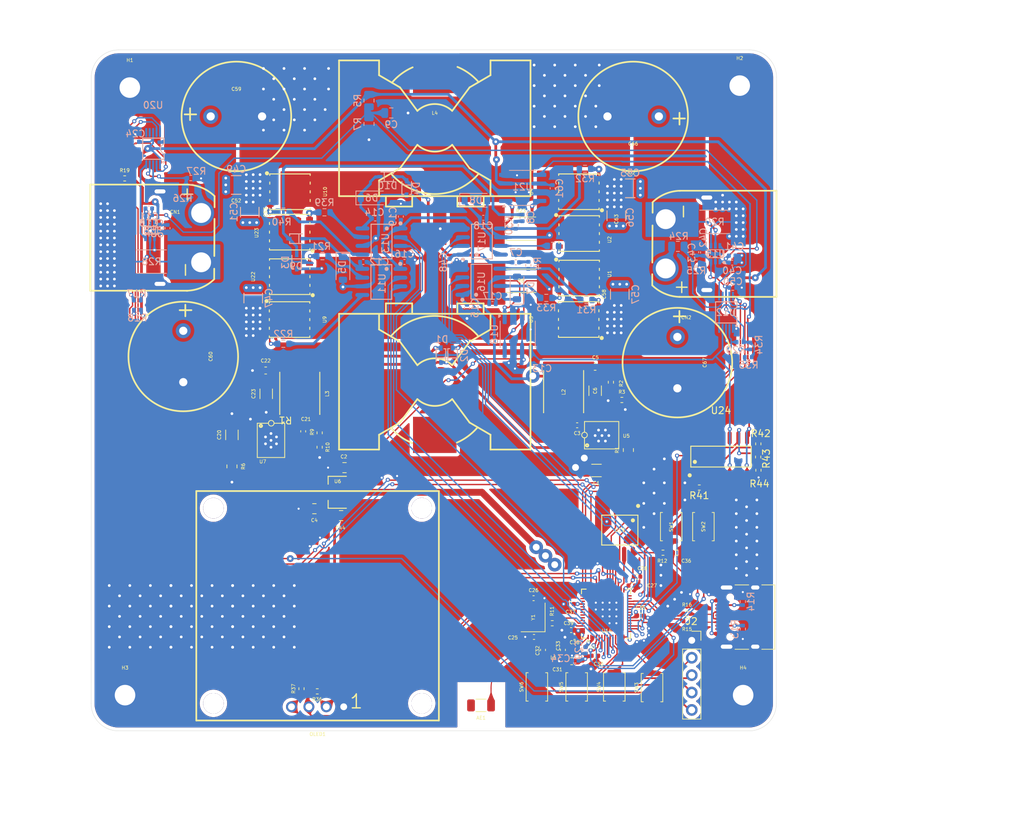
<source format=kicad_pcb>
(kicad_pcb (version 20240108) (generator "pcbnew") (generator_version "8.0")
  (layers (0 "F.Cu" signal) (1 "In1.Cu" signal) (2 "In2.Cu" signal) (31 "B.Cu" signal) (34 "B.Paste" user) (35 "F.Paste" user) (36 "B.SilkS" user "B.Silkscreen") (37 "F.SilkS" user "F.Silkscreen") (38 "B.Mask" user) (39 "F.Mask" user) (44 "Edge.Cuts" user))
  (net 0 "")
  (net 1 "/FETs/IN_GATE_HI")
  (net 2 "/FETs/OUT_GATE_HI")
  (net 3 "Net-(AE1-A)")
  (net 4 "Net-(CN1--)")
  (net 5 "GND")
  (net 6 "+12V")
  (net 7 "/FETs/IN_GATE_LOW")
  (net 8 "/FETs/OUT_GATE_SW")
  (net 9 "/FETs/OUT_GATE_LOW")
  (net 10 "VDD")
  (net 12 "Net-(U5-BST)")
  (net 13 "Net-(U5-FB)")
  (net 14 "Net-(U5-SW)")
  (net 15 "Net-(U5-RON)")
  (net 16 "+5V")
  (net 17 "+3.3V")
  (net 18 "/fet_drivers_A/Charge_pump_OUT")
  (net 19 "/Mid_rail_ref")
  (net 20 "Net-(CN2--)")
  (net 21 "/MCU/ADC_READY")
  (net 22 "/MCU/SDA")
  (net 23 "/MCU/SPICLK")
  (net 24 "Net-(D7-K)")
  (net 25 "/MCU/SPIWP")
  (net 26 "/FETs1/IN_GATE_SW")
  (net 27 "Net-(D8-K)")
  (net 28 "/FETs1/OUT_GATE_SW")
  (net 29 "/fet_drivers_A/Charge_pump_IN")
  (net 30 "/MCU/SPIQ")
  (net 31 "/MCU/SPID")
  (net 32 "Net-(U21--)")
  (net 33 "/MCU/SPIHD")
  (net 34 "/Vout_sense")
  (net 35 "/FETs1/IN_GATE_HI")
  (net 36 "/MCU/SCL")
  (net 37 "/FETs1/IN_GATE_LOW")
  (net 38 "/FETs1/OUT_GATE_LOW")
  (net 39 "/MCU/SPICS0")
  (net 40 "Net-(U23-G)")
  (net 41 "/FETs1/OUT_GATE_HI")
  (net 42 "Net-(U22-G)")
  (net 43 "Net-(J1-CC1)")
  (net 44 "Net-(J1-CC2)")
  (net 45 "/MCU/USB_D-")
  (net 46 "/MCU/USB_D+")
  (net 47 "/Vin_sense")
  (net 50 "Net-(J1-VBUS-PadA4)")
  (net 53 "/MCU/SCL_DISPL")
  (net 54 "/MCU/SDA_DISPL")
  (net 55 "/MCU/IO_BTN1")
  (net 56 "/MCU/IO_BTN2")
  (net 57 "/MCU/IO_BTN3")
  (net 58 "/MCU/IO_BTN4")
  (net 59 "/IN_CUR")
  (net 60 "/OUT_CUR")
  (net 61 "/CUR_PHASE_A")
  (net 62 "/MCU/IN_LO_PWMA")
  (net 63 "/MCU/IN_HI_PWMA")
  (net 64 "/MCU/OUT_HI_PWMA")
  (net 65 "/MCU/OUT_LO_PWMA")
  (net 66 "Net-(U9-G)")
  (net 67 "Net-(U10-G)")
  (net 69 "/MCU/D-")
  (net 70 "/MCU/D+")
  (net 71 "Net-(D1-K)")
  (net 72 "Vout")
  (net 73 "/FETs/IN_GATE_SW")
  (net 74 "/MCU/OUT_HI_PWMB")
  (net 75 "/MCU/IN_LO_PWMB")
  (net 76 "/MCU/IN_HI_PWMB")
  (net 77 "/MCU/OUT_LO_PWMB")
  (net 78 "/CUR_PHASE_B")
  (net 79 "Net-(C7-Pad2)")
  (net 80 "Net-(C8-Pad2)")
  (net 81 "Net-(D5-K)")
  (net 82 "Net-(D10-K)")
  (net 83 "Net-(U7-BST)")
  (net 84 "Net-(U7-SW)")
  (net 85 "Net-(C25-Pad1)")
  (net 86 "Net-(U14-XTAL_N)")
  (net 87 "Net-(C29-Pad1)")
  (net 88 "Net-(U14-LNA_IN)")
  (net 89 "Net-(U14-CHIP_PU)")
  (net 90 "Net-(U18--)")
  (net 93 "Net-(U7-RON)")
  (net 94 "Net-(U7-FB)")
  (net 95 "Net-(U14-XTAL_P)")
  (net 96 "Net-(U3-G)")
  (net 97 "Net-(U4-G)")
  (net 98 "Net-(U1-G)")
  (net 99 "Net-(U2-G)")
  (net 100 "Net-(U14-GPIO0)")
  (net 115 "/OCP")
  (net 118 "/MCU/ADC_READY2")
  (net 122 "/max_cur_pos")
  (net 123 "/max_cur_neg")
  (footprint "Capacitor_SMD:C_1210_3225Metric" (layer "F.Cu") (at 103 76.975 -90)
    (property "Reference" "C53")
    (property "Value" "10u" (hide yes))
  )
  (footprint "easyeda2kicad:TDFN-8_L5.9-W5.2-P1.27-LS6.2-BL" (layer "F.Cu") (at 150.98 92.65 90)
    (property "Reference" "U3")
    (property "Value" "S130N10LF")
  )
  (footprint "easyeda2kicad:SOP-14_L8.6-W3.9-P1.27-LS6.0-BL-1" (layer "F.Cu") (at 171.76 112.67)
    (property "Reference" "U24")
    (property "Value" "LM2901")
  )
  (footprint "Capacitor_SMD:C_0402_1005Metric" (layer "F.Cu") (at 160.03 135.9)
    (property "Reference" "C35")
    (property "Value" "100n" (hide yes))
  )
  (footprint "Inductor_SMD:L_0402_1005Metric" (layer "F.Cu") (at 152 140.95 90)
    (property "Reference" "L5")
    (property "Value" "2n" (hide yes))
  )
  (footprint "Resistor_SMD:R_0402_1005Metric" (layer "F.Cu") (at 84.75 72.05)
    (property "Reference" "R19")
    (property "Value" "10k")
  )
  (footprint "easyeda2kicad:TDFN-8_L5.9-W5.2-P1.27-LS6.2-BL" (layer "F.Cu") (at 108.81 79.9 90)
    (property "Reference" "U23")
    (property "Value" "S130N10LF" (hide yes))
  )
  (footprint "Capacitor_SMD:C_0402_1005Metric" (layer "F.Cu") (at 144.48 139 180)
    (property "Reference" "C25")
    (property "Value" "C_Small" (hide yes))
  )
  (footprint "Capacitor_SMD:C_1206_3216Metric" (layer "F.Cu") (at 105.4 103.5 90)
    (property "Reference" "C23")
    (property "Value" "47u" (hide yes))
  )
  (footprint "Capacitor_SMD:C_0402_1005Metric" (layer "F.Cu") (at 145.8 140.9 90)
    (property "Reference" "C32")
    (property "Value" "C_Small" (hide yes))
  )
  (footprint "Resistor_SMD:R_0402_1005Metric" (layer "F.Cu") (at 177.23 114.659999 -90)
    (property "Reference" "R44")
    (property "Value" "4.125k")
  )
  (footprint "Resistor_SMD:R_0805_2012Metric" (layer "F.Cu") (at 158.25 111.7125 90)
    (property "Reference" "R1")
    (property "Value" "100k")
  )
  (footprint "MountingHole:MountingHole_3mm_Pad" (layer "F.Cu") (at 84.8 147.5)
    (property "Reference" "H3")
    (property "Value" "MountingHole_Pad" (hide yes))
  )
  (footprint "MountingHole:MountingHole_3mm_Pad" (layer "F.Cu") (at 174.5 58.5)
    (property "Reference" "H2")
    (property "Value" "MountingHole_Pad" (hide yes))
  )
  (footprint "easyeda2kicad:TDFN-8_L5.9-W5.2-P1.27-LS6.2-BL" (layer "F.Cu") (at 108.81 86.4 90)
    (property "Reference" "U22")
    (property "Value" "S130N10LF" (hide yes))
  )
  (footprint "Capacitor_SMD:C_0402_1005Metric" (layer "F.Cu") (at 149.9 138 180)
    (property "Reference" "C39")
    (property "Value" "100p" (hide yes))
  )
  (footprint "easyeda2kicad:IND-SMD_L5.8-W5.2" (layer "F.Cu") (at 110.3 103.5 -90)
    (property "Reference" "L3")
    (property "Value" "220u" (hide yes))
  )
  (footprint "easyeda2kicad:QFN-56_L7.0-W7.0-P0.40-TL-EP4.0" (layer "F.Cu") (at 154.99 135.6 90)
    (property "Reference" "U14")
    (property "Value" "ESP32-S3(FN8)" (hide yes))
  )
  (footprint "Capacitor_SMD:C_1206_3216Metric" (layer "F.Cu") (at 153.4 103.05 90)
    (property "Reference" "C6")
    (property "Value" "47u" (hide yes))
  )
  (footprint "Capacitor_SMD:C_0603_1608Metric" (layer "F.Cu") (at 149.975 142.55 180)
    (property "Reference" "C34")
    (property "Value" "10u" (hide yes))
  )
  (footprint "Capacitor_SMD:C_0805_2012Metric" (layer "F.Cu") (at 112.43 120.28 180)
    (property "Reference" "C4")
    (property "Value" "10u" (hide yes))
  )
  (footprint "Resistor_SMD:R_0402_1005Metric" (layer "F.Cu") (at 155.7 101.81 -90)
    (property "Reference" "R2")
    (property "Value" "453k" (hide yes))
  )
  (footprint "Crystal:Crystal_SMD_SeikoEpson_FA238V-4Pin_3.2x2.5mm" (layer "F.Cu") (at 144.35 136.15 90)
    (property "Reference" "Y1")
    (property "Value" "Crystal_GND24_Small" (hide yes))
  )
  (footprint "Button_Switch_SMD:SW_Push_SPST_NO_Alps_SKRK" (layer "F.Cu") (at 161.7 146.4 90)
    (property "Reference" "SW3")
    (property "Value" "SW_Push" (hide yes))
  )
  (footprint "Capacitor_SMD:C_0603_1608Metric" (layer "F.Cu") (at 105.325 100.1)
    (property "Reference" "C22")
    (property "Value" "2.2u" (hide yes))
  )
  (footprint "Capacitor_SMD:C_1206_3216Metric" (layer "F.Cu") (at 153.6 114.7 180)
    (property "Reference" "C1")
    (property "Value" "2.2u" (hide yes))
  )
  (footprint "Capacitor_SMD:C_1206_3216Metric" (layer "F.Cu") (at 100.4 109.5 90)
    (property "Reference" "C20")
    (property "Value" "2.2u" (hide yes))
  )
  (footprint "easyeda2kicad:TDFN-8_L5.9-W5.2-P1.27-LS6.2-BL" (layer "F.Cu") (at 151.09 86.6 -90)
    (property "Reference" "U1")
    (property "Value" "S130N10LF" (hide yes))
  )
  (footprint "easyeda2kicad:SOT-89-3_L4.5-W2.5-P1.50-LS4.2-BR" (layer "F.Cu") (at 116.39 117.88)
    (property "Reference" "U6")
    (property "Value" "AMS1117-3.3(XBLW)" (hide yes))
  )
  (footprint "Capacitor_SMD:C_0603_1608Metric" (layer "F.Cu") (at 153.4 99.55 180)
    (property "Reference" "C5")
    (property "Value" "2.2u" (hide yes))
  )
  (footprint "Capacitor_SMD:C_1210_3225Metric" (layer "F.Cu") (at 158.525 73.5)
    (property "Reference" "C62")
    (property "Value" "10u" (hide yes))
  )
  (footprint "Capacitor_SMD:C_0402_1005Metric" (layer "F.Cu") (at 144.42 133.35)
    (property "Reference" "C26")
    (property "Value" "C_Small" (hide yes))
  )
  (footprint "Button_Switch_SMD:SW_Push_SPST_NO_Alps_SKRK" (layer "F.Cu") (at 150.7 146.3 90)
    (property "Reference" "SW5")
    (property "Value" "SW_Push" (hide yes))
  )
  (footprint "Capacitor_SMD:C_1210_3225Metric" (layer "F.Cu") (at 156.5 77.5 -90)
    (property "Reference" "C63")
    (property "Value" "10u" (hide yes))
  )
  (footprint "Resistor_SMD:R_0402_1005Metric" (layer "F.Cu") (at 113.2 109.2 -90)
    (property "Reference" "R9")
    (property "Value" "200k" (hide yes))
  )
  (footprint "Button_Switch_SMD:SW_Push_SPST_NO_Alps_SKRK" (layer "F.Cu") (at 169.2 122.9 -90)
    (property "Reference" "SW2")
    (property "Value" "SW_Push" (hide yes))
  )
  (footprint "Resistor_SMD:R_0402_1005Metric" (layer "F.Cu") (at 177.19 112.729999 -90)
    (property "Reference" "R43")
    (property "Value" "4.125k")
  )
  (footprint "Capacitor_SMD:C_0402_1005Metric" (layer "F.Cu") (at 153.38 141.75)
    (property "Reference" "C30")
    (property "Value" "100n" (hide yes))
  )
  (footprint "easyeda2kicad:SO-8_L4.9-W3.9-P1.27-LS6.0-BL-EP" (layer "F.Cu") (at 106.1 110.3 -90)
    (property "Reference" "U7")
    (property "Value" "LM5164DDAR" (hide yes))
  )
  (footprint "Resistor_SMD:R_0402_1005Metric" (layer "F.Cu") (at 168.6 117.19 180)
    (property "Reference" "R41")
    (property "Value" "4.125k")
  )
  (footprint "Capacitor_SMD:C_0402_1005Metric" (layer "F.Cu") (at 159.52 130.2)
    (property "Reference" "C28")
    (property "Value" "1u" (hide yes))
  )
  (footprint "Button_Switch_SMD:SW_Push_SPST_NO_Alps_SKRK" (layer "F.Cu") (at 144.9 146.3 90)
    (property "Reference" "SW6")
    (property "Value" "SW_Push" (hide yes))
  )
  (footprint "Capacitor_SMD:C_0402_1005Metric" (layer "F.Cu") (at 148.7 140.9 90)
    (property "Reference" "C33")
    (property "Value" "C_Small" (hide yes))
  )
  (footprint "Capacitor_SMD:C_0402_1005Metric" (layer "F.Cu") (at 150.78 108.1 180)
    (property "Reference" "C3")
    (property "Value" "2n" (hide yes))
  )
  (footprint "Resistor_SMD:R_2512_6332Metric" (layer "F.Cu") (at 142.5625 79.4)
    (property "Reference" "R23")
    (property "Value" "1m" (hide yes))
  )
  (footprint "Resistor_SMD:R_0402_1005Metric" (layer "F.Cu") (at 110.55 146.56 90)
    (property "Reference" "R37")
    (property "Value" "5.1k" (hide yes))
  )
  (footprint "Resistor_SMD:R_0402_1005Metric" (layer "F.Cu") (at 163.3 126.7)
    (property "Reference" "R12")
    (property "Value" "10k" (hide yes))
  )
  (footprint "easyeda2kicad:CAP-TH_BD16.0-P7.50-D1.2-FD" (layer "F.Cu") (at 93.3 98.05 -90)
    (property "Reference" "C60")
    (property "Value" "470u" (hide yes))
  )
  (footprint "Resistor_SMD:R_1206_3216Metric" (layer "F.Cu") (at 136.75 149 180)
    (property "Reference" "AE1")
    (property "Value" "Antenna_Shield" (hide yes))
  )
  (footprint "Capacitor_SMD:C_1210_3225Metric" (layer "F.Cu") (at 101.025 73 180)
    (property "Reference" "C52")
    (property "Value" "10u" (hide yes))
  )
  (footprint "Connector_USB:USB_C_Receptacle_HRO_TYPE-C-31-M-12" (layer "F.Cu") (at 175.715022 136.103263 90)
    (property "Reference" "J1" (hide yes))
    (property "Value" "USB_C_Receptacle_USB2.0_16P" (hide yes))
  )
  (footprint "easyeda2kicad:OLED-TH_L35.4-W33.5_HS13L03W2C01" (layer "F.Cu") (at 112.9 149.2 180)
    (property "Reference" "OLED1")
    (property "Value" "HS13L03W2C01" (hide yes))
  )
  (footprint "Capacitor_SMD:C_0805_2012Metric" (layer "F.Cu") (at 116.83 114.28 180)
    (property "Reference" "C2")
    (property "Value" "10u" (hide yes))
  )
  (footprint "easyeda2kicad:TDFN-8_L5.9-W5.2-P1.27-LS6.2-BL" (layer "F.Cu") (at 151.09 80.1 -90)
    (property "Reference" "U2")
    (property "Value" "S130N10LF" (hide yes))
  )
  (footprint "easyeda2kicad:TDFN-8_L5.9-W5.2-P1.27-LS6.2-BL" (layer "F.Cu") (at 151.01 74 90)
    (property "Reference" "U4")
    (property "Value" "S130N10LF" (hide yes))
  )
  (footprint "Resistor_SMD:R_0402_1005Metric" (layer "F.Cu") (at 166.8 135.61 180)
    (property "Reference" "R16")
    (property "Value" "10k" (hide yes))
  )
  (footprint "Connector_PinSocket_2.54mm:PinSocket_1x05_P2.54mm_Vertical" (layer "F.Cu") (at 167.5 139.5)
    (property "Reference" "J2")
    (property "Value" "Conn_01x05")
  )
  (footprint "Capacitor_SMD:C_0805_2012Metric" (layer "F.Cu") (at 116.33 121.28)
    (property "Reference" "C44")
    (property "Value" "10u" (hide yes))
  )
  (footprint "easyeda2kicad:SO-8_L4.9-W3.9-P1.27-LS6.0-BL-EP" (layer "F.Cu") (at 154.35 109.55)
    (property "Reference" "U5")
    (property "Value" "LM5164DDAR" (hide yes))
  )
  (footprint "easyeda2kicad:TDFN-8_L5.9-W5.2-P1.27-LS6.2-BL" (layer "F.Cu") (at 108.89 74 -90)
    (property "Reference" "U10")
    (property "Value" "S130N10LF" (hide yes))
  )
  (footprint "Resistor_SMD:R_0402_1005Metric" (layer "F.Cu") (at 112.85 146.95 180)
    (property "Reference" "R36")
    (property "Value" "5.1k" (hide yes))
  )
  (footprint "MountingHole:MountingHole_3mm_Pad" (layer "F.Cu") (at 175 147.5)
    (property "Reference" "H4")
    (property "Value" "MountingHole_Pad" (hide yes))
  )
  (footprint "easyeda2kicad:CAP-TH_BD16.0-P7.50-D1.2-FD" (layer "F.Cu") (at 101.05 63)
    (property "Reference" "C59")
    (property "Value" "470u")
  )
  (footprint "Resistor_SMD:R_0402_1005Metric" (layer "F.Cu") (at 165.3 126.7)
    (property "Reference" "C36")
    (property "Value" "1u" (hide yes))
  )
  (footprint "Capacitor_SMD:C_0402_1005Metric" (layer "F.Cu") (at 158.75 131.5)
    (property "Reference" "C27")
    (property "Value" "100n" (hide yes))
  )
  (footprint "easyeda2kicad:SOIC-8_L5.3-W5.3-P1.27-LS8.0-BL" (layer "F.Cu") (at 157 123.4 180)
    (property "Reference" "U19")
    (property "Value" "W25Q128JVSIQTR" (hide yes))
  )
  (footprint "Capacitor_SMD:C_0402_1005Metric" (layer "F.Cu") (at 110.8 108.98 90)
    (property "Reference" "C21")
    (property "Value" "2n" (hide yes))
  )
  (footprint "Capacitor_SMD:C_1210_3225Metric" (layer "F.Cu") (at 157 88.975 90)
    (property "Reference" "C58")
    (property "Value" "10u" (hide yes))
  )
  (footprint "Capacitor_SMD:C_0402_1005Metric" (layer "F.Cu") (at 150.4 139 180)
    (property "Reference" "C38")
    (property "Value" "1u" (hide yes))
  )
  (footprint "easyeda2kicad:CAP-TH_BD16.0-P7.50-D1.2-FD" (layer "F.Cu") (at 165.4 98.95 -90)
    (property "Reference" "C67")
    (property "Value" "470u")
  )
  (footprint "easyeda2kicad:CONN-TH_XT60PW-M" (layer "F.Cu") (at 92.905 80.69988)
    (property "Reference" "CN1")
    (property "Value" "XT60PW-M" (hide yes))
  )
  (footprint "Button_Switch_SMD:SW_Push_SPST_NO_Alps_SKRK" (layer "F.Cu") (at 164.5 122.9 -90)
    (property "Reference" "SW1")
    (property "Value" "SW_Push" (hide yes))
  )
  (footprint "Resistor_SMD:R_2512_6332Metric" (layer "F.Cu") (at 142.6 87)
    (property "Reference" "R8")
    (property "Value" "1m" (hide yes))
  )
  (footprint "easyeda2kicad:IND-SMD_3P-L27.9-W19.7-P10.43-LS27.9-BL-A" (layer "F.Cu") (at 130 68)
    (property "Reference" "L4")
    (property "Value" "FC-SE2918-100M-28A" (hide yes))
  )
  (footprint "easyeda2kicad:IND-SMD_L5.8-W5.2" (layer "F.Cu") (at 148.8 103.25 -90)
    (property "Reference" "L2")
    (property "Value" "220u" (hide yes))
  )
  (footprint "Button_Switch_SMD:SW_Push_SPST_NO_Alps_SKRK" (layer "F.Cu") (at 156.2 146.3 90)
    (property "Reference" "SW4")
    (property "Value" "SW_Push" (hide yes))
  )
  (footprint "Resistor_SMD:R_0402_1005Metric" (layer "F.Cu") (at 113.2 111.3 -90)
    (property "Reference" "R10")
    (property "Value" "63k" (hide yes))
  )
  (footprint "easyeda2kicad:CAP-TH_BD16.0-P7.50-D1.2-FD" (layer "F.Cu") (at 158.95 63 180)
    (property "Reference" "C66")
    (property "Value" "470u")
  )
  (footprint "easyeda2kicad:TDFN-8_L5.9-W5.2-P1.27-LS6.2-BL" (layer "F.Cu") (at 108.83 92.66 -90)
    (property "Reference" "U9")
    (property "Value" "S130N10LF" (hide yes))
  )
  (footprint "Capacitor_SMD:C_0402_1005Metric" (layer "F.Cu") (at 149.8 134.2 180)
    (property "Reference" "C37")
    (property "Value" "0.1u" (hide yes))
  )
  (footprint "easyeda2kicad:IND-SMD_3P-L27.9-W19.7-P10.43-LS27.9-BL-A" (layer "F.Cu") (at 130 98.46 180)
    (property "Reference" "L1" (hide yes))
    (property "Value" "FC-SE2918-100M-28A" (hide yes))
  )
  (footprint "Resistor_SMD:R_0402_1005Metric" (layer "F.Cu") (at 166.81 136.7 180)
    (property "Reference" "R15")
    (property "Value" "10k" (hide yes))
  )
  (footprint "easyeda2kicad:CONN-TH_XT60PW-M" (layer "F.Cu") (at 166.695 81.60012 180)
    (property "Reference" "CN2")
    (property "Value" "XT60PW-M" (hide yes))
  )
  (footprint "Resistor_SMD:R_0402_1005Metric" (layer "F.Cu") (at 177.21 110.810001 -90)
    (property "Reference" "R42")
    (property "Value" "4.125k")
  )
  (footprint "Inductor_SMD:L_0402_1005Metric" (layer "F.Cu") (at 147.3 141.4)
    (property "Reference" "L6")
    (property "Value" "2n" (hide yes))
  )
  (footprint "Capacitor_SMD:C_1210_3225Metric" (layer "F.Cu") (at 103.5 89.525 90)
    (property "Reference" "C54" (hide yes))
    (property "Value" "10u")
  )
  (footprint "Resistor_SMD:R_0402_1005Metric" (layer "F.Cu") (at 157.3 104.4)
    (property "Reference" "R3")
    (property "Value" "49.9k" (hide yes))
  )
  (footprint "Resistor_SMD:R_0402_1005Metric" (layer "F.Cu") (at 147.14 137 180)
    (property "Reference" "R11")
    (property "Value" "R_Small" (hide yes))
  )
  (footprint "MountingHole:MountingHole_3mm_Pad" (layer "F.Cu") (at 85.5 58.79)
    (property "Reference" "H1")
    (property "Value" "MountingHole_Pad" (hide yes))
  )
  (footprint "Resistor_SMD:R_0805_2012Metric" (layer "F.Cu") (at 100.4 114.1 -90)
    (property "Reference" "R6")
    (property "Value" "100k" (hide yes))
  )
  (footprint "Capacitor_SMD:C_0805_2012Metric" (layer "B.Cu") (at 123.65 62.5)
    (property "Reference" "C9")
    (property "Value" "10u")
  )
  (footprint "easyeda2kicad:SOD-323_L1.7-W1.3-LS2.5-FD" (layer "B.Cu") (at 109.85 84.21 90)
    (property "Reference" "D3")
    (property "Value" "B16WS_C7420327" (hide yes))
  )
  (footprint "easyeda2kicad:VSSOP-10_L3.0-W3.0-P0.50-LS4.9-BL" (layer "B.Cu") (at 172.5 91.6 180)
    (property "Reference" "U12")
    (property "Value" "ADS1015IDGSR" (hide yes))
  )
  (footprint "Resistor_SMD:R_0603_1608Metric" (layer "B.Cu") (at 152.125 89.8)
    (property "Reference" "R31")
    (property "Value" "4.2" (hide yes))
  )
  (footprint "easyeda2kicad:SOD-323_L1.7-W1.3-LS2.5-FD" (layer "B.Cu") (at 130.9 97.86 -90)
    (property "Reference" "D1")
    (property "Value" "B16WS_C7420327" (hide yes))
  )
  (footprint "Capacitor_SMD:C_1210_3225Metric" (layer "B.Cu") (at 101.025 73 180)
    (property "Reference" "C49")
    (property "Value" "10u")
  )
  (footprint "Capacitor_SMD:C_1210_3225Metric" (layer "B.Cu") (at 103 76.975 -90)
    (property "Reference" "C51")
    (property "Value" "10u")
  )
  (footprint "Resistor_SMD:R_0402_1005Metric" (layer "B.Cu") (at 141.8 78.89 -90)
    (property "Reference" "R30")
    (property "Value" "500")
  )
  (footprint "Resistor_SMD:R_0805_2012Metric" (layer "B.Cu") (at 94.5025 73.65 180)
    (property "Reference" "R26")
    (property "Value" "100k")
  )
  (footprint "Capacitor_SMD:C_0402_1005Metric" (layer "B.Cu") (at 138.42 90.4 180)
    (property "Reference" "C17")
    (property "Value" "300n" (hide yes))
  )
  (footprint "easyeda2kicad:SOIC-8_L4.9-W3.9-P1.27-LS6.0-BL" (layer "B.Cu") (at 136.88 81.27 90)
    (property "Reference" "U17")
    (property "Value" "XJNG2103" (hide yes))
  )
  (footprint "Resistor_SMD:R_0402_1005Metric" (layer "B.Cu") (at 86.59 89.85)
    (property "Reference" "R17")
    (property "Value" "10k")
  )
  (footprint "Resistor_SMD:R_0402_1005Metric" (layer "B.Cu") (at 86.31 66.7 180)
    (property "Reference" "C24")
    (property "Value" "100n")
  )
  (footprint "Package_SO:SOIC-8_3.9x4.9mm_P1.27mm" (layer "B.Cu") (at 142.825 73.435)
    (property "Reference" "U21")
    (property "Value" "INA240A2D" (hide yes))
  )
  (footprint "easyeda2kicad:SOD-323_L1.7-W1.3-LS2.5-FD" (layer "B.Cu") (at 125.9 73.45 90)
    (property "Reference" "D4")
    (property "Value" "B16WS_C7420327")
  )
  (footprint "Capacitor_SMD:C_0402_1005Metric" (layer "B.Cu") (at 88.27 77.4)
    (property "Reference" "C10")
    (property "Value" "100n")
  )
  (footprint "Capacitor_SMD:C_0402_1005Metric" (layer "B.Cu") (at 132.15 84.3 90)
    (property "Reference" "C48")
    (property "Value" "1u" (hide yes))
  )
  (footprint "Resistor_SMD:R_2512_6332Metric" (layer "B.Cu") (at 88.6625 84.2 180)
    (property "Reference" "R28")
    (property "Value" "0.5m" (hide yes))
  )
  (footprint "Resistor_SMD:R_0603_1608Metric" (layer "B.Cu") (at 113.9 77 180)
    (property "Reference" "R39")
    (property "Value" "4.2")
  )
  (footprint "easyeda2kicad:SOD-323_L1.7-W1.3-LS2.5-FD" (layer "B.Cu") (at 123.05 71.8 180)
    (property "Reference" "D10")
    (property "Value" "B16WS_C7420327")
  )
  (footprint "Diode_SMD:D_SOD-123" (layer "B.Cu") (at 120.85 74.9)
    (property "Reference" "D6")
    (property "Value" "D_Zener")
  )
  (footprint "easyeda2kicad:SC70-6_L2.1-W1.3-P0.65-LS2.3-BL" (layer "B.Cu") (at 88.45 79.65)
    (property "Reference" "U8")
    (property "Value" "TP181A1-CR")
  )
  (footprint "Resistor_SMD:R_0402_1005Metric" (layer "B.Cu") (at 174.95 133.84 90)
    (property "Reference" "R14")
    (property "Value" "5.1k")
  )
  (footprint "easyeda2kicad:SOIC-8_L4.9-W3.9-P1.27-LS6.0-BL" (layer "B.Cu") (at 122.23 81.27 -90)
    (property "Reference" "U13")
    (property "Value" "XJNG2103" (hide yes))
  )
  (footprint "Resistor_SMD:R_2512_6332Metric" (layer "B.Cu") (at 170.8375 78.4)
    (property "Reference" "R20")
    (property "Value" "0.5m")
  )
  (footprint "Capacitor_SMD:C_1210_3225Metric" (layer "B.Cu") (at 103.5 89.525 90)
    (property "Reference" "C47")
    (property "Value" "10u")
  )
  (footprint "Resistor_SMD:R_0402_1005Metric" (layer "B.Cu") (at 176 96.51 90)
    (property "Reference" "R34")
    (property "Value" "10k")
  )
  (footprint "Resistor_SMD:R_0603_1608Metric" (layer "B.Cu") (at 146.275 89.5)
    (property "Reference" "R33")
    (property "Value" "4.2" (hide yes))
  )
  (footprint "Resistor_SMD:R_0402_1005Metric" (layer "B.Cu") (at 86.6 91.25)
    (property "Reference" "R18")
    (property "Value" "10k")
  )
  (footprint "Capacitor_SMD:C_0402_1005Metric" (layer "B.Cu") (at 90 79.28 -90)
    (property "Reference" "C45")
    (property "Value" "100n")
  )
  (footprint "Capacitor_SMD:C_0402_1005Metric" (layer "B.Cu") (at 169.15 82.85 90)
    (property "Reference" "C42")
    (property "Value" "100n")
  )
  (footprint "Resistor_SMD:R_0603_1608Metric" (layer "B.Cu") (at 151.925 70.65)
    (property "Reference" "R32")
    (property "Value" "4.2")
  )
  (footprint "easyeda2kicad:SOD-323_L1.7-W1.3-LS2.5-FD" (layer "B.Cu") (at 132.6 97.84 -90)
    (property "Reference" "D2")
    (property "Value" "B16WS_C7420327" (hide yes))
  )
  (footprint "Resistor_SMD:R_0603_1608Metric" (layer "B.Cu") (at 147.25 81.9)
    (property "Reference" "R38" (hide yes))
    (property "Value" "4.2")
  )
  (footprint "Diode_SMD:D_SOD-123" (layer "B.Cu") (at 142 88.05 90)
    (property "Reference" "D7")
    (property "Value" "D_Zener" (hide yes))
  )
  (footprint "Capacitor_SMD:C_0402_1005Metric" (layer "B.Cu") (at 134.7 90.98 90)
    (property "Reference" "C15")
    (property "Value" "1u")
  )
  (footprint "Resistor_SMD:R_0805_2012Metric" (layer "B.Cu") (at 165.475 81.975)
    (property "Reference" "R24")
    (property "Value" "100k")
  )
  (footprint "Resistor_SMD:R_0402_1005Metric" (layer "B.Cu") (at 173.49 88)
    (property "Reference" "C50")
    (property "Value" "100n")
  )
  (footprint "Resistor_SMD:R_0402_1005Metric" (layer "B.Cu") (at 174.95 137.85 -90)
    (property "Reference" "R13")
    (property "Value" "5.1k")
  )
  (footprint "Capacitor_SMD:C_0402_1005Metric" (layer "B.Cu") (at 142.18 99 180)
    (property "Reference" "C13")
    (property "Value" "100n" (hide yes))
  )
  (footprint "Diode_SMD:D_SOD-123" (layer "B.Cu") (at 136 75.25)
    (property "Reference" "D8")
    (property "Value" "D_Zener" (hide yes))
  )
  (footprint "Resistor_SMD:R_0402_1005Metric" (layer "B.Cu") (at 174.56 95.95)
    (property "Reference" "R29")
    (property "Value" "10k")
  )
  (footprint "Diode_SMD:D_SOD-123" (layer "B.Cu") (at 116.6 85.2 -90)
    (property "Reference" "D5")
    (property "Value" "D_Zener")
  )
  (footprint "Capacitor_SMD:C_0402_1005Metric" (layer "B.Cu") (at 125.58 84.25 180)
    (property "Reference" "C16")
    (property "Value" "1u")
  )
  (footprint "Capacitor_SMD:C_0402_1005Metric" (layer "B.Cu") (at 150.5 142.45 180)
    (property "Reference" "C31")
    (property "Value" "1u")
  )
  (footprint "Capacitor_SMD:C_0402_1005Metric" (layer "B.Cu") (at 152 140.95 -90)
    (property "Reference" "C29")
    (property "Value" "100n")
  )
  (footprint "Capacitor_SMD:C_0402_1005Metric" (layer "B.Cu") (at 137.08 77.8)
    (property "Reference" "C18")
    (property "Value" "300n")
  )
  (footprint "Resistor_SMD:R_0603_1608Metric" (layer "B.Cu") (at 113.6 83.4 180)
    (property "Reference" "R21")
    (property "Value" "4.2" (hide yes))
  )
  (footprint "easyeda2kicad:VSSOP-10_L3.0-W3.0-P0.50-LS4.9-BL" (layer "B.Cu") (at 88.9 67.7 180)
    (property "Reference" "U20")
    (property "Value" "ADS1015IDGSR" (hide yes))
  )
  (footprint "easyeda2kicad:SC70-6_L2.1-W1.3-P0.65-LS2.3-BL" (layer "B.Cu") (at 170.95 83.05 180)
    (property "Reference" "U15")
    (property "Value" "TP181A1-CR")
  )
  (footprint "easyeda2kicad:SOIC-8_L4.9-W3.9-P1.27-LS6.0-BL" (layer "B.Cu") (at 122.2 87.1725 -90)
    (property "Reference" "U11")
    (property "Value" "XJNG2103" (hide yes))
  )
  (footprint "Capacitor_SMD:C_1210_3225Metric" (layer "B.Cu") (at 157 88.975 90)
    (property "Reference" "C57")
    (property "Value" "10u")
  )
  (footprint "Capacitor_SMD:C_0402_1005Metric" (layer "B.Cu") (at 125.05 77.62 -90)
    (property "Reference" "C19")
    (property "Value" "1u")
  )
  (footprint "Capacitor_SMD:C_0402_1005Metric" (layer "B.Cu") (at 168.15 82.83 90)
    (property "Reference" "C43")
    (property "Value" "100n")
  )
  (footprint "Resistor_SMD:R_0603_1608Metric" (layer "B.Cu") (at 107.9 96.2 180)
    (property "Reference" "R22")
    (property "Value" "4.2" (hide yes))
  )
  (footprint "Resistor_SMD:R_0402_1005Metric" (layer "B.Cu") (at 175.74 98.15)
    (property "Reference" "R35")
    (property "Value" "10k")
  )
  (footprint "Capacitor_SMD:C_0402_1005Metric" (layer "B.Cu") (at 141.82 84.3)
    (property "Reference" "C7")
    (property "Value" "300n")
  )
  (footprint "Capacitor_SMD:C_0402_1005Metric" (layer "B.Cu") (at 173.4 84.35)
    (property "Reference" "C40")
    (property "Value" "100n" (hide yes))
  )
  (footprint "easyeda2kicad:SOD-323_L1.7-W1.3-LS2.5-FD" (layer "B.Cu") (at 109.75 80.85)
    (property "Reference" "D9")
    (property "Value" "B16WS_C7420327" (hide yes))
  )
  (footprint "Capacitor_SMD:C_0402_1005Metric" (layer "B.Cu") (at 173.4 83.33)
    (property "Reference" "C41")
    (property "Value" "100n" (hide yes))
  )
  (footprint "Capacitor_SMD:C_0402_1005Metric" (layer "B.Cu") (at 119.57 84.25)
    (property "Reference" "C12")
    (property "Value" "300n")
  )
  (footprint "Resistor_SMD:R_0603_1608Metric" (layer "B.Cu") (at 107.925 76.9 180)
    (property "Reference" "R40")
    (property "Value" "4.2")
  )
  (footprint "Resistor_SMD:R_0402_1005Metric" (layer "B.Cu") (at 143.65 84.74 -90)
    (property "Reference" "R4")
    (property "Value" "500")
  )
  (footprint "Capacitor_SMD:C_0402_1005Metric" (layer "B.Cu") (at 88.27 76.45)
    (property "Reference" "C11")
    (property "Value" "100n")
  )
  (footprint "Resistor_SMD:R_0402_1005Metric" (layer "B.Cu") (at 168.15 84.35)
    (property "Reference" "R25")
    (property "Value" "4.125k")
  )
  (footprint "Capacitor_SMD:C_0402_1005Metric" (layer "B.Cu") (at 91 79.32 -90)
    (property "Reference" "C46")
    (property "Value" "100n")
  )
  (footprint "Resistor_SMD:R_0805_2012Metric" (layer "B.Cu") (at 120.4 64.1 -90)
    (property "Reference" "R7")
    (property "Value" "100k" (hide yes))
  )
  (footprint "easyeda2kicad:SOIC-8_L4.9-W3.9-P1.27-LS6.0-BL" (layer "B.Cu") (at 136.8 87.1275 90)
    (property "Reference" "U16")
    (property "Value" "XJNG2103" (hide yes))
  )
  (footprint "Resistor_SMD:R_0402_1005Metric" (layer "B.Cu") (at 94.39 72)
    (property "Reference" "R27")
    (property "Value" "4.125k")
  )
  (footprint "Capacitor_SMD:C_1210_3225Metric" (layer "B.Cu") (at 158.525 73.5)
    (property "Reference" "C55")
    (property "Value" "10u" (hide yes))
  )
  (footprint "Resistor_SMD:R_0805_2012Metric" (layer "B.Cu") (at 120.4 60.6875 -90)
    (property "Reference" "R5")
    (property "Value" "100k")
  )
  (footprint "Capacitor_SMD:C_0402_1005Metric" (layer "B.Cu") (at 121.31 77.8975)
    (property "Reference" "C14")
    (property "Value" "300n")
  )
  (footprint "Capacitor_SMD:C_0402_1005Metric" (layer "B.Cu") (at 142.8 77.82 -90)
    (property "Reference" "C8")
    (property "Value" "300n")
  )
  (footprint "Capacitor_SMD:C_0402_1005Metric" (layer "B.Cu") (at 147.2 73.5 -90)
    (property "Reference" "C61")
    (property "Value" "100n")
  )
  (footprint "Package_SO:SOIC-8_3.9x4.9mm_P1.27mm" (layer "B.Cu") (at 142.105 94.825 -90)
    (property "Reference" "U18")
    (property "Value" "INA240A2D" (hide yes))
  )
  (footprint "Capacitor_SMD:C_1210_3225Metric" (layer "B.Cu") (at 156.5 77.5 -90)
    (property "Reference" "C56")
    (property "Value" "10u" (hide yes))
  )
  (gr_arc (start 179.85 148.72) (mid 178.678442 151.548459) (end 175.85 152.72) (stroke (width 0.05)) (layer "Edge.Cuts"))
  (gr_line (start 175.85 152.72) (end 83.85 152.72) (stroke (width 0.05)) (layer "Edge.Cuts"))
  (gr_arc (start 83.85 152.72) (mid 81.021572 151.548433) (end 79.85 148.72) (stroke (width 0.05)) (layer "Edge.Cuts"))
  (gr_line (start 83.874978 53.286737) (end 175.874978 53.286737) (stroke (width 0.05)) (layer "Edge.Cuts"))
  (gr_arc (start 175.874978 53.286737) (mid 178.703381 54.458319) (end 179.874978 57.286737) (stroke (width 0.05)) (layer "Edge.Cuts"))
  (gr_line (start 79.85 148.72) (end 79.874978 57.286737) (stroke (width 0.05)) (layer "Edge.Cuts"))
  (gr_line (start 179.874978 57.286737) (end 179.85 148.72) (stroke (width 0.05)) (layer "Edge.Cuts"))
  (gr_arc (start 79.874978 57.286737) (mid 81.046543 54.4583) (end 83.874978 53.286737) (stroke (width 0.05)) (layer "Edge.Cuts"))
  (gr_text "R1" (at 108.2125 107.35 180) (layer "F.SilkS") (effects (font (size 1 1))))
  (segment (start 115.925 84.9) (end 117.451472 84.9) (width 0.4) (layer "B.Cu") (net 1))
  (segment (start 117.451472 84.99685) (end 118.997122 86.5425) (width 0.4) (layer "B.Cu") (net 1))
  (segment (start 117.451472 84.9) (end 117.451472 84.99685) (width 0.4) (layer "B.Cu") (net 1))
  (segment (start 114.425 83.4) (end 115.925 84.9) (width 0.4) (layer "B.Cu") (net 1))
  (segment (start 143.7075 87.7575) (end 145.45 89.5) (width 0.4) (layer "B.Cu") (net 2))
  (segment (start 139.57 87.7575) (end 143.7075 87.7575) (width 0.4) (layer "B.Cu") (net 2))
  (segment (start 138.2125 146.491142) (end 138.2125 149) (width 0.1565) (layer "F.Cu") (net 3))
  (segment (start 145.8 141.38) (end 143.369604 141.38) (width 0.1565) (layer "F.Cu") (net 3))
  (segment (start 146.815 141.4) (end 145.848284 141.4) (width 0.1565) (layer "F.Cu") (net 3))
  (arc (start 139.7 142.9) (mid 138.599089 144.54763) (end 138.2125 146.491142) (width 0.1565) (layer "F.Cu") (net 3))
  (arc (start 143.369604 141.38) (mid 141.383629 141.775035) (end 139.7 142.9) (width 0.1565) (layer "F.Cu") (net 3))
  (segment (start 89.583884 84.2) (end 91.625 84.2) (width 0.25) (layer "B.Cu") (net 4))
  (segment (start 88.45 83.066116) (end 89.583884 84.2) (width 0.25) (layer "B.Cu") (net 4))
  (segment (start 88.45 80.8) (end 88.45 83.066116) (width 0.25) (layer "B.Cu") (net 4))
  (segment (start 160.5 136.2) (end 161.1 136.2) (width 0.4) (layer "F.Cu") (net 5))
  (segment (start 153.85 141.877556) (end 153.85 141.76) (width 0.4) (layer "F.Cu") (net 5))
  (segment (start 144.9 133.35) (end 146 133.35) (width 0.25) (layer "F.Cu") (net 5))
  (segment (start 89 82.5) (end 88 83.5) (width 0.25) (layer "F.Cu") (net 5))
  (segment (start 149.42 138) (end 148.57 138) (width 0.4) (layer "F.Cu") (net 5))
  (segment (start 149.2 142.55) (end 148.15 142.55) (width 0.4) (layer "F.Cu") (net 5))
  (segment (start 105.4 104.975) (end 105.4 106.2) (width 0.4) (layer "F.Cu") (net 5))
  (segment (start 155.275 104.525) (end 155.3 104.5) (width 0.4) (layer "F.Cu") (net 5))
  (segment (start 100.4 108.025) (end 100.4 106.4) (width 0.4) (layer "F.Cu") (net 5))
  (segment (start 157.81 104.4) (end 157.81 105.79) (width 0.4) (layer "F.Cu") (net 5))
  (segment (start 100.4 115.0125) (end 100.4 116.4) (width 0.4) (layer "F.Cu") (net 5))
  (segment (start 177.23 115.69) (end 177.25 115.71) (width 0.25) (layer "F.Cu") (net 5))
  (segment (start 153.4 104.525) (end 155.275 104.525) (width 0.4) (layer "F.Cu") (net 5))
  (segment (start 155.1 122.14) (end 155.09 122.15) (width 0.2) (layer "F.Cu") (net 5))
  (segment (start 148.57 138) (end 148.55 138.02) (width 0.4) (layer "F.Cu") (net 5))
  (segment (start 152.125 113.185) (end 151.82 112.88) (width 0.4) (layer "F.Cu") (net 5))
  (segment (start 149.92 139) (end 149.04 139) (width 0.4) (layer "F.Cu") (net 5))
  (segment (start 103.1 108.4) (end 103.1 107.2) (width 0.4) (layer "F.Cu") (net 5))
  (segment (start 177.23 115.169998) (end 177.23 115.69) (width 0.25) (layer "F.Cu") (net 5))
  (segment (start 159.93 129.54) (end 159.94 129.53) (width 0.25) (layer "F.Cu") (net 5))
  (segment (start 144 139) (end 143.2 139) (width 0.25) (layer "F.Cu") (net 5))
  (segment (start 159.21 131.5) (end 160 131.5) (width 0.25) (layer "F.Cu") (net 5))
  (segment (start 152.125 114.7) (end 152.125 112.875) (width 0.4) (layer "F.Cu") (net 5))
  (segment (start 152.125 114.7) (end 150.988478 114.7) (width 0.4) (layer "F.Cu") (net 5))
  (segment (start 152.59 143.47) (end 152.59 143.137556) (width 0.4) (layer "F.Cu") (net 5))
  (segment (start 115.88 114.28) (end 114.43 114.28) (width 0.4) (layer "F.Cu") (net 5))
  (segment (start 152.125 112.875) (end 152.45 112.55) (width 0.4) (layer "F.Cu") (net 5))
  (segment (start 111.48 120.28) (end 110.13 120.28) (width 0.4) (layer "F.Cu") (net 5))
  (segment (start 152.59 143.137556) (end 153.85 141.877556) (width 0.4) (layer "F.Cu") (net 5))
  (segment (start 150.988478 114.7) (end 150.539239 114.250761) (width 0.4) (layer "F.Cu") (net 5))
  (segment (start 152.59 143.470785) (end 152.791713 143.672498) (width 0.4) (layer "F.Cu") (net 5))
  (segment (start 159.93 130.2) (end 159.93 129.54) (width 0.25) (layer "F.Cu") (net 5))
  (segment (start 155.1 119.87) (end 155.1 122.14) (width 0.2) (layer "F.Cu") (net 5))
  (segment (start 152.125 114.7) (end 152.125 113.185) (width 0.4) (layer "F.Cu") (net 5))
  (segment (start 117.28 119.85) (end 117.75 119.38) (width 0.4) (layer "F.Cu") (net 5))
  (segment (start 149.5 134.2) (end 148.8 134.2) (width 0.2) (layer "F.Cu") (net 5))
  (segment (start 149.04 139) (end 149 139.04) (width 0.4) (layer "F.Cu") (net 5))
  (segment (start 117.28 121.28) (end 117.28 119.85) (width 0.4) (layer "F.Cu") (net 5))
  (segment (start 152.59 143.47) (end 152.59 143.470785) (width 0.4) (layer "F.Cu") (net 5))
  (segment (start 157.81 105.79) (end 157.8 105.8) (width 0.4) (layer "F.Cu") (net 5))
  (segment (start 89.1 82.5) (end 89 82.5) (width 0.25) (layer "F.Cu") (net 5))
  (segment (start 104.55 100.1) (end 103.4 100.1) (width 0.4) (layer "F.Cu") (net 5))
  (segment (start 113.2 111.81) (end 113.2 112.8) (width 0.4) (layer "F.Cu") (net 5))
  (via (at 155.2 75.2) (size 1) (drill 0.4) (layers "F.Cu" "B.Cu") (net 5))
  (via (at 104.5 94) (size 1) (drill 0.4) (layers "F.Cu" "B.Cu") (net 5))
  (via (at 142 71.6) (size 0.6) (drill 0.3) (layers "F.Cu" "B.Cu") (net 5))
  (via (at 87 136) (size 1) (drill 0.4) (layers "F.Cu" "B.Cu") (net 5))
  (via (at 81.25 76.75) (size 1) (drill 0.4) (layers "F.Cu" "B.Cu") (net 5))
  (via (at 174.8 88) (size 0.6) (drill 0.3) (layers "F.Cu" "B.Cu") (net 5))
  (via (at 175 80.5) (size 1) (drill 0.4) (layers "F.Cu" "B.Cu") (net 5))
  (via (at 96 136) (size 1) (drill 0.4) (layers "F.Cu" "B.Cu") (net 5))
  (via (at 163.5 116.5) (size 1) (drill 0.4) (layers "F.Cu" "B.Cu") (net 5))
  (via (at 88.5 134.5) (size 1) (drill 0.4) (layers "F.Cu" "B.Cu") (net 5))
  (via (at 90 139) (size 1) (drill 0.4) (layers "F.Cu" "B.Cu") (net 5))
  (via (at 172.625 95.75) (size 0.6) (drill 0.3) (layers "F.Cu" "B.Cu") (net 5))
  (via (at 172 76.5) (size 1) (drill 0.4) (layers "F.Cu" "B.Cu") (net 5))
  (via (at 100.5 140.5) (size 1) (drill 0.4) (layers "F.Cu" "B.Cu") (net 5))
  (via (at 147.5 64.5) (size 1) (drill 0.4) (layers "F.Cu" "B.Cu") (net 5))
  (via (at 108 136) (size 1) (drill 0.4) (layers "F.Cu" "B.Cu") (net 5))
  (via (at 106.1 110.3) (size 1) (drill 0.4) (layers "F.Cu" "B.Cu") (net 5))
  (via (at 155.5 135) (size 0.6) (drill 0.3) (layers "F.Cu" "B.Cu") (net 5))
  (via (at 93 139) (size 1) (drill 0.4) (layers "F.Cu" "B.Cu") (net 5))
  (via (at 105.3 109.8) (size 1) (drill 0.4) (layers "F.Cu" "B.Cu") (net 5))
  (via (at 143.2 139) (size 0.6) (drill 0.3) (layers "F.Cu" "B.Cu") (net 5))
  (via (at 102.5 93) (size 1) (drill 0.4) (layers "F.Cu" "B.Cu") (net 5))
  (via (at 157.2 75.2) (size 1) (drill 0.4) (layers "F.Cu" "B.Cu") (net 5))
  (via (at 105 65) (size 1) (drill 0.4) (layers "F.Cu" "B.Cu") (net 5))
  (via (at 88.5 140.5) (size 1) (drill 0.4) (layers "F.Cu" "B.Cu") (net 5))
  (via (at 154.5 134) (size 0.6) (drill 0.3) (layers "F.Cu" "B.Cu") (net 5))
  (via (at 147.5 58.5) (size 1) (drill 0.4) (layers "F.Cu" "B.Cu") (net 5))
  (via (at 127.1 83.95) (size 0.6) (drill 0.3) (layers "F.Cu" "B.Cu") (net 5))
  (via (at 155.5 134) (size 0.6) (drill 0.3) (layers "F.Cu" "B.Cu") (net 5))
  (via (at 106.5 63.5) (size 1) (drill 0.4) (layers "F.Cu" "B.Cu") (net 5))
  (via (at 147.5 55.5) (size 1) (drill 0.4) (layers "F.Cu" "B.Cu") (net 5))
  (via (at 82.5 134.5) (size 1) (drill 0.4) (layers "F.Cu" "B.Cu") (net 5))
  (via (at 102.5 91) (size 1) (drill 0.4) (layers "F.Cu" "B.Cu") (net 5))
  (via (at 155.2 92.6) (size 1) (drill 0.4) (layers "F.Cu" "B.Cu") (net 5))
  (via (at 113.2 112.8) (size 1) (drill 0.4) (layers "F.Cu" "B.Cu") (net 5))
  (via (at 153.5 135) (size 0.6) (drill 0.3) (layers "F.Cu" "B.Cu") (net 5))
  (via (at 174.95 132.45) (size 0.6) (drill 0.3) (layers "F.Cu" "B.Cu") (net 5))
  (via (at 87 133) (size 1) (drill 0.4) (layers "F.Cu" "B.Cu") (net 5))
  (via (at 88.5 131.5) (size 1) (drill 0.4) (layers "F.Cu" "B.Cu") (net 5))
  (via (at 150.5 64.5) (size 1) (drill 0.4) (layers "F.Cu" "B.Cu") (net 5))
  (via (at 104.5 73.5) (size 1) (drill 0.4) (layers "F.Cu" "B.Cu") (net 5))
  (via (at 113.25 124.5) (size 0.6) (drill 0.3) (layers "F.Cu" "B.Cu") (net 5))
  (via (at 160.5 116.5) (size 1) (drill 0.4) (layers "F.Cu" "B.Cu") (net 5))
  (via (at 94.5 137.5) (size 1) (drill 0.4) (layers "F.Cu" "B.Cu") (net 5))
  (via (at 149 57) (size 1) (drill 0.4) (layers "F.Cu" "B.Cu") (net 5))
  (via (at 175.5 120) (size 1) (drill 0.4) (layers "F.Cu" "B.Cu") (net 5))
  (via (at 174 125) (size 1) (drill 0.4) (layers "F.Cu" "B.Cu") (net 5))
  (via (at 141.8 74.07) (size 0.6) (drill 0.3) (layers "F.Cu" "B.Cu") (net 5))
  (via (at 81.25 77.75) (size 1) (drill 0.4) (layers "F.Cu" "B.Cu") (net 5))
  (via (at 109.5 131.5) (size 1) (drill 0.4) (layers "F.Cu" "B.Cu") (net 5))
  (via (at 82.25 85.75) (size 1) (drill 0.4) (layers "F.Cu" "B.Cu") (net 5))
  (via (at 112.5 63.5) (size 1) (drill 0.4) (layers "F.Cu" "B.Cu") (net 5))
  (via (at 161.1 136.2) (size 0.6) (drill 0.3) (layers "F.Cu" "B.Cu") (net 5))
  (via (at 124.5 115.5) (size 0.6) (drill 0.3) (layers "F.Cu" "B.Cu") (net 5))
  (via (at 155.2 74.2) (size 1) (drill 0.4) (layers "F.Cu" "B.Cu") (net 5))
  (via (at 108 62) (size 1) (drill 0.4) (layers "F.Cu" "B.Cu") (net 5))
  (via (at 153.4 109.6) (size 1) (drill 0.4) (layers "F.Cu" "B.Cu") (net 5))
  (via (at 84 133) (size 1) (drill 0.4) (layers "F.Cu" "B.Cu") (net 5))
  (via (at 114.43 114.28) (size 0.6) (drill 0.3) (layers "F.Cu" "B.Cu") (net 5))
  (via (at 87 139) (size 1) (drill 0.4) (layers "F.Cu" "B.Cu") (net 5))
  (via (at 157.2 94.6) (size 1) (drill 0.4) (layers "F.Cu" "B.Cu") (net 5))
  (via (at 102 133) (size 1) (drill 0.4) (layers "F.Cu" "B.Cu") (net 5))
  (via (at 106.9 109.8) (size 1) (drill 0.4) (layers "F.Cu" "B.Cu") (net 5))
  (via (at 151.18 141.434123) (size 0.6) (drill 0.3) (layers "F.Cu" "B.Cu") (net 5))
  (via (at 156.2 91.6) (size 1) (drill 0.4) (layers "F.Cu" "B.Cu") (net 5))
  (via (at 103.5 75.5) (size 1) (drill 0.4) (layers "F.Cu" "B.Cu") (net 5))
  (via (at 82.25 80.75) (size 1) (drill 0.4) (layers "F.Cu" "B.Cu") (net 5))
  (via (at 157.2 93.6) (size 1) (drill 0.4) (layers "F.Cu" "B.Cu") (net 5))
  (via (at 96 139) (size 1) (drill 0.4) (layers "F.Cu" "B.Cu") (net 5))
  (via (at 150.5 61.5) (size 1) (drill 0.4) (layers "F.Cu" "B.Cu") (net 5))
  (via (at 150.5 58.5) (size 1) (drill 0.4) (layers "F.Cu" "B.Cu") (net 5))
  (via (at 114 62) (size 1) (drill 0.4) (layers "F.Cu" "B.Cu") (net 5))
  (via (at 154.5 135) (size 0.6) (drill 0.3) (layers "F.Cu" "B.Cu") (net 5))
  (via (at 156.2 75.2) (size 1) (drill 0.4) (layers "F.Cu" "B.Cu") (net 5))
  (via (at 156.2 73.2) (size 1) (drill 0.4) (layers "F.Cu" "B.Cu") (net 5))
  (via (at 149 60) (size 1) (drill 0.4) (layers "F.Cu" "B.Cu") (net 5))
  (via (at 97.5 134.5) (size 1) (drill 0.4) (layers "F.Cu" "B.Cu") (net 5))
  (via (at 155.4 109.6) (size 1) (drill 0.4) (layers "F.Cu" "B.Cu") (net 5))
  (via (at 152 60) (size 1) (drill 0.4) (layers "F.Cu" "B.Cu") (net 5))
  (via (at 148.15 142.55) (size 0.6) (drill 0.3) (layers "F.Cu" "B.Cu") (net 5))
  (via (at 156.5 135) (size 0.6) (drill 0.3) (layers "F.Cu" "B.Cu") (net 5))
  (via (at 90 136) (size 1) (drill 0.4) (layers "F.Cu" "B.Cu") (net 5))
  (via (at 174 127) (size 1) (drill 0.4) (layers "F.Cu" "B.Cu") (net 5))
  (via (at 165 133.5) (size 1) (drill 0.4) (layers "F.Cu" "B.Cu") (net 5))
  (via (at 174 79.5) (size 1) (drill 0.4) (layers "F.Cu" "B.Cu") (net 5))
  (via (at 97.5 137.5) (size 1) (drill 0.4) (layers "F.Cu" "B.Cu") (net 5))
  (via (at 141.7 99.82) (size 0.6) (drill 0.3) (layers "F.Cu" "B.Cu") (net 5))
  (via (at 171 75.5) (size 1) (drill 0.4) (layers "F.Cu" "B.Cu") (net 5))
  (via (at 174 78.5) (size 1) (drill 0.4) (layers "F.Cu" "B.Cu") (net 5))
  (via (at 91.5 137.5) (size 1) (drill 0.4) (layers "F.Cu" "B.Cu") (net 5))
  (via (at 97.5 131.5) (size 1) (drill 0.4) (layers "F.Cu" "B.Cu") (net 5))
  (via (at 105 56) (size 1) (drill 0.4) (layers "F.Cu" "B.Cu") (net 5))
  (via (at 172 75.5) (size 1) (drill 0.4) (layers "F.Cu" "B.Cu") (net 5))
  (via (at 97.5 140.5) (size 1) (drill 0.4) (layers "F.Cu" "B.Cu") (net 5))
  (via (at 154.4 109.6) (size 1) (drill 0.4) (layers "F.Cu" "B.Cu") (net 5))
  (via (at 156.2 90.6) (size 1) (drill 0.4) (layers "F.Cu" "B.Cu") (net 5))
  (via (at 83.25 79.75) (size 1) (drill 0.4) (layers "F.Cu" "B.Cu") (net 5))
  (via (at 154.9 108.8) (size 1) (drill 0.4) (layers "F.Cu" "B.Cu") (net 5))
  (via (at 91.5 131.5) (size 1) (drill 0.4) (layers "F.Cu" "B.Cu") (net 5))
  (via (at 153.5 61.5) (size 1) (drill 0.4) (layers "F.Cu" "B.Cu") (net 5))
  (via (at 83.25 84.75) (size 1) (drill 0.4) (layers "F.Cu" "B.Cu") (net 5))
  (via (at 82.25 84.75) (size 1) (drill 0.4) (layers "F.Cu" "B.Cu") (net 5))
  (via (at 174.95 139.3) (size 0.6) (drill 0.3) (layers "F.Cu" "B.Cu") (net 5))
  (via (at 104.5 91) (size 1) (drill 0.4) (layers "F.Cu" "B.Cu") (net 5))
  (via (at 108 56) (size 1) (drill 0.4) (layers "F.Cu" "B.Cu") (net 5))
  (via (at 149 139.04) (size 1) (drill 0.4) (layers "F.Cu" "B.Cu") (net 5))
  (via (at 83.25 76.75) (size 1) (drill 0.4) (layers "F.Cu" "B.Cu") (net 5))
  (via (at 144.5 61.5) (size 1) (drill 0.4) (layers "F.Cu" "B.Cu") (net 5))
  (via (at 153.9 110.4) (size 1) (drill 0.4) (layers "F.Cu" "B.Cu") (net 5))
  (via (at 175.5 128) (size 1) (drill 0.4) (layers "F.Cu" "B.Cu") (net 5))
  (via (at 160 131.5) (size 0.6) (drill 0.3) (layers "F.Cu" "B.Cu") (net 5))
  (via (at 82.25 87.75) (size 1) (drill 0.4) (layers "F.Cu" "B.Cu") (net 5))
  (via (at 114.5 56) (size 1) (drill 0.4) (layers "F.Cu" "B.Cu") (net 5))
  (via (at 111 59) (size 1) (drill 0.4) (layers "F.Cu" "B.Cu") (net 5))
  (via (at 91.5 140.5) (size 1) (drill 0.4) (layers "F.Cu" "B.Cu") (net 5))
  (via (at 102.5 95) (size 1) (drill 0.4) (layers "F.Cu" "B.Cu") (net 5))
  (via (at 81.25 80.75) (size 1) (drill 0.4) (layers "F.Cu" "B.Cu") (net 5))
  (via (at 88 83.5) (size 0.6) (drill 0.3) (layers "F.Cu" "B.Cu") (net 5))
  (via (at 154.9 110.4) (size 1) (drill 0.4) (layers "F.Cu" "B.Cu") (net 5))
  (via (at 155.09 122.15) (size 0.6) (drill 0.3) (layers "F.Cu" "B.Cu") (net 5))
  (via (at 175 78.5) (size 1) (drill 0.4) (layers "F.Cu" "B.Cu") (net 5))
  (via (at 85.5 134.5) (size 1) (drill 0.4) (layers "F.Cu" "B.Cu") (net 5))
  (via (at 163 131.5) (size 1) (drill 0.4) (layers "F.Cu" "B.Cu") (net 5))
  (via (at 157.8 105.8) (size 1) (drill 0.4) (layers "F.Cu" "B.Cu") (net 5))
  (via (at 161.25 137.75) (size 0.6) (drill 0.3) (layers "F.Cu" "B.Cu") (net 5))
  (via (at 103.5 131.5) (size 1) (drill 0.4) (layers "F.Cu" "B.Cu") (net 5))
  (via (at 83.25 85.75) (size 1) (drill 0.4) (layers "F.Cu" "B.Cu") (net 5))
  (via (at 102 139) (size 1) (drill 0.4) (layers "F.Cu" "B.Cu") (net 5))
  (via (at 100.5 131.5) (size 1) (drill 0.4) (layers "F.Cu" "B.Cu") (net 5))
  (via (at 91.5 140.5) (size 1) (drill 0.4) (layers "F.Cu" "B.Cu") (net 5))
  (via (at 94.5 140.5) (size 1) (drill 0.4) (layers "F.Cu" "B.Cu") (net 5))
  (via (at 100.4 106.4) (size 1) (drill 0.4) (layers "F.Cu" "B.Cu") (net 5))
  (via (at 106.1 111.3) (size 1) (drill 0.4) (layers "F.Cu" "B.Cu") (net 5))
  (via (at 103.5 95) (size 1) (drill 0.4) (layers "F.Cu" "B.Cu") (net 5))
  (via (at 156.2 93.6) (size 1) (drill 0.4) (layers "F.Cu" "B.Cu") (net 5))
  (via (at 160.52 139.55) (size 0.6) (drill 0.3) (layers "F.Cu" "B.Cu") (net 5))
  (via (at 177 125) (size 1) (drill 0.4) (layers "F.Cu" "B.Cu") (net 5))
  (via (at 109.5 63.5) (size 1) (drill 0.4) (layers "F.Cu" "B.Cu") (net 5))
  (via (at 102.5 71.5) (size 1) (drill 0.4) (layers "F.Cu" "B.Cu") (net 5))
  (via (at 163 130) (size 1) (drill 0.4) (layers "F.Cu" "B.Cu") (net 5))
  (via (at 82.5 131.5) (size 1) (drill 0.4) (layers "F.Cu" "B.Cu") (net 5))
  (via (at 111 56) (size 1) (drill 0.4) (layers "F.Cu" "B.Cu") (net 5))
  (via (at 103.5 94) (size 1) (drill 0.4) (layers "F.Cu" "B.Cu") (net 5))
  (via (at 174 119) (size 1) (drill 0.4) (layers "F.Cu" "B.Cu") (net 5))
  (via (at 148.8 134.2) (size 0.6) (drill 0.3) (layers "F.Cu" "B.Cu") (net 5))
  (via (at 108 133) (size 1) (drill 0.4) (layers "F.Cu" "B.Cu") (net 5))
  (via (at 153.75 128.25) (size 0.6) (drill 0.3) (layers "F.Cu" "B.Cu") (net 5))
  (via (at 103.5 71.5) (size 1) (drill 0.4) (layers "F.Cu" "B.Cu") (net 5))
  (via (at 100.5 134.5) (size 1) (drill 0.4) (layers "F.Cu" "B.Cu") (net 5))
  (via (at 175 77.5) (size 1) (drill 0.4) (layers "F.Cu" "B.Cu") (net 5))
  (via (at 106.5 131.5) (size 1) (drill 0.4) (layers "F.Cu" "B.Cu") (net 5))
  (via (at 162 114.5) (size 1) (drill 0.4) (layers "F.Cu" "B.Cu") (net 5))
  (via (at 100.5 134.5) (size 1) (drill 0.4) (layers "F.Cu" "B.Cu") (net 5))
  (via (at 109.5 134.5) (size 1) (drill 0.4) (layers "F.Cu" "B.Cu") (net 5))
  (via (at 105 139) (size 1) (drill 0.4) (layers "F.Cu" "B.Cu") (net 5))
  (via (at 108 65) (size 1) (drill 0.4) (layers "F.Cu" "B.Cu") (net 5))
  (via (at 156.5 134) (size 0.6) (drill 0.3) (layers "F.Cu" "B.Cu") (net 5))
  (via (at 146 57) (size 1) (drill 0.4) (layers "F.Cu" "B.Cu") (net 5))
  (via (at 155.3 104.5) (size 1) (drill 0.4) (layers "F.Cu" "B.Cu") (net 5))
  (via (at 104.5 93) (size 1) (drill 0.4) (layers "F.Cu" "B.Cu") (net 5))
  (via (at 106.5 140.5) (size 1) (drill 0.4) (layers "F.Cu" "B.Cu") (net 5))
  (via (at 162 121) (size 1) (drill 0.4) (layers "F.Cu" "B.Cu") (net 5))
  (via (at 154 58.5) (size 1) (drill 0.4) (layers "F.Cu" "B.Cu") (net 5))
  (via (at 172 74.5) (size 1) (drill 0.4) (layers "F.Cu" "B.Cu") (net 5))
  (via (at 175.5 130) (size 1) (drill 0.4) (layers "F.Cu" "B.Cu") (net 5))
  (via (at 170 132.75) (size 0.6) (drill 0.3) (layers "F.Cu" "B.Cu") (net 5))
  (via (at 175 79.5) (size 1) (drill 0.4) (layers "F.Cu" "B.Cu") (net 5))
  (via (at 81.25 81.75) (size 1) (drill 0.4) (layers "F.Cu" "B.Cu") (net 5))
  (via (at 167.25 132.75) (size 0.6) (drill 0.3) (layers "F.Cu" "B.Cu") (net 5))
  (via (at 153.9 108.8) (size 1) (drill 0.4) (layers "F.Cu" "B.Cu") (net 5))
  (via (at 89.1 82.5) (size 0.6) (drill 0.3) (layers "F.Cu" "B.Cu") (net 5))
  (via (at 164 134.5) (size 1) (drill 0.4) (layers "F.Cu" "B.Cu") (net 5))
  (via (at 91.5 131.5) (size 1) (drill 0.4) (layers "F.Cu" "B.Cu") (net 5))
  (via (at 157.2 72.2) (size 1) (drill 0.4) (layers "F.Cu" "B.Cu") (net 5))
  (via (at 83.25 86.75) (size 1) (drill 0.4) (layers "F.Cu" "B.Cu") (net 5))
  (via (at 82.25 82.75) (size 1) (drill 0.4) (layers "F.Cu" "B.Cu") (net 5))
  (via (at 105 136) (size 1) (drill 0.4) (layers "F.Cu" "B.Cu") (net 5))
  (via (at 150.5 55.5) (size 1) (drill 0.4) (layers "F.Cu" "B.Cu") (net 5))
  (via (at 151.82 112.88) (size 2) (drill 1) (layers "F.Cu" "B.Cu") (net 5))
  (via (at 163 128.5) (size 1) (drill 0.4) (layers "F.Cu" "B.Cu") (net 5))
  (via (at 154 55.5) (size 1) (drill 0.4) (layers "F.Cu" "B.Cu") (net 5))
  (via (at 103.5 140.5) (size 1) (drill 0.4) (layers "F.Cu" "B.Cu") (net 5))
  (via (at 146 60) (size 1) (drill 0.4) (layers "F.Cu" "B.Cu") (net 5))
  (via (at 161.25 138.75) (size 0.6) (drill 0.3) (layers "F.Cu" "B.Cu") (net 5))
  (via (at 111 65) (size 1) (drill 0.4) (layers "F.Cu" "B.Cu") (net 5))
  (via (at 103.5 91) (size 1) (drill 0.4) (layers "F.Cu" "B.Cu") (net 5))
  (via (at 102.5 92) (size 1) (drill 0.4) (layers "F.Cu" "B.Cu") (net 5))
  (via (at 108 59) (size 1) (drill 0.4) (layers "F.Cu" "B.Cu") (net 5))
  (via (at 82.5 137.5) (size 1) (drill 0.4) (layers "F.Cu" "B.Cu") (net 5))
  (via (at 81.25 75.75) (size 1) (drill 0.4) (layers "F.Cu" "B.Cu") (net 5))
  (via (at 112.5 57.5) (size 1) (drill 0.4) (layers "F.Cu" "B.Cu") (net 5))
  (via (at 156.2 72.2) (size 1) (drill 0.4) (layers "F.Cu" "B.Cu") (net 5))
  (via (at 88.5 137.5) (size 1) (drill 0.4) (layers "F.Cu" "B.Cu") (net 5))
  (via (at 85.5 140.5) (size 1) (drill 0.4) (layers "F.Cu" "B.Cu") (net 5))
  (via (at 163.5 113) (size 1) (drill 0.4) (layers "F.Cu" "B.Cu") (net 5))
  (via (at 174 129) (size 1) (drill 0.4) (layers "F.Cu" "B.Cu") (net 5))
  (via (at 173 76.5) (size 1) (drill 0.4) (layers "F.Cu" "B.Cu") (net 5))
  (via (at 108 139) (size 1) (drill 0.4) (layers "F.Cu" "B.Cu") (net 5))
  (via (at 134.7 92.5) (size 1) (drill 0.4) (layers "F.Cu" "B.Cu") (net 5))
  (via (at 152 63) (size 1) (drill 0.4) (layers "F.Cu" "B.Cu") (net 5))
  (via (at 175.5 124) (size 1) (drill 0.4) (layers "F.Cu" "B.Cu") (net 5))
  (via (at 99 139) (size 1) (drill 0.4) (layers "F.Cu" "B.Cu") (net 5))
  (via (at 174 94) (size 0.6) (drill 0.3) (layers "F.Cu" "B.Cu") (net 5))
  (via (at 84 136) (size 1) (drill 0.4) (layers "F.Cu" "B.Cu") (net 5))
  (via (at 106.5 137.5) (size 1) (drill 0.4) (layers "F.Cu" "B.Cu") (net 5))
  (via (at 102.5 94) (size 1) (drill 0.4) (layers "F.Cu" "B.Cu") (net 5))
  (via (at 105 59) (size 1) (drill 0.4) (layers "F.Cu" "B.Cu") (net 5))
  (via (at 130.8 79.4) (size 1) (drill 0.4) (layers "F.Cu" "B.Cu") (net 5))
  (via (at 85.5 131.5) (size 1) (drill 0.4) (layers "F.Cu" "B.Cu") (net 5))
  (via (at 104.5 71.5) (size 1) (drill 0.4) (layers "F.Cu" "B.Cu") (net 5))
  (via (at 83.25 78.75) (size 1) (drill 0.4) (layers "F.Cu" "B.Cu") (net 5))
  (via (at 174 75.5) (size 1) (drill 0.4) (layers "F.Cu" "B.Cu") (net 5))
  (via (at 81.25 84.75) (size 1) (drill 0.4) (layers "F.Cu" "B.Cu") (net 5))
  (via (at 82.25 77.75) (size 1) (drill 0.4) (layers "F.Cu" "B.Cu") (net 5))
  (via (at 103.1 107.2) (size 1) (drill 0.4) (layers "F.Cu" "B.Cu") (net 5))
  (via (at 81.25 86.75) (size 1) (drill 0.4) (layers "F.Cu" "B.Cu") (net 5))
  (via (at 175 76.5) (size 1) (drill 0.4) (layers "F.Cu" "B.Cu") (net 5))
  (via (at 83.25 83.75) (size 1) (drill 0.4) (layers "F.Cu" "B.Cu") (net 5))
  (via (at 94.5 134.5) (size 1) (drill 0.4) (layers "F.Cu" "B.Cu") (net 5))
  (via (at 81.25 78.75) (size 1) (drill 0.4) (layers "F.Cu" "B.Cu") (net 5))
  (via (at 174 80.5) (size 1) (drill 0.4) (layers "F.Cu" "B.Cu") (net 5))
  (via (at 81.25 85.75) (size 1) (drill 0.4) (layers "F.Cu" "B.Cu") (net 5))
  (via (at 157.2 92.6) (size 1) (drill 0.4) (layers "F.Cu" "B.Cu") (net 5))
  (via (at 157.2 90.6) (size 1) (drill 0.4) (layers "F.Cu" "B.Cu") (net 5))
  (via (at 154.5 136) (size 0.6) (drill 0.3) (layers "F.Cu" "B.Cu") (net 5))
  (via (at 146 63) (size 1) (drill 0.4) (layers "F.Cu" "B.Cu") (net 5))
  (via (at 104.5 72.5) (size 1) (drill 0.4) (layers "F.Cu" "B.Cu") (net 5))
  (via (at 111.75 125.75) (size 0.6) (drill 0.3) (layers "F.Cu" "B.Cu") (net 5))
  (via (at 166 132.5) (size 1) (drill 0.4) (layers "F.Cu" "B.Cu") (net 5))
  (via (at 105.3 110.8) (size 1) (drill 0.4) (layers "F.Cu" "B.Cu") (net 5))
  (via (at 146 133.35) (size 0.6) (drill 0.3) (layers "F.Cu" "B.Cu") (net 5))
  (via (at 141.9 91) (size 0.6) (drill 0.3) (layers "F.Cu" "B.Cu") (net 5))
  (via (at 83.25 80.75) (size 1) (drill 0.4) (layers "F.Cu" "B.Cu") (net 5))
  (via (at 82.25 83.75) (size 1) (drill 0.4) (layers "F.Cu" "B.Cu") (net 5))
  (via (at 157.2 76.2) (size 1) (drill 0.4) (layers "F.Cu" "B.Cu") (net 5))
  (via (at 84 139) (size 1) (drill 0.4) (layers "F.Cu" "B.Cu") (net 5))
  (via (at 103.5 73.5) (size 1) (drill 0.4) (layers "F.Cu" "B.Cu") (net 5))
  (via (at 100.4 116.4) (size 1) (drill 0.4) (layers "F.Cu" "B.Cu") (net 5))
  (via (at 106.5 57.5) (size 1) (drill 0.4) (layers "F.Cu" "B.Cu") (net 5))
  (via (at 83.25 81.75) (size 1) (drill 0.4) (layers "F.Cu" "B.Cu") (net 5))
  (via (at 102.5 75.5) (size 1) (drill 0.4) (layers "F.Cu" "B.Cu") (net 5))
  (via (at 177 127) (size 1) (drill 0.4) (layers "F.Cu" "B.Cu") (net 5))
  (via (at 152 57) (size 1) (drill 0.4) (layers "F.Cu" "B.Cu") (net 5))
  (via (at 114.5 59) (size 1) (drill 0.4) (layers "F.Cu" "B.Cu") (net 5))
  (via (at 106.9 110.8) (size 1) (drill 0.4) (layers "F.Cu" "B.Cu") (net 5))
  (via (at 110.13 120.28) (size 0.6) (drill 0.3) (layers "F.Cu" "B.Cu") (net 5))
  (via (at 91.5 134.5) (size 1) (drill 0.4) (layers "F.Cu" "B.Cu") (net 5))
  (via (at 156.2 94.6) (size 1) (drill 0.4) (layers "F.Cu" "B.Cu") (net 5))
  (via (at 144.5 58.5) (size 1) (drill 0.4) (layers "F.Cu" "B.Cu") (net 5))
  (via (at 96 133) (size 1) (drill 0.4) (layers "F.Cu" "B.Cu") (net 5))
  (via (at 174 123) (size 1) (drill 0.4) (layers "F.Cu" "B.Cu") (net 5))
  (via (at 94.5 131.5) (size 1) (drill 0.4) (layers "F.Cu" "B.Cu") (net 5))
  (via (at 168.65 85.05) (size 0.6) (drill 0.3) (layers "F.Cu" "B.Cu") (net 5))
  (via (at 157.2 74.2) (size 1) (drill 0.4) (layers "F.Cu" "B.Cu") (net 5))
  (via (at 105 133) (size 1) (drill 0.4) (layers "F.Cu" "B.Cu") (net 5))
  (via (at 93 133) (size 1) (drill 0.4) (layers "F.Cu" "B.Cu") (net 5))
  (via (at 102.5 73.5) (size 1) (drill 0.4) (layers "F.Cu" "B.Cu") (net 5))
  (via (at 104.5 74.5) (size 1) (drill 0.4) (layers "F.Cu" "B.Cu") (net 5))
  (via (at 82.25 76.75) (size 1) (drill 0.4) (layers "F.Cu" "B.Cu") (net 5))
  (via (at 90 133) (size 1) (drill 0.4) (layers "F.Cu" "B.Cu") (net 5))
  (via (at 81.25 87.75) (size 1) (drill 0.4) (layers "F.Cu" "B.Cu") (net 5))
  (via (at 82.25 81.75) (size 1) (drill 0.4) (layers "F.Cu" "B.Cu") (net 5))
  (via (at 160.5 123) (size 1) (drill 0.4) (layers "F.Cu" "B.Cu") (net 5))
  (via (at 159.5 139.75) (size 0.6) (drill 0.3) (layers "F.Cu" "B.Cu") (net 5))
  (via (at 155.5 136) (size 0.6) (drill 0.3) (layers "F.Cu" "B.Cu") (net 5))
  (via (at 99 133) (size 1) (drill 0.4) (layers "F.Cu" "B.Cu") (net 5))
  (via (at 82.25 79.75) (size 1) (drill 0.4) (layers "F.Cu" "B.Cu") (net 5))
  (via (at 152.791713 143.672498) (size 1) (drill 0.4) (layers "F.Cu" "B.Cu") (net 5))
  (via (at 95.9 72.05) (size 0.6) (drill 0.3) (layers "F.Cu" "B.Cu") (net 5))
  (via (at 82.25 75.75) (size 1) (drill 0.4) (layers "F.Cu" "B.Cu") (net 5))
  (via (at 173 75.5) (size 1) (drill 0.4) (layers "F.Cu" "B.Cu") (net 5))
  (via (at 155.2 94.6) (size 1) (drill 0.4) (layers "F.Cu" "B.Cu") (net 5))
  (via (at 85.5 137.5) (size 1) (drill 0.4) (layers "F.Cu" "B.Cu") (net 5))
  (via (at 126.8 83.17) (size 0.6) (drill 0.3) (layers "F.Cu" "B.Cu") (net 5))
  (via (at 111 62) (size 1) (drill 0.4) (layers "F.Cu" "B.Cu") (net 5))
  (via (at 177 119) (size 1) (drill 0.4) (layers "F.Cu" "B.Cu") (net 5))
  (via (at 166.5 116.5) (size 1) (drill 0.4) (layers "F.Cu" "B.Cu") (net 5))
  (via (at 102.5 74.5) (size 1) (drill 0.4) (layers "F.Cu" "B.Cu") (net 5))
  (via (at 156.5 137) (size 0.6) (drill 0.3) (layers "F.Cu" "B.Cu") (net 5))
  (via (at 103.5 72.5) (size 1) (drill 0.4) (layers "F.Cu" "B.Cu") (net 5))
  (via (at 82.5 140.5) (size 1) (drill 0.4) (layers "F.Cu" "B.Cu") (net 5))
  (via (at 143.73 74.07) (size 0.6) (drill 0.3) (layers "F.Cu" "B.Cu") (net 5))
  (via (at 134.03 84.124998) (size 0.6) (drill 0.3) (layers "F.Cu" "B.Cu") (net 5))
  (via (at 174 77.5) (size 1) (drill 0.4) (layers "F.Cu" "B.Cu") (net 5))
  (via (at 156.2 74.2) (size 1) (drill 0.4) (layers "F.Cu" "B.Cu") (net 5))
  (via (at 100.5 131.5) (size 1) (drill 0.4) (layers "F.Cu" "B.Cu") (net 5))
  (via (at 174.8 83.3) (size 0.6) (drill 0.3) (layers "F.Cu" "B.Cu") (net 5))
  (via (at 155.2 91.6) (size 1) (drill 0.4) (layers "F.Cu" "B.Cu") (net 5))
  (via (at 147.5 61.5) (size 1) (drill 0.4) (layers "F.Cu" "B.Cu") (net 5))
  (via (at 163.5 119.5) (size 1) (drill 0.4) (layers "F.Cu" "B.Cu") (net 5))
  (via (at 156.2 76.2) (size 1) (drill 0.4) (layers "F.Cu" "B.Cu") (net 5))
  (via (at 109.5 57.5) (size 1) (drill 0.4) (layers "F.Cu" "B.Cu") (net 5))
  (via (at 82.25 86.75) (size 1) (drill 0.4) (layers "F.Cu" "B.Cu") (net 5))
  (via (at 105.4 106.2) (size 1) (drill 0.4) (layers "F.Cu" "B.Cu") (net 5))
  (via (at 162 118) (size 1) (drill 0.4) (layers "F.Cu" "B.Cu") (net 5))
  (via (at 104.5 92) (size 1) (drill 0.4) (layers "F.Cu" "B.Cu") (net 5))
  (via (at 150.539239 114.250761) (size 2) (drill 1) (layers "F.Cu" "B.Cu") (net 5))
  (via (at 103.5 134.5) (size 1) (drill 0.4) (layers "F.Cu" "B.Cu") (net 5))
  (via (at 144 90.5) (size 0.6) (drill 0.3) (layers "F.Cu" "B.Cu") (net 5))
  (via (at 83.25 77.75) (size 1) (drill 0.4) (layers "F.Cu" "B.Cu") (net 5))
  (via (at 99 136) (size 1) (drill 0.4) (layers "F.Cu" "B.Cu") (net 5))
  (via (at 81.25 79.75) (size 1) (drill 0.4) (layers "F.Cu" "B.Cu") (net 5))
  (via (at 103.4 100.1) (size 1) (drill 0.4) (layers "F.Cu" "B.Cu") (net 5))
  (via (at 120.4 66.4) (size 1) (drill 0.4) (layers "F.Cu" "B.Cu") (net 5))
  (via (at 88.5 79.699998) (size 1) (drill 0.4) (layers "F.Cu" "B.Cu") (net 5))
  (via (at 81.25 82.75) (size 1) (drill 0.4) (layers "F.Cu" "B.Cu") (net 5))
  (via (at 173 80.5) (size 1) (drill 0.4) (layers "F.Cu" "B.Cu") (net 5))
  (via (at 150.88 131) (size 0.6) (drill 0.3) (layers "F.Cu" "B.Cu") (net 5))
  (via (at 149 63) (size 1) (drill 0.4) (layers "F.Cu" "B.Cu") (net 5))
  (via (at 157.2 73.2) (size 1) (drill 0.4) (layers "F.Cu" "B.Cu") (net 5))
  (via (at 144.5 64.5) (size 1) (drill 0.4) (layers "F.Cu" "B.Cu") (net 5))
  (via (at 150.021544 141.717064) (size 0.6) (drill 0.3) (layers "F.Cu" "B.Cu") (net 5))
  (via (at 155.2 76.2) (size 1) (drill 0.4) (layers "F.Cu" "B.Cu") (net 5))
  (via (at 109.5 140.5) (size 1) (drill 0.4) (layers "F.Cu" "B.Cu") (net 5))
  (via (at 109.5 137.5) (size 1) (drill 0.4) (layers "F.Cu" "B.Cu") (net 5))
  (via (at 177 123) (size 1) (drill 0.4) (layers "F.Cu" "B.Cu") (net 5))
  (via (at 155.2 73.2) (size 1) (drill 0.4) (layers "F.Cu" "B.Cu") (net 5))
  (via (at 174.8 84.35) (size 0.6) (drill 0.3) (layers "F.Cu" "B.Cu") (net 5))
  (via (at 148.55 138.02) (size 1) (drill 0.4) (layers "F.Cu" "B.Cu") (net 5))
  (via (at 83.25 87.75) (size 1) (drill 0.4) (layers "F.Cu" "B.Cu") (net 5))
  (via (at 177 129) (size 1) (drill 0.4) (layers "F.Cu" "B.Cu") (net 5))
  (via (at 122.25 115.75) (size 0.6) (drill 0.3) (layers "F.Cu" "B.Cu") (net 5))
  (via (at 100.5 140.5) (size 1) (drill 0.4) (layers "F.Cu" "B.Cu") (net 5))
  (via (at 153.5 64.5) (size 1) (drill 0.4) (layers "F.Cu" "B.Cu") (net 5))
  (via (at 103.5 74.5) (size 1) (drill 0.4) (layers "F.Cu" "B.Cu") (net 5))
  (via (at 144 94.1) (size 0.6) (drill 0.3) (layers "F.Cu" "B.Cu") (net 5))
  (via (at 160.5 119.5) (size 1) (drill 0.4) (layers "F.Cu" "B.Cu") (net 5))
  (via (at 100.5 137.5) (size 1) (drill 0.4) (layers "F.Cu" "B.Cu") (net 5))
  (via (at 102.5 72.5) (size 1) (drill 0.4) (layers "F.Cu" "B.Cu") (net 5))
  (via (at 103.5 93) (size 1) (drill 0.4) (layers "F.Cu" "B.Cu") (net 5))
  (via (at 112.5 60.5) (size 1) (drill 0.4) (layers "F.Cu" "B.Cu") (net 5))
  (via (at 177.25 115.71) (size 0.6) (drill 0.3) (layers "F.Cu" "B.Cu") (net 5))
  (via (at 81.25 83.75) (size 1) (drill 0.4) (layers "F.Cu" "B.Cu") (net 5))
  (via (at 171 76.5) (size 1) (drill 0.4) (layers "F.Cu" "B.Cu") (net 5))
  (via (at 174 121) (size 1) (drill 0.4) (layers "F.Cu" "B.Cu") (net 5))
  (via (at 140.8 99) (size 0.6) (drill 0.3) (layers "F.Cu" "B.Cu") (net 5))
  (via (at 156.5 136) (size 0.6) (drill 0.3) (layers "F.Cu" "B.Cu") (net 5))
  (via (at 91.5 134.5) (size 1) (drill 0.4) (layers "F.Cu" "B.Cu") (net 5))
  (via (at 93 136) (size 1) (drill 0.4) (layers "F.Cu" "B.Cu") (net 5))
  (via (at 155.5 137) (size 0.6) (drill 0.3) (layers "F.Cu" "B.Cu") (net 5))
  (via (at 125.05 75.744998) (size 0.6) (drill 0.3) (layers "F.Cu" "B.Cu") (net 5))
  (via (at 83.25 82.75) (size 1) (drill 0.4) (layers "F.Cu" "B.Cu") (net 5))
  (via (at 175.5 126) (size 1) (drill 0.4) (layers "F.Cu" "B.Cu") (net 5))
  (via (at 109.5 60.5) (size 1) (drill 0.4) (layers "F.Cu" "B.Cu") (net 5))
  (via (at 106.5 60.5) (size 1) (drill 0.4) (layers "F.Cu" "B.Cu") (net 5))
  (via (at 174 76.5) (size 1) (drill 0.4) (layers "F.Cu" "B.Cu") (net 5))
  (via (at 155.2 93.6) (size 1) (drill 0.4) (layers "F.Cu" "B.Cu") (net 5))
  (via (at 150.75 128.75) (size 0.6) (drill 0.3) (layers "F.Cu" "B.Cu") (net 5))
  (via (at 156.2 92.6) (size 1) (drill 0.4) (layers "F.Cu" "B.Cu") (net 5))
  (via (at 91.5 137.5) (size 1) (drill 0.4) (layers "F.Cu" "B.Cu") (net 5))
  (via (at 166.5 119) (size 1) (drill 0.4) (layers "F.Cu" "B.Cu") (net 5))
  (via (at 153.5 134) (size 0.6) (drill 0.3) (layers "F.Cu" "B.Cu") (net 5))
  (via (at 82.25 78.75) (size 1) (drill 0.4) (layers "F.Cu" "B.Cu") (net 5))
  (via (at 133.200417 83.954452) (size 0.6) (drill 0.3) (layers "F.Cu" "B.Cu") (net 5))
  (via (at 103.5 137.5) (size 1) (drill 0.4) (layers "F.Cu" "B.Cu") (net 5))
  (via (at 144.5 55.5) (size 1) (drill 0.4) (layers "F.Cu" "B.Cu") (net 5))
  (via (at 106.5 134.5) (size 1) (drill 0.4) (layers "F.Cu" "B.Cu") (net 5))
  (via (at 102 136) (size 1) (drill 0.4) (layers "F.Cu" "B.Cu") (net 5))
  (via (at 100.5 137.5) (size 1) (drill 0.4) (layers "F.Cu" "B.Cu") (net 5))
  (via (at 175.5 122) (size 1) (drill 0.4) (layers "F.Cu" "B.Cu") (net 5))
  (via (at 126.1 62.5) (size 1) (drill 0.4) (layers "F.Cu" "B.Cu") (net 5))
  (via (at 103.5 92) (size 1) (drill 0.4) (layers "F.Cu" "B.Cu") (net 5))
  (via (at 159.94 129.53) (size 0.6) (drill 0.3) (layers "F.Cu" "B.Cu") (net 5))
  (via (at 106.1 109.3) (size 1) (drill 0.4) (layers "F.Cu" "B.Cu") (net 5))
  (via (at 86.3 65.6) (size 0.6) (drill 0.3) (layers "F.Cu" "B.Cu") (net 5))
  (via (at 177 121) (size 1) (drill 0.4) (layers "F.Cu" "B.Cu") (net 5))
  (via (at 157.2 91.6) (size 1) (drill 0.4) (layers "F.Cu" "B.Cu") (net 5))
  (segment (start 173.7 78.4) (end 174 78.5) (width 0.25) (layer "B.Cu") (net 5))
  (segment (start 89.1 80.8) (end 89.1 82.5) (width 0.25) (layer "B.Cu") (net 5))
  (segment (start 133.345965 84.1) (end 133.200417 83.954452) (width 0.4) (layer "B.Cu") (net 5))
  (segment (start 88.75 76.45) (end 88.75 77.4) (width 0.25) (layer "B.Cu") (net 5))
  (segment (start 94.9 72) (end 95.85 72) (width 0.2) (layer "B.Cu") (net 5))
  (segment (start 130.83 79.37) (end 130.8 79.4) (width 0.4) (layer "B.Cu") (net 5))
  (segment (start 141.7 97.53) (end 141.47 97.3) (width 0.2) (layer "B.Cu") (net 5))
  (segment (start 141.7 99) (end 141.7 99.82) (width 0.2) (layer "B.Cu") (net 5))
  (segment (start 173.88 83.33) (end 174.77 83.33) (width 0.2) (layer "B.Cu") (net 5))
  (segment (start 150.02 141.718608) (end 150.021544 141.717064) (width 0.2) (layer "B.Cu") (net 5))
  (segment (start 87.3 84.2) (end 85.7 84.2) (width 0.25) (layer "B.Cu") (net 5))
  (segment (start 90 79.76) (end 89.64 79.76) (width 0.25) (layer "B.Cu") (net 5))
  (segment (start 169.15 82.37) (end 168.17 82.37) (width 0.2) (layer "B.Cu") (net 5))
  (segment (start 170.95 83.6) (end 169.72 82.37) (width 0.2) (layer "B.Cu") (net 5))
  (segment (start 134.03 85.2275) (end 132.5975 85.2275) (width 0.4) (layer "B.Cu") (net 5))
  (segment (start 88.45 77.7) (end 88.45 78.5) (width 0.25) (layer "B.Cu") (net 5))
  (segment (start 170.95 87.09512) (end 169.695 88.35012) (width 0.2) (layer "B.Cu") (net 5))
  (segment (start 126.8 84.25) (end 126.06 84.25) (width 0.25) (layer "B.Cu") (net 5))
  (segment (start 143.73 74.07) (end 145.3 74.07) (width 0.2) (layer "B.Cu") (net 5))
  (segment (start 174 88) (end 174.8 88) (width 0.2) (layer "B.Cu") (net 5))
  (segment (start 133.200417 83.954452) (end 132.374869 84.78) (width 0.4) (layer "B.Cu") (net 5))
  (segment (start 88.9 72.94488) (end 89.905 73.94988) (width 0.25) (layer "B.Cu") (net 5))
  (segment (start 172.5 95.625) (end 172.625 95.75) (width 0.25) (layer "B.Cu") (net 5))
  (segment (start 141.47 91.43) (end 141.47 92.35) (width 0.2) (layer "B.Cu") (net 5))
  (segment (start 174.95 138.36) (end 174.95 139.3) (width 0.25) (layer "B.Cu") (net 5))
  (segment (start 132.5975 85.2275) (end 132.15 84.78) (width 0.4) (layer "B.Cu") (net 5))
  (segment (start 88 83.5) (end 87.3 84.2) (width 0.25) (layer "B.Cu") (net 5))
  (segment (start 125.05 77.14) (end 125.05 75.744998) (width 0.25) (layer "B.Cu") (net 5))
  (segment (start 110.094988 100.805012) (end 110.1 100.8) (width 0.4) (layer "B.Cu") (net 5))
  (segment (start 144.01 92.35) (end 144.01 94.09) (width 0.2) (layer "B.Cu") (net 5))
  (segment (start 174.95 133.33) (end 174.95 132.45) (width 0.25) (layer "B.Cu") (net 5))
  (segment (start 88.45 79.649998) (end 88.5 79.699998) (width 0.25) (layer "B.Cu") (net 5))
  (segment (start 173.88 84.35) (end 174.8 84.35) (width 0.2) (layer "B.Cu") (net 5))
  (segment (start 85.8 66.7) (end 85.8 66.1) (width 0.25) (layer "B.Cu") (net 5))
  (segment (start 141.93 71.53) (end 142 71.6) (width 0.2) (layer "B.Cu") (net 5))
  (segment (start 147.2 73.98) (end 145.39 73.98) (width 0.2) (layer "B.Cu") (net 5))
  (segment (start 169.72 82.37) (end 169.15 82.37) (width 0.2) (layer "B.Cu") (net 5))
  (segment (start 88.75 77.4) (end 88.45 77.7) (width 0.25) (layer "B.Cu") (net 5))
  (segment (start 170.95 84.2) (end 170.95 87.09512) (width 0.2) (layer "B.Cu") (net 5))
  (segment (start 173.9 78.4) (end 173.8 78.4) (width 0.25) (layer "B.Cu") (net 5))
  (segment (start 132.374869 84.78) (end 132.15 84.78) (width 0.4) (layer "B.Cu") (net 5))
  (segment (start 144.01 92.35) (end 144.01 90.51) (width 0.2) (layer "B.Cu") (net 5))
  (segment (start 141.47 98.33) (end 140.8 99) (width 0.2) (layer "B.Cu") (net 5))
  (segment (start 88.9 70.05) (end 88.9 72.94488) (width 0.25) (layer "B.Cu") (net 5))
  (segment (start 134.11 79.37) (end 130.83 79.37) (width 0.4) (layer "B.Cu") (net 5))
  (segment (start 152 141.43) (end 151.184123 141.43) (width 0.4) (layer "B.Cu") (net 5))
  (segment (start 174.77 83.33) (end 174.8 83.3) (width 0.2) (layer "B.Cu") (net 5))
  (segment (start 95.85 72) (end 95.9 72.05) (width 0.2) (layer "B.Cu") (net 5))
  (segment (start 170.3 81.9) (end 170.3 79.383884) (width 0.25) (layer "B.Cu") (net 5))
  (segment (start 170.3 79.383884) (end 171.283884 78.4) (width 0.25) (layer "B.Cu") (net 5))
  (segment (start 91 79.8) (end 90.04 79.8) (width 0.25) (layer "B.Cu") (net 5))
  (segment (start 174 78.5) (end 173.9 78.4) (width 0.25) (layer "B.Cu") (net 5))
  (segment (start 144.01 90.51) (end 144 90.5) (width 0.2) (layer "B.Cu") (net 5))
  (segment (start 126.8 83.17) (end 125 83.17) (width 0.2) (layer "B.Cu") (net 5))
  (segment (start 127.1 83.95) (end 126.8 84.25) (width 0.25) (layer "B.Cu") (net 5))
  (segment (start 141.9 91) (end 141.47 91.43) (width 0.2) (layer "B.Cu") (net 5))
  (segment (start 134.7 91.46) (end 134.7 92.5) (width 0.4) (layer "B.Cu") (net 5))
  (segment (start 173.5 93.95) (end 173.95 93.95) (width 0.25) (layer "B.Cu") (net 5))
  (segment (start 173.95 93.95) (end 174 94) (width 0.25) (layer "B.Cu") (net 5))
  (segment (start 88.45 78.5) (end 88.45 79.649998) (width 0.25) (layer "B.Cu") (net 5))
  (segment (start 124.6 62.5) (end 126.1 62.5) (width 0.4) (layer "B.Cu") (net 5))
  (segment (start 172.5 93.95) (end 172.5 95.625) (width 0.25) (layer "B.Cu") (net 5))
  (segment (start 168.65 85.05) (end 168.65 84.36) (width 0.2) (layer "B.Cu") (net 5))
  (segment (start 134.03 84.124998) (end 134.03 85.2275) (width 0.4) (layer "B.Cu") (net 5))
  (segment (start 140.35 71.53) (end 141.93 71.53) (width 0.2) (layer "B.Cu") (net 5))
  (segment (start 141.7 99) (end 141.7 97.53) (width 0.2) (layer "B.Cu") (net 5))
  (segment (start 171.283884 78.4) (end 173.7 78.4) (width 0.25) (layer "B.Cu") (net 5))
  (segment (start 141.47 97.3) (end 141.47 98.33) (width 0.2) (layer "B.Cu") (net 5))
  (segment (start 170.95 84.2) (end 170.95 83.6) (width 0.2) (layer "B.Cu") (net 5))
  (segment (start 120.4 65.0125) (end 120.4 66.4) (width 0.4) (layer "B.Cu") (net 5))
  (segment (start 141.8 74.07) (end 140.35 74.07) (width 0.2) (layer "B.Cu") (net 5))
  (segment (start 150.02 142.45) (end 150.02 141.718608) (width 0.2) (layer "B.Cu") (net 5))
  (segment (start 144.01 94.09) (end 144 94.1) (width 0.2) (layer "B.Cu") (net 5))
  (segment (start 85.8 66.1) (end 86.3 65.6) (width 0.25) (layer "B.Cu") (net 5))
  (segment (start 151.184123 141.43) (end 151.18 141.434123) (width 0.4) (layer "B.Cu") (net 5))
  (segment (start 144.32 100.92) (end 144.3 100.9) (width 0.4) (layer "F.Cu") (net 6))
  (segment (start 153.4 101.575) (end 153.665 101.31) (width 0.4) (layer "F.Cu") (net 6))
  (segment (start 148.8 100.92) (end 144.32 100.92) (width 0.4) (layer "F.Cu") (net 6))
  (segment (start 153.665 101.31) (end 155.69 101.31) (width 0.4) (layer "F.Cu") (net 6))
  (segment (start 155.69 101.31) (end 155.7 101.3) (width 0.4) (layer "F.Cu") (net 6))
  (via (at 144.3 100.9) (size 2) (drill 1) (layers "F.Cu" "B.Cu") (net 6))
  (segment (start 124.165 79.36) (end 125 79.36) (width 0.4) (layer "B.Cu") (net 6))
  (segment (start 134.542878 83.18) (end 135.535 82.187878) (width 0.4) (layer "B.Cu") (net 6))
  (segment (start 135.535 81.8) (end 135.535 78.835) (width 0.4) (layer "B.Cu") (net 6))
  (segment (start 132.79 83.18) (end 132.15 83.82) (width 0.4) (layer "B.Cu") (net 6))
  (segment (start 125.1 84.25) (end 125.1 85.1325) (width 0.25) (layer "B.Cu") (net 6))
  (segment (start 135.535 78.835) (end 134.5 77.8) (width 0.4) (layer "B.Cu") (net 6))
  (segment (start 125.05 78.1) (end 125.05 79.31) (width 0.25) (layer "B.Cu") (net 6))
  (segment (start 141.24 101.3) (end 138.7 98.76) (width 0.4) (layer "B.Cu") (net 6))
  (segment (start 134.11 83.18) (end 132.79 83.18) (width 0.4) (layer "B.Cu") (net 6))
  (segment (start 124.97 85.2625) (end 122.39 82.6825) (width 0.4) (layer "B.Cu") (net 6))
  (segment (start 134.5 77.8) (end 126.56 77.8) (width 0.4) (layer "B.Cu") (net 6))
  (segment (start 138.7 98.76) (end 138.7 92.5) (width 0.4) (layer "B.Cu") (net 6))
  (segment (start 134.03 89.0375) (end 134.03 89.83) (width 0.4) (layer "B.Cu") (net 6))
  (segment (start 135.535 82.187878) (end 135.535 81.8) (width 0.4) (layer "B.Cu") (net 6))
  (segment (start 143.9 101.3) (end 141.24 101.3) (width 0.4) (layer "B.Cu") (net 6))
  (segment (start 122.39 81.135) (end 124.165 79.36) (width 0.4) (layer "B.Cu") (net 6))
  (segment (start 134.76 89.0375) (end 135.535 88.2625) (width 0.4) (layer "B.Cu") (net 6))
  (segment (start 138.7 92.5) (end 135.535 89.335) (width 0.4) (layer "B.Cu") (net 6))
  (segment (start 135.535 88.2625) (end 135.535 81.8) (width 0.4) (layer "B.Cu") (net 6))
  (segment (start 126.56 77.8) (end 125 79.36) (width 0.4) (layer "B.Cu") (net 6))
  (segment (start 122.39 82.6825) (end 122.39 81.135) (width 0.4) (layer "B.Cu") (net 6))
  (segment (start 135.535 89.335) (end 135.535 88.2625) (width 0.4) (layer "B.Cu") (net 6))
  (segment (start 134.03 89.83) (end 134.7 90.5) (width 0.4) (layer "B.Cu") (net 6))
  (segment (start 144.3 100.9) (end 143.9 101.3) (width 0.4) (layer "B.Cu") (net 6))
  (segment (start 112.3025 96.2) (end 119.43 89.0725) (width 0.4) (layer "B.Cu") (net 7))
  (segment (start 108.725 96.2) (end 112.3025 96.2) (width 0.4) (layer "B.Cu") (net 7))
  (segment (start 143 92.7) (end 143 87.4) (width 0.2) (layer "F.Cu") (net 8))
  (segment (start 143.4 87) (end 145.5625 87) (width 0.2) (layer "F.Cu") (net 8))
  (segment (start 143 87.4) (end 143.4 87) (width 0.2) (layer "F.Cu") (net 8))
  (segment (start 141.5 94.2) (end 143 92.7) (width 0.2) (layer "F.Cu") (net 8))
  (via (at 146.7 88.2) (size 0.6) (drill 0.3) (layers "F.Cu" "B.Cu") (net 8))
  (via (at 141.5 94.2) (size 0.6) (drill 0.3) (layers "F.Cu" "B.Cu") (net 8))
  (segment (start 140.2 97.3) (end 140.2 95.5) (width 0.2) (layer "B.Cu") (net 8))
  (segment (start 137.94 87.3975) (end 137.94 90.4) (width 0.4) (layer "B.Cu") (net 8))
  (segment (start 144.9 86.4) (end 145.125 86.625) (width 0.4) (layer "B.Cu") (net 8))
  (segment (start 142 86.4) (end 139.6675 86.4) (width 0.4) (layer "B.Cu") (net 8))
  (segment (start 138.84 86.4975) (end 137.94 87.3975) (width 0.4) (layer "B.Cu") (net 8))
  (segment (start 140.2 95.5) (end 141.5 94.2) (width 0.2) (layer "B.Cu") (net 8))
  (segment (start 142 86.4) (end 144.9 86.4) (width 0.4) (layer "B.Cu") (net 8))
  (segment (start 139.57 86.4975) (end 144.9975 86.4975) (width 0.4) (layer "B.Cu") (net 8))
  (segment (start 145.125 86.625) (end 146.7 88.2) (width 0.4) (layer "B.Cu") (net 8))
  (segment (start 144.9975 86.4975) (end 145.125 86.625) (width 0.4) (layer "B.Cu") (net 8))
  (segment (start 144.65 85.2275) (end 146.7275 85.2275) (width 0.4) (layer "B.Cu") (net 9))
  (segment (start 144.6275 85.25) (end 143.65 85.25) (width 0.4) (layer "B.Cu") (net 9))
  (segment (start 139.57 85.2275) (end 144.65 85.2275) (width 0.4) (layer "B.Cu") (net 9))
  (segment (start 144.65 85.2275) (end 144.6275 85.25) (width 0.4) (layer "B.Cu") (net 9))
  (segment (start 146.7275 85.2275) (end 151.3 89.8) (width 0.4) (layer "B.Cu") (net 9))
  (segment (start 97 98) (end 93.3 94.3) (width 0.4) (layer "F.Cu") (net 10))
  (segment (start 130.1 96.8) (end 128.9 98) (width 0.4) (layer "F.Cu") (net 10))
  (segment (start 128.9 98) (end 97 98) (width 0.4) (layer "F.Cu") (net 10))
  (via (at 103 78.5) (size 1) (drill 0.4) (layers "F.Cu" "B.Cu") (net 10))
  (via (at 104.5 88) (size 1) (drill 0.4) (layers "F.Cu" "B.Cu") (net 10))
  (via (at 99.5 72) (size 1) (drill 0.4) (layers "F.Cu" "B.Cu") (net 10))
  (via (at 102 78.5) (size 1) (drill 0.4) (layers "F.Cu" "B.Cu") (net 10))
  (via (at 99.5 74) (size 1) (drill 0.4) (layers "F.Cu" "B.Cu") (net 10))
  (via (at 102.5 88) (size 1) (drill 0.4) (layers "F.Cu" "B.Cu") (net 10))
  (via (at 104 78.5) (size 1) (drill 0.4) (layers "F.Cu" "B.Cu") (net 10))
  (via (at 103.5 88) (size 1) (drill 0.4) (layers "F.Cu" "B.Cu") (net 10))
  (via (at 130.1 96.8) (size 0.6) (drill 0.3) (layers "F.Cu" "B.Cu") (net 10))
  (via (at 99.5 73) (size 1) (drill 0.4) (layers "F.Cu" "B.Cu") (net 10))
  (segment (start 130.1 96.8) (end 130.12 96.82) (width 0.4) (layer "B.Cu") (net 10))
  (segment (start 95.905 74.14) (end 95.415 73.65) (width 0.2) (layer "B.Cu") (net 10))
  (segment (start 95.905 77.09988) (end 95.905 74.14) (width 0.2) (layer "B.Cu") (net 10))
  (segment (start 130.12 96.82) (end 130.9 96.82) (width 0.4) (layer "B.Cu") (net 10))
  (segment (start 151.46 107.9) (end 153 107.9) (width 0.4) (layer "F.Cu") (net 12))
  (segment (start 153.72 107.18) (end 153.72 106.55) (width 0.4) (layer "F.Cu") (net 12))
  (segment (start 151.26 108.1) (end 151.46 107.9) (width 0.4) (layer "F.Cu") (net 12))
  (segment (start 153 107.9) (end 153.72 107.18) (width 0.4) (layer "F.Cu") (net 12))
  (segment (start 155.7 103.31) (end 156.79 104.4) (width 0.4) (layer "F.Cu") (net 13))
  (segment (start 156.79 104.4) (end 156.79 106.02) (width 0.4) (layer "F.Cu") (net 13))
  (segment (start 155.7 102.32) (end 155.7 103.31) (width 0.4) (layer "F.Cu") (net 13))
  (segment (start 156.79 106.02) (end 156.26 106.55) (width 0.4) (layer "F.Cu") (net 13))
  (segment (start 150.3 107.790001) (end 151.540001 106.55) (width 0.4) (layer "F.Cu") (net 14))
  (segment (start 151.540001 106.55) (end 152.45 106.55) (width 0.4) (layer "F.Cu") (net 14))
  (segment (start 150.3 108.1) (end 150.3 107.790001) (width 0.4) (layer "F.Cu") (net 14))
  (segment (start 158.25 112.625) (end 156.335 112.625) (width 0.2) (layer "F.Cu") (net 15))
  (segment (start 117.78 114.28) (end 117.78 116.35) (width 0.4) (layer "F.Cu") (net 16))
  (segment (start 117.78 107.4) (end 117.78 114.28) (width 0.4) (layer "F.Cu") (net 16))
  (segment (start 113.45 103.85) (end 110.77 101.17) (width 0.4) (layer "F.Cu") (net 16))
  (segment (start 113.45 108.44) (end 113.45 103.85) (width 0.4) (layer "F.Cu") (net 16))
  (segment (start 111.55 101.17) (end 117.78 107.4) (width 0.4) (layer "F.Cu") (net 16))
  (segment (start 113.2 108.69) (end 113.45 108.44) (width 0.4) (layer "F.Cu") (net 16))
  (segment (start 87.2 101.626166) (end 99.673834 114.1) (width 0.4) (layer "F.Cu") (net 17))
  (segment (start 152 141.435) (end 152 142.163742) (width 0.4) (layer "F.Cu") (net 17))
  (segment (start 138.9 69.2) (end 139 69.3) (width 0.4) (layer "F.Cu") (net 17))
  (segment (start 169.415 117.645) (end 160.625 126.435) (width 0.25) (layer "F.Cu") (net 17))
  (segment (start 152.413742 141.75) (end 151.953742 142.21) (width 0.4) (layer "F.Cu") (net 17))
  (segment (start 99.673834 114.1) (end 111.25 114.1) (width 0.4) (layer "F.Cu") (net 17))
  (segment (start 151.613742 142.55) (end 151.953742 142.21) (width 0.4) (layer "F.Cu") (net 17))
  (segment (start 160.625 132.19647) (end 159.990735 132.830735) (width 0.25) (layer "F.Cu") (net 17))
  (segment (start 170.2 86.45) (end 170.3 86.55) (width 0.2) (layer "F.Cu") (net 17))
  (segment (start 172.524999 87.974999) (end 172.35 87.8) (width 0.2) (layer "F.Cu") (net 17))
  (segment (start 176.160002 111.35) (end 177.21 110.300002) (width 0.25) (layer "F.Cu") (net 17))
  (segment (start 114.88 146.05) (end 115.38 145.55) (width 0.2) (layer "F.Cu") (net 17))
  (segment (start 131.575 101.51) (end 132 101.51) (width 0.2) (layer "F.Cu") (net 17))
  (segment (start 142.97 98.51) (end 142.86 98.4) (width 0.2) (layer "F.Cu") (net 17))
  (segment (start 85.26 72.05) (end 86 72.05) (width 0.2) (layer "F.Cu") (net 17))
  (segment (start 86 69.8) (end 88.1 67.7) (width 0.4) (layer "F.Cu") (net 17))
  (segment (start 157.89 131.89) (end 157.59 132.19) (width 0.2) (layer "F.Cu") (net 17))
  (segment (start 158.91 130.7) (end 158.91 130.87) (width 0.2) (layer "F.Cu") (net 17))
  (segment (start 158.91 126.93) (end 158.91 130.7) (width 0.2) (layer "F.Cu") (net 17))
  (segment (start 136.27 98.4) (end 135.56 99.11) (width 0.2) (layer "F.Cu") (net 17))
  (segment (start 87.43 92.1) (end 87.2 92.33) (width 0.4) (layer "F.Cu") (net 17))
  (segment (start 87.2 75.75) (end 87.25 75.7) (width 0.4) (layer "F.Cu") (net 17))
  (segment (start 151.58 134.2) (end 150.46 134.2) (width 0.2) (layer "F.Cu") (net 17))
  (segment (start 113.38 120.28) (end 113.38 119.53) (width 0.4) (layer "F.Cu") (net 17))
  (segment (start 113.36 146.95) (end 113.36 148.39) (width 0.2) (layer "F.Cu") (net 17))
  (segment (start 173.59 86.56) (end 172.35 87.8) (width 0.4) (layer "F.Cu") (net 17))
  (segment (start 115.38 147.99) (end 114.17 149.2) (width 0.4) (layer "F.Cu") (net 17))
  (segment (start 152 142.163742) (end 151.953742 142.21) (width 0.4) (layer "F.Cu") (net 17))
  (segment (start 110.55 146.05) (end 114.88 146.05) (width 0.2) (layer "F.Cu") (net 17))
  (segment (start 86 72.05) (end 86 69.8) (width 0.4) (layer "F.Cu") (net 17))
  (segment (start 170.49 115.4) (end 170.49 114.92) (width 0.25) (layer "F.Cu") (net 17))
  (segment (start 111.25 114.1) (end 115.03 117.88) (width 0.4) (layer "F.Cu") (net 17))
  (segment (start 158.4 136.2) (end 159.54 136.2) (width 0.2) (layer "F.Cu") (net 17))
  (segment (start 113.36 148.39) (end 114.17 149.2) (width 0.2) (layer "F.Cu") (net 17))
  (segment (start 113.38 119.53) (end 115.03 117.88) (width 0.4) (layer "F.Cu") (net 17))
  (segment (start 169.109999 117.19) (end 169.415 117.495001) (width 0.25) (layer "F.Cu") (net 17))
  (segment (start 87.35 73.4) (end 86 72.05) (width 0.4) (layer "F.Cu") (net 17))
  (segment (start 160.625 126.435) (end 160.625 132.19647) (width 0.25) (layer "F.Cu") (net 17))
  (segment (start 89.2 75.45) (end 88.95 75.7) (width 0.4) (layer "F.Cu") (net 17))
  (segment (start 158.91 130.87) (end 157.89 131.89) (width 0.2) (layer "F.Cu") (net 17))
  (segment (start 115.38 121.28) (end 115.38 118.23) (width 0.4) (layer "F.Cu") (net 17))
  (segment (start 87.43 92.1) (end 87.2 91.87) (width 0.4) (layer "F.Cu") (net 17))
  (segment (start 138.9 66.7) (end 138.9 69.2) (width 0.4) (layer "F.Cu") (net 17))
  (segment (start 119.18 117.88) (end 136.88 117.88) (width 1) (layer "F.Cu") (net 17))
  (segment (start 152.9 141.75) (end 152.413742 141.75) (width 0.4) (layer "F.Cu") (net 17))
  (segment (start 87.2 92.33) (end 87.2 101.626166) (width 0.4) (layer "F.Cu") (net 17))
  (segment (start 142.86 98.4) (end 136.27 98.4) (width 0.2) (layer "F.Cu") (net 17))
  (segment (start 170.3 86.55) (end 171.1 86.55) (width 0.2) (layer "F.Cu") (net 17))
  (segment (start 136.88 117.88) (end 144.8 125.8) (width 1) (layer "F.Cu") (net 17))
  (segment (start 115.38 145.55) (end 115.38 147.99) (width 0.4) (layer "F.Cu") (net 17))
  (segment (start 162.79 126.7) (end 159.14 126.7) (width 0.2) (layer "F.Cu") (net 17))
  (segment (start 87.35 75.7) (end 87.35 73.4) (width 0.4) (layer "F.Cu") (net 17))
  (segment (start 144.8 125.8) (end 144.8 125.9) (width 1) (layer "F.Cu") (net 17))
  (segment (start 119.18 113.905) (end 131.575 101.51) (width 0.2) (layer "F.Cu") (net 17))
  (segment (start 150.75 142.55) (end 151.613742 142.55) (width 0.4) (layer "F.Cu") (net 17))
  (segment (start 119.18 117.88) (end 119.18 113.905) (width 0.2) (layer "F.Cu") (net 17))
  (segment (start 159.34 135.35) (end 159.34 136.006655) (width 0.4) (layer "F.Cu") (net 17))
  (segment (start 169.415 117.495001) (end 169.415 117.645) (width 0.25) (layer "F.Cu") (net 17))
  (segment (start 88.95 75.7) (end 87.35 75.7) (width 0.4) (layer "F.Cu") (net 17))
  (segment (start 115.03 117.88) (end 119.18 117.88) (width 1) (layer "F.Cu") (net 17))
  (segment (start 170.49 114.92) (end 174.06 111.35) (width 0.25) (layer "F.Cu") (net 17))
  (segment (start 87.2 91.87) (end 87.2 75.75) (width 0.4) (layer "F.Cu") (net 17))
  (segment (start 115.38 121.28) (end 115.38 145.55) (width 0.4) (layer "F.Cu") (net 17))
  (segment (start 176.77 86.56) (end 173.59 86.56) (width 0.4) (layer "F.Cu") (net 17))
  (segment (start 170.49 116.57) (end 169.415 117.645) (width 0.25) (layer "F.Cu") (net 17))
  (segment (start 170.49 115.4) (end 170.49 116.57) (width 0.25) (layer "F.Cu") (net 17))
  (segment (start 171.1 86.55) (end 172.35 87.8) (width 0.2) (layer "F.Cu") (net 17))
  (segment (start 172.524999 91.159924) (end 172.524999 87.974999) (width 0.2) (layer "F.Cu") (net 17))
  (segment (start 159.14 126.7) (end 158.91 126.93) (width 0.2) (layer "F.Cu") (net 17))
  (segment (start 174.06 111.35) (end 176.160002 111.35) (width 0.25) (layer "F.Cu") (net 17))
  (via (at 150.93 138.09) (size 0.6) (drill 0.3) (layers "F.Cu" "B.Cu") (net 17))
  (via (at 146.15 127.15) (size 2) (drill 1) (layers "F.Cu" "B.Cu") (net 17))
  (via (at 159.990735 132.830735) (size 0.6) (drill 0.3) (layers "F.Cu" "B.Cu") (net 17))
  (via (at 158.91 130.7) (size 0.6) (drill 0.3) (layers "F.Cu" "B.Cu") (net 17))
  (via (at 172.524999 91.159924) (size 0.6) (drill 0.3) (layers "F.Cu" "B.Cu") (net 17))
  (via (at 176.77 86.56) (size 1) (drill 0.4) (layers "F.Cu" "B.Cu") (net 17))
  (via (at 151.5 138.7) (size 0.6) (drill 0.3) (layers "F.Cu" "B.Cu") (net 17))
  (via (at 151.953742 142.21) (size 0.6) (drill 0.3) (layers "F.Cu" "B.Cu") (net 17))
  (via (at 87.3 89) (size 0.6) (drill 0.3) (layers "F.Cu" "B.Cu") (net 17))
  (via (at 142.97 98.51) (size 0.6) (drill 0.3) (layers "F.Cu" "B.Cu") (net 17))
  (via (at 139 69.3) (size 1) (drill 0.4) (layers "F.Cu" "B.Cu") (net 17))
  (via (at 132 101.51) (size 0.6) (drill 0.3) (layers "F.Cu" "B.Cu") (net 17))
  (via (at 170.2 86.45) (size 0.6) (drill 0.3) (layers "F.Cu" "B.Cu") (net 17))
  (via (at 87.43 92.1) (size 0.6) (drill 0.3) (layers "F.Cu" "B.Cu") (net 17))
  (via (at 135.56 99.11) (size 0.6) (drill 0.3) (layers "F.Cu" "B.Cu") (net 17))
  (via (at 150.840031 134.186229) (size 0.6) (drill 0.3) (layers "F.Cu" "B.Cu") (net 17))
  (via (at 89.2 75.45) (size 1) (drill 0.4) (layers "F.Cu" "B.Cu") (net 17))
  (via (at 159.34 135.35) (size 0.6) (drill 0.3) (layers "F.Cu" "B.Cu") (net 17))
  (via (at 88.1 67.7) (size 1) (drill 0.4) (layers "F.Cu" "B.Cu") (net 17))
  (via (at 147.5 128.45) (size 2) (drill 1) (layers "F.Cu" "B.Cu") (net 17))
  (via (at 172.35 87.8) (size 0.6) (drill 0.3) (layers "F.Cu" "B.Cu") (net 17))
  (via (at 144.8 125.9) (size 2) (drill 1) (layers "F.Cu" "B.Cu") (net 17))
  (via (at 157.89 131.89) (size 0.6) (drill 0.3) (layers "F.Cu" "B.Cu") (net 17))
  (via (at 138.9 66.7) (size 1) (drill 0.4) (layers "F.Cu" "B.Cu") (net 17))
  (segment (start 170.3 86.35) (end 170.2 86.45) (width 0.2) (layer "B.Cu") (net 17))
  (segment (start 138.975 72.375) (end 139.4 72.8) (width 0.4) (layer "B.Cu") (net 17))
  (segment (start 88.5 67.7) (end 88.1 67.7) (width 0.25) (layer "B.Cu") (net 17))
  (segment (start 142.74 98.28) (end 142.74 97.3) (width 0.2) (layer "B.Cu") (net 17))
  (segment (start 172.98 88) (end 172.55 88) (width 0.2) (layer "B.Cu") (net 17))
  (segment (start 178.26 85.07) (end 176.77 86.56) (width 0.4) (layer "B.Cu") (net 17))
  (segment (start 89.6 77.85) (end 89.1 78.35) (width 0.4) (layer "B.Cu") (net 17))
  (segment (start 172.55 88) (end 172.35 87.8) (width 0.2) (layer "B.Cu") (net 17))
  (segment (start 169.15 83.33) (end 168.17 83.33) (width 0.2) (layer "B.Cu") (net 17))
  (segment (start 142.74 97.3) (end 142.74 92.35) (width 0.2) (layer "B.Cu") (net 17))
  (segment (start 176.62 96.62) (end 176.62 97.78) (width 0.2) (layer "B.Cu") (net 17))
  (segment (start 175.07 95.95) (end 175.95 95.95) (width 0.2) (layer "B.Cu") (net 17))
  (segment (start 145.3 72.8) (end 140.35 72.8) (width 0.4) (layer "B.Cu") (net 17))
  (segment (start 88.9 65.35) (end 88.9 66.9) (width 0.25) (layer "B.Cu") (net 17))
  (segment (start 89.4 78.8) (end 89.1 78.5) (width 0.25) (layer "B.Cu") (net 17))
  (segment (start 175.07 95.95) (end 175.07 93.704925) (width 0.2) (layer "B.Cu") (net 17))
  (segment (start 170.3 84.2) (end 170.3 86.35) (width 0.2) (layer "B.Cu") (net 17))
  (segment (start 88.5 66.7) (end 88.9 66.3) (width 0.25) (layer "B.Cu") (net 17))
  (segment (start 176 96) (end 176.62 96.62) (width 0.2) (layer "B.Cu") (net 17))
  (segment (start 172.35 87.8) (end 172.5 87.95) (width 0.2) (layer "B.Cu") (net 17))
  (segment (start 142.97 98.69) (end 142.66 99) (width 0.2) (layer "B.Cu") (net 17))
  (segment (start 87.1 89.2) (end 87.3 89) (width 0.2) (layer "B.Cu") (net 17))
  (segment (start 139.4 72.8) (end 140.35 72.8) (width 0.4) (layer "B.Cu") (net 17))
  (segment (start 171.34 66.7) (end 178.26 73.62) (width 0.4) (layer "B.Cu") (net 17))
  (segment (start 86.82 66.7) (end 88.5 66.7) (width 0.25) (layer "B.Cu") (net 17))
  (segment (start 172.5 87.95) (end 172.5 89.25) (width 0.2) (layer "B.Cu") (net 17))
  (segment (start 91 78.84) (end 90.04 78.84) (width 0.25) (layer "B.Cu") (net 17))
  (segment (start 87.11 91.78) (end 87.11 91.25) (width 0.2) (layer "B.Cu") (net 17))
  (segment (start 90 78.8) (end 89.4 78.8) (width 0.25) (layer "B.Cu") (net 17))
  (segment (start 89.9 70.05) (end 89.9 69.1) (width 0.25) (layer "B.Cu") (net 17))
  (segment (start 133.16 101.51) (end 135.56 99.11) (width 0.2) (layer "B.Cu") (net 17))
  (segment (start 120.4 59.775) (end 131.975 59.775) (width 0.4) (layer "B.Cu") (net 17))
  (segment (start 147.2 73.02) (end 145.52 73.02) (width 0.2) (layer "B.Cu") (net 17))
  (segment (start 120.4 59.775) (end 112.475 67.7) (width 0.4) (layer "B.Cu") (net 17))
  (segment (start 132 101.51) (end 133.16 101.51) (width 0.2) (layer "B.Cu") (net 17))
  (segment (start 169.43 83.33) (end 170.3 84.2) (width 0.2) (layer "B.Cu") (net 17))
  (segment (start 142.97 98.51) (end 142.97 98.69) (width 0.2) (layer "B.Cu") (net 17))
  (segment (start 151.22 142.21) (end 150.98 142.45) (width 0.4) (layer "B.Cu") (net 17))
  (segment (start 169.15 83.33) (end 169.43 83.33) (width 0.2) (layer "B.Cu") (net 17))
  (segment (start 142.66 99) (end 142.66 97.38) (width 0.2) (layer "B.Cu") (net 17))
  (segment (start 138.9 66.7) (end 171.34 66.7) (width 0.4) (layer "B.Cu") (net 17))
  (segment (start 131.975 59.775) (end 138.9 66.7) (width 0.4) (layer "B.Cu") (net 17))
  (segment (start 88.9 66.9) (end 88.1 67.7) (width 0.25) (layer "B.Cu") (net 17))
  (segment (start 89.2 75.45) (end 89.6 75.85) (width 0.4) (layer "B.Cu") (net 17))
  (segment (start 89.9 69.1) (end 88.5 67.7) (width 0.25) (layer "B.Cu") (net 17))
  (segment (start 88.9 66.3) (end 88.9 65.35) (width 0.25) (layer "B.Cu") (net 17))
  (segment (start 145.52 73.02) (end 145.3 72.8) (width 0.2) (layer "B.Cu") (net 17))
  (segment (start 89.6 75.85) (end 89.6 77.85) (width 0.4) (layer "B.Cu") (net 17))
  (segment (start 142.97 98.51) (end 142.74 98.28) (width 0.2) (layer "B.Cu") (net 17))
  (segment (start 151.953742 142.21) (end 151.22 142.21) (width 0.4) (layer "B.Cu") (net 17))
  (segment (start 138.975 69.325) (end 138.975 72.375) (width 0.4) (layer "B.Cu") (net 17))
  (segment (start 175.07 93.704925) (end 172.524999 91.159924) (width 0.2) (layer "B.Cu") (net 17))
  (segment (start 87.43 92.1) (end 87.11 91.78) (width 0.2) (layer "B.Cu") (net 17))
  (segment (start 176.62 97.78) (end 176.25 98.15) (width 0.2) (layer "B.Cu") (net 17))
  (segment (start 139 69.3) (end 138.975 69.325) (width 0.4) (layer "B.Cu") (net 17))
  (segment (start 178.26 73.62) (end 178.26 85.07) (width 0.4) (layer "B.Cu") (net 17))
  (segment (start 87.1 89.85) (end 87.1 89.2) (width 0.2) (layer "B.Cu") (net 17))
  (segment (start 112.475 67.7) (end 88.1 67.7) (width 0.4) (layer "B.Cu") (net 17))
  (segment (start 132 83.25) (end 129.05 80.3) (width 0.4) (layer "F.Cu") (net 18))
  (segment (start 129.05 80.3) (end 129.05 75.15) (width 0.4) (layer "F.Cu") (net 18))
  (segment (start 136.9 83.25) (end 132 83.25) (width 0.4) (layer "F.Cu") (net 18))
  (via (at 129.05 75.15) (size 0.6) (drill 0.3) (layers "F.Cu" "B.Cu") (net 18))
  (via (at 136.9 83.25) (size 0.6) (drill 0.3) (layers "F.Cu" "B.Cu") (net 18))
  (segment (start 124.09 71.8) (end 125.29 71.8) (width 0.4) (layer "B.Cu") (net 18))
  (segment (start 129.05 75.15) (end 128.65 74.75) (width 0.4) (layer "B.Cu") (net 18))
  (segment (start 128.65 74.75) (end 128.24 74.75) (width 0.4) (layer "B.Cu") (net 18))
  (segment (start 137.95 84.3) (end 136.9 83.25) (width 0.4) (layer "B.Cu") (net 18))
  (segment (start 125.29 71.8) (end 125.9 72.41) (width 0.4) (layer "B.Cu") (net 18))
  (segment (start 128.24 74.75) (end 125.9 72.41) (width 0.4) (layer "B.Cu") (net 18))
  (segment (start 141.34 84.3) (end 137.95 84.3) (width 0.4) (layer "B.Cu") (net 18))
  (segment (start 173.95 82.3) (end 172.475 83.775) (width 0.2) (layer "F.Cu") (net 19))
  (segment (start 90.8 77.4) (end 88.4 77.4) (width 0.2) (layer "F.Cu") (net 19))
  (segment (start 88.4 77.4) (end 87.9 76.9) (width 0.2) (layer "F.Cu") (net 19))
  (segment (start 177 82.3) (end 173.95 82.3) (width 0.2) (layer "F.Cu") (net 19))
  (via (at 172.475 83.775) (size 0.6) (drill 0.3) (layers "F.Cu" "B.Cu") (net 19))
  (via (at 90.8 77.4) (size 0.6) (drill 0.3) (layers "F.Cu" "B.Cu") (net 19))
  (via (at 87.9 76.9) (size 0.6) (drill 0.3) (layers "F.Cu" "B.Cu") (net 19))
  (via (at 177 82.3) (size 0.6) (drill 0.3) (layers "F.Cu" "B.Cu") (net 19))
  (segment (start 169.710044 67.955022) (end 177 75.244978) (width 0.2) (layer "B.Cu") (net 19))
  (segment (start 122.7 62.5) (end 120.7 62.5) (width 0.4) (layer "B.Cu") (net 19))
  (segment (start 120.4 62.2) (end 126.155022 67.955022) (width 0.2) (layer "B.Cu") (net 19))
  (segment (start 120.4 62.2) (end 113.5 69.1) (width 0.2) (layer "B.Cu") (net 19))
  (segment (start 100.7 69.1) (end 98.5 71.3) (width 0.2) (layer "B.Cu") (net 19))
  (segment (start 98.5 78.9) (end 97.5 79.9) (width 0.2) (layer "B.Cu") (net 19))
  (segment (start 93.3 79.9) (end 90.8 77.4) (width 0.2) (layer "B.Cu") (net 19))
  (segment (start 98.5 71.3) (end 98.5 78.9) (width 0.2) (layer "B.Cu") (net 19))
  (segment (start 177 75.244978) (end 177 82.3) (width 0.2) (layer "B.Cu") (net 19))
  (segment (start 97.5 79.9) (end 93.3 79.9) (width 0.2) (layer "B.Cu") (net 19))
  (segment (start 120.4 61.6) (end 120.4 62.2) (width 0.4) (layer "B.Cu") (net 19))
  (segment (start 87.8 77.41) (end 87.8 78.5) (width 0.25) (layer "B.Cu") (net 19))
  (segment (start 126.155022 67.955022) (end 169.710044 67.955022) (width 0.2) (layer "B.Cu") (net 19))
  (segment (start 120.7 62.5) (end 120.4 62.2) (width 0.4) (layer "B.Cu") (net 19))
  (segment (start 87.79 76.45) (end 87.79 77.4) (width 0.25) (layer "B.Cu") (net 19))
  (segment (start 120.4 62.2) (end 120.4 63.1875) (width 0.4) (layer "B.Cu") (net 19))
  (segment (start 171.6 84.2) (end 172.77 84.2) (width 0.2) (layer "B.Cu") (net 19))
  (segment (start 172.475 83.775) (end 172.92 83.33) (width 0.2) (layer "B.Cu") (net 19))
  (segment (start 171.6 84.2) (end 172.05 84.2) (width 0.2) (layer "B.Cu") (net 19))
  (segment (start 113.5 69.1) (end 100.7 69.1) (width 0.2) (layer "B.Cu") (net 19))
  (segment (start 172.05 84.2) (end 172.475 83.775) (width 0.2) (layer "B.Cu") (net 19))
  (segment (start 170.983884 79.583884) (end 170.1 78.7) (width 0.25) (layer "F.Cu") (net 20))
  (via (at 170.1 78.7) (size 0.6) (drill 0.3) (layers "F.Cu" "B.Cu") (net 20))
  (via (at 170.983884 79.583884) (size 0.6) (drill 0.3) (layers "F.Cu" "B.Cu") (net 20))
  (segment (start 170.95 79.617768) (end 170.95 81.9) (width 0.25) (layer "B.Cu") (net 20))
  (segment (start 169.8 78.4) (end 167.875 78.4) (width 0.25) (layer "B.Cu") (net 20))
  (segment (start 170.983884 79.583884) (end 170.95 79.617768) (width 0.25) (layer "B.Cu") (net 20))
  (segment (start 170.1 78.7) (end 169.8 78.4) (width 0.25) (layer "B.Cu") (net 20))
  (segment (start 151.58 117.67) (end 151.58 133) (width 0.2) (layer "F.Cu") (net 21))
  (segment (start 156.5 116.5) (end 152.75 116.5) (width 0.2) (layer "F.Cu") (net 21))
  (segment (start 173 97) (end 173 100) (width 0.2) (layer "F.Cu") (net 21))
  (segment (start 152.75 116.5) (end 151.58 117.67) (width 0.2) (layer "F.Cu") (net 21))
  (segment (start 173 100) (end 156.5 116.5) (width 0.2) (layer "F.Cu") (net 21))
  (via (at 173 97) (size 0.6) (drill 0.3) (layers "F.Cu" "B.Cu") (net 21))
  (segment (start 173.25 95.526471) (end 173.25 95.9) (width 0.2) (layer "B.Cu") (net 21))
  (segment (start 173.3 95.95) (end 173.25 95.9) (width 0.2) (layer "B.Cu") (net 21))
  (segment (start 173.25 95.9) (end 173.25 96.75) (width 0.2) (layer "B.Cu") (net 21))
  (segment (start 173.25 96.75) (end 173 97) (width 0.2) (layer "B.Cu") (net 21))
  (segment (start 173 95.276471) (end 173.25 95.526471) (width 0.2) (layer "B.Cu") (net 21))
  (segment (start 173 93.95) (end 173 95.276471) (width 0.2) (layer "B.Cu") (net 21))
  (segment (start 174.05 95.95) (end 173.3 95.95) (width 0.2) (layer "B.Cu") (net 21))
  (segment (start 152.959741 117.75) (end 152.79 117.919741) (width 0.2) (layer "F.Cu") (net 22))
  (segment (start 86.3 116.265686) (end 98.394314 128.36) (width 0.2) (layer "F.Cu") (net 22))
  (segment (start 175.25 99.5) (end 157 117.75) (width 0.2) (layer "F.Cu") (net 22))
  (segment (start 152.79 117.919741) (end 152.79 132.19) (width 0.2) (layer "F.Cu") (net 22))
  (segment (start 83.25 67.65) (end 87.1 63.8) (width 0.2) (layer "F.Cu") (net 22))
  (segment (start 98.394314 128.36) (end 110.49 128.36) (width 0.2) (layer "F.Cu") (net 22))
  (segment (start 86.09 91.805123) (end 86.3 92.015123) (width 0.2) (layer "F.Cu") (net 22))
  (segment (start 151.55 116.75) (end 123.85 116.75) (width 0.2) (layer "F.Cu") (net 22))
  (segment (start 83.25 73.75) (end 83.25 67.65) (width 0.2) (layer "F.Cu") (net 22))
  (segment (start 86.3 92.015123) (end 86.3 116.265686) (width 0.2) (layer "F.Cu") (net 22))
  (segment (start 175.25 90.5) (end 175.25 98.85) (width 0.2) (layer "F.Cu") (net 22))
  (segment (start 86.3 91.595123) (end 86.3 76.8) (width 0.2) (layer "F.Cu") (net 22))
  (segment (start 157 117.75) (end 152.959741 117.75) (width 0.2) (layer "F.Cu") (net 22))
  (segment (start 123.85 116.75) (end 123.81 116.71) (width 0.2) (layer "F.Cu") (net 22))
  (segment (start 86.09 91.805123) (end 86.3 91.595123) (width 0.2) (layer "F.Cu") (net 22))
  (segment (start 110.49 128.36) (end 112.53 126.32) (width 0.2) (layer "F.Cu") (net 22))
  (segment (start 175.25 98.85) (end 175.25 99.5) (width 0.2) (layer "F.Cu") (net 22))
  (segment (start 86.3 76.8) (end 83.25 73.75) (width 0.2) (layer "F.Cu") (net 22))
  (via (at 123.81 116.71) (size 0.6) (drill 0.3) (layers "F.Cu" "B.Cu") (net 22))
  (via (at 152.79 117.919741) (size 0.6) (drill 0.3) (layers "F.Cu" "B.Cu") (net 22))
  (via (at 112.53 126.32) (size 0.6) (drill 0.3) (layers "F.Cu" "B.Cu") (net 22))
  (via (at 151.55 116.75) (size 0.6) (drill 0.3) (layers "F.Cu" "B.Cu") (net 22))
  (via (at 175.25 98.85) (size 0.6) (drill 0.3) (layers "F.Cu" "B.Cu") (net 22))
  (via (at 86.09 91.805123) (size 0.6) (drill 0.3) (layers "F.Cu" "B.Cu") (net 22))
  (via (at 87.1 63.8) (size 0.6) (drill 0.3) (layers "F.Cu" "B.Cu") (net 22))
  (via (at 175.25 90.5) (size 0.6) (drill 0.3) (layers "F.Cu" "B.Cu") (net 22))
  (segment (start 173 90.15) (end 173 89.25) (width 0.2) (layer "B.Cu") (net 22))
  (segment (start 86.09 91.805123) (end 86.09 91.25) (width 0.2) (layer "B.Cu") (net 22))
  (segment (start 175.25 90.5) (end 175.15 90.6) (width 0.2) (layer "B.Cu") (net 22))
  (segment (start 151.620259 116.75) (end 152.79 117.919741) (width 0.2) (layer "B.Cu") (net 22))
  (segment (start 175.23 98.83) (end 175.25 98.85) (width 0.2) (layer "B.Cu") (net 22))
  (segment (start 112.53 126.32) (end 113.220736 125.629264) (width 0.2) (layer "B.Cu") (net 22))
  (segment (start 89.4 65.35) (end 89.4 64.45) (width 0.2) (layer "B.Cu") (net 22))
  (segment (start 175.23 98.15) (end 175.23 98.83) (width 0.2) (layer "B.Cu") (net 22))
  (segment (start 113.571471 125.98) (end 114.068529 125.98) (width 0.2) (layer "B.Cu") (net 22))
  (segment (start 89.4 64.45) (end 88.75 63.8) (width 0.2) (layer "B.Cu") (net 22))
  (segment (start 175.15 90.6) (end 173.45 90.6) (width 0.2) (layer "B.Cu") (net 22))
  (segment (start 151.55 116.75) (end 151.620259 116.75) (width 0.2) (layer "B.Cu") (net 22))
  (segment (start 123.338529 116.71) (end 123.81 116.71) (width 0.2) (layer "B.Cu") (net 22))
  (segment (start 114.068529 125.98) (end 123.338529 116.71) (width 0.2) (layer "B.Cu") (net 22))
  (segment (start 113.220736 125.629264) (end 113.571471 125.98) (width 0.2) (layer "B.Cu") (net 22))
  (segment (start 88.75 63.8) (end 87.1 63.8) (width 0.2) (layer "B.Cu") (net 22))
  (segment (start 173.45 90.6) (end 173 90.15) (width 0.2) (layer "B.Cu") (net 22))
  (segment (start 155.99 128.41) (end 156.37 128.03) (width 0.2) (layer "F.Cu") (net 23))
  (segment (start 155.99 132.19) (end 155.99 128.41) (width 0.2) (layer "F.Cu") (net 23))
  (segment (start 156.37 128.03) (end 156.37 126.93) (width 0.2) (layer "F.Cu") (net 23))
  (segment (start 138.9 90.4) (end 138.9 89.7075) (width 0.4) (layer "B.Cu") (net 24))
  (segment (start 138.9 89.7075) (end 139.57 89.0375) (width 0.4) (layer "B.Cu") (net 24))
  (segment (start 140.2325 89.7) (end 139.57 89.0375) (width 0.4) (layer "B.Cu") (net 24))
  (segment (start 142 89.7) (end 140.2325 89.7) (width 0.4) (layer "B.Cu") (net 24))
  (segment (start 156.37 123.064314) (end 154.485 124.949314) (width 0.2) (layer "F.Cu") (net 25))
  (segment (start 156.79 131) (end 156.79 132.19) (width 0.2) (layer "F.Cu") (net 25))
  (segment (start 154.485 129.695) (end 154.59 129.8) (width 0.2) (layer "F.Cu") (net 25))
  (segment (start 156.37 119.87) (end 156.37 123.064314) (width 0.2) (layer "F.Cu") (net 25))
  (segment (start 154.485 124.949314) (end 154.485 129.695) (width 0.2) (layer "F.Cu") (net 25))
  (segment (start 156.99 130.8) (end 156.79 131) (width 0.2) (layer "F.Cu") (net 25))
  (via (at 156.99 130.8) (size 0.6) (drill 0.3) (layers "F.Cu" "B.Cu") (net 25))
  (via (at 154.59 129.8) (size 0.6) (drill 0.3) (layers "F.Cu" "B.Cu") (net 25))
  (segment (start 155.99 129.8) (end 156.99 130.8) (width 0.2) (layer "B.Cu") (net 25))
  (segment (start 154.59 129.8) (end 155.99 129.8) (width 0.2) (layer "B.Cu") (net 25))
  (via (at 121.38875 80.78875) (size 1) (drill 0.4) (layers "F.Cu" "B.Cu") (net 26))
  (segment (start 121.38875 80.78875) (end 120.2775 81.9) (width 0.4) (layer "B.Cu") (net 26))
  (segment (start 125.9 74.49) (end 122.91 74.49) (width 0.4) (layer "B.Cu") (net 26))
  (segment (start 121.79 77.8975) (end 121.79 80.3875) (width 0.4) (layer "B.Cu") (net 26))
  (segment (start 121.79 75.61) (end 122.5 74.9) (width 0.4) (layer "B.Cu") (net 26))
  (segment (start 121.79 80.3875) (end 121.38875 80.78875) (width 0.4) (layer "B.Cu") (net 26))
  (segment (start 121.79 77.8975) (end 121.79 75.61) (width 0.4) (layer "B.Cu") (net 26))
  (segment (start 122.91 74.49) (end 122.5 74.9) (width 0.4) (layer "B.Cu") (net 26))
  (segment (start 136.6 77.8) (end 136.6 78.881406) (width 0.4) (layer "B.Cu") (net 27))
  (segment (start 138.2 80.481406) (end 138.2 82.46) (width 0.4) (layer "B.Cu") (net 27))
  (segment (start 136.6 78.881406) (end 138.2 80.481406) (width 0.4) (layer "B.Cu") (net 27))
  (segment (start 138.2 82.46) (end 138.92 83.18) (width 0.4) (layer "B.Cu") (net 27))
  (segment (start 134.35 75.55) (end 136.6 77.8) (width 0.4) (layer "B.Cu") (net 27))
  (segment (start 144.2 76.1) (end 144.2 78.075) (width 0.4) (layer "F.Cu") (net 28))
  (segment (start 144.2 78.075) (end 145.525 79.4) (width 0.4) (layer "F.Cu") (net 28))
  (via (at 146.75 80.35) (size 1) (drill 0.4) (layers "F.Cu" "B.Cu") (net 28))
  (via (at 144.2 76.1) (size 0.6) (drill 0.3) (layers "F.Cu" "B.Cu") (net 28))
  (segment (start 137.56 78.992878) (end 137.56 77.8) (width 0.4) (layer "B.Cu") (net 28))
  (segment (start 139.65 80.64) (end 146.46 80.64) (width 0.4) (layer "B.Cu") (net 28))
  (segment (start 146.46 80.64) (end 146.75 80.35) (width 0.4) (layer "B.Cu") (net 28))
  (segment (start 144.96 75.34) (end 144.2 76.1) (width 0.4) (layer "B.Cu") (net 28))
  (segment (start 137.65 77.71) (end 137.56 77.8) (width 0.4) (layer "B.Cu") (net 28))
  (segment (start 139.207122 80.64) (end 137.56 78.992878) (width 0.4) (layer "B.Cu") (net 28))
  (segment (start 137.65 75.25) (end 137.65 77.71) (width 0.4) (layer "B.Cu") (net 28))
  (segment (start 109.85 81.99) (end 108.71 80.85) (width 0.4) (layer "B.Cu") (net 29))
  (segment (start 138.5 74.609882) (end 134.140118 70.25) (width 0.4) (layer "B.Cu") (net 29))
  (segment (start 134.140118 70.25) (end 108.3 70.25) (width 0.4) (layer "B.Cu") (net 29))
  (segment (start 142.8 77.34) (end 139.39 77.34) (width 0.4) (layer "B.Cu") (net 29))
  (segment (start 138.5 76.45) (end 138.5 74.609882) (width 0.4) (layer "B.Cu") (net 29))
  (segment (start 108.3 70.25) (end 107.9 70.65) (width 0.4) (layer "B.Cu") (net 29))
  (segment (start 139.39 77.34) (end 138.5 76.45) (width 0.4) (layer "B.Cu") (net 29))
  (segment (start 107.9 80.04) (end 108.71 80.85) (width 0.4) (layer "B.Cu") (net 29))
  (segment (start 107.9 70.65) (end 107.9 80.04) (width 0.4) (layer "B.Cu") (net 29))
  (segment (start 109.85 83.17) (end 109.85 81.99) (width 0.4) (layer "B.Cu") (net 29))
  (segment (start 157.63 122.37) (end 157.63 119.87) (width 0.2) (layer "F.Cu") (net 30))
  (segment (start 155.755 124.245) (end 157.63 122.37) (width 0.2) (layer "F.Cu") (net 30))
  (segment (start 155.59 132.19) (end 155.59 128.119741) (width 0.2) (layer "F.Cu") (net 30))
  (segment (start 155.755 127.954741) (end 155.755 124.245) (width 0.2) (layer "F.Cu") (net 30))
  (segment (start 155.59 128.119741) (end 155.755 127.954741) (width 0.2) (layer "F.Cu") (net 30))
  (segment (start 155.19 127.02) (end 155.19 132.19) (width 0.2) (layer "F.Cu") (net 31))
  (segment (start 141.3 76.2) (end 141.3 77.7) (width 0.4) (layer "F.Cu") (net 32))
  (segment (start 141.3 77.7) (end 139.6 79.4) (width 0.4) (layer "F.Cu") (net 32))
  (via (at 141.3 76.2) (size 0.6) (drill 0.3) (layers "F.Cu" "B.Cu") (net 32))
  (segment (start 140.44 75.34) (end 141.3 76.2) (width 0.4) (layer "B.Cu") (net 32))
  (segment (start 157.19 131.56) (end 157.19 132.19) (width 0.2) (layer "F.Cu") (net 33))
  (segment (start 157.6 131.15) (end 157.19 131.56) (width 0.2) (layer "F.Cu") (net 33))
  (segment (start 157.6 126.96) (end 157.6 131.15) (width 0.2) (layer "F.Cu") (net 33))
  (segment (start 169.65 90.85) (end 171.35 90.85) (width 0.2) (layer "B.Cu") (net 34))
  (segment (start 166.3875 81.975) (end 166.3875 82.7275) (width 0.2) (layer "B.Cu") (net 34))
  (segment (start 172 90.2) (end 172 89.25) (width 0.2) (layer "B.Cu") (net 34))
  (segment (start 171.35 90.85) (end 172 90.2) (width 0.2) (layer "B.Cu") (net 34))
  (segment (start 167.64 83.98) (end 167.64 84.35) (width 0.2) (layer "B.Cu") (net 34))
  (segment (start 167.64 84.35) (end 167.64 88.84) (width 0.2) (layer "B.Cu") (net 34))
  (segment (start 166.3875 82.7275) (end 167.64 83.98) (width 0.2) (layer "B.Cu") (net 34))
  (segment (start 167.64 88.84) (end 169.65 90.85) (width 0.2) (layer "B.Cu") (net 34))
  (segment (start 114.725 77) (end 118.365 80.64) (width 0.4) (layer "B.Cu") (net 35))
  (segment (start 118.365 80.64) (end 119.46 80.64) (width 0.4) (layer "B.Cu") (net 35))
  (segment (start 85.9 76.965686) (end 85.9 90.65) (width 0.2) (layer "F.Cu") (net 36))
  (segment (start 85.9 90.65) (end 85.49 91.06) (width 0.2) (layer "F.Cu") (net 36))
  (segment (start 85.49 91.06) (end 85.49 92.14) (width 0.2) (layer "F.Cu") (net 36))
  (segment (start 86.15 63.7) (end 82.85 67) (width 0.2) (layer "F.Cu") (net 36))
  (segment (start 85.49 92.14) (end 85.9 92.55) (width 0.2) (layer "F.Cu") (net 36))
  (segment (start 152.915686 116.9) (end 152 117.815686) (width 0.2) (layer "F.Cu") (net 36))
  (segment (start 85.9 116.431372) (end 98.228628 128.76) (width 0.2) (layer "F.Cu") (net 36))
  (segment (start 82.85 67) (end 82.85 73.915686) (width 0.2) (layer "F.Cu") (net 36))
  (segment (start 111 128.76) (end 113.82 125.94) (width 0.2) (layer "F.Cu") (net 36))
  (segment (start 156.665686 116.9) (end 152.915686 116.9) (width 0.2) (layer "F.Cu") (net 36))
  (segment (start 152 131.8) (end 152.39 132.19) (width 0.2) (layer "F.Cu") (net 36))
  (segment (start 82.85 73.915686) (end 85.9 76.965686) (width 0.2) (layer "F.Cu") (net 36))
  (segment (start 123.2 116.11) (end 123.145 116.055) (width 0.2) (layer "F.Cu") (net 36))
  (segment (start 174.6 97) (end 174.6 98.965686) (width 0.2) (layer "F.Cu") (net 36))
  (segment (start 113.82 125.94) (end 113.82 125.38) (width 0.2) (layer "F.Cu") (net 36))
  (segment (start 85.9 92.55) (end 85.9 116.431372) (width 0.2) (layer "F.Cu") (net 36))
  (segment (start 98.228628 128.76) (end 111 128.76) (width 0.2) (layer "F.Cu") (net 36))
  (segment (start 152 117.815686) (end 152 131.8) (width 0.2) (layer "F.Cu") (net 36))
  (segment (start 174.6 98.965686) (end 156.665686 116.9) (width 0.2) (layer "F.Cu") (net 36))
  (segment (start 174.5 90) (end 174.6 90.1) (width 0.2) (layer "F.Cu") (net 36))
  (segment (start 152.16 116.11) (end 123.2 116.11) (width 0.2) (layer "F.Cu") (net 36))
  (segment (start 174.6 90.1) (end 174.6 97) (width 0.2) (layer "F.Cu") (net 36))
  (via (at 152.16 116.11) (size 0.6) (drill 0.3) (layers "F.Cu" "B.Cu") (net 36))
  (via (at 174.6 97) (size 0.6) (drill 0.3) (layers "F.Cu" "B.Cu") (net 36))
  (via (at 86.15 63.7) (size 0.6) (drill 0.3) (layers "F.Cu" "B.Cu") (net 36))
  (via (at 123.145 116.055) (size 0.6) (drill 0.3) (layers "F.Cu" "B.Cu") (net 36))
  (via (at 174.5 90) (size 0.6) (drill 0.3) (layers "F.Cu" "B.Cu") (net 36))
  (via (at 113.82 125.38) (size 0.6) (drill 0.3) (layers "F.Cu" "B.Cu") (net 36))
  (via (at 85.7 89.05) (size 0.6) (drill 0.3) (layers "F.Cu" "B.Cu") (net 36))
  (via (at 153.159265 117.1) (size 0.6) (drill 0.3) (layers "F.Cu" "B.Cu") (net 36))
  (segment (start 113.82 125.38) (end 123.145 116.055) (width 0.2) (layer "B.Cu") (net 36))
  (segment (start 89.9 64.384314) (end 88.715686 63.2) (width 0.2) (layer "B.Cu") (net 36))
  (segment (start 174.5 90) (end 173.75 89.25) (width 0.2) (layer "B.Cu") (net 36))
  (segment (start 88.715686 63.2) (end 86.65 63.2) (width 0.2) (layer "B.Cu") (net 36))
  (segment (start 152.16 116.11) (end 152.169265 116.11) (width 0.2) (layer "B.Cu") (net 36))
  (segment (start 86.08 89.43) (end 85.7 89.05) (width 0.2) (layer "B.Cu") (net 36))
  (segment (start 152.169265 116.11) (end 153.159265 117.1) (width 0.2) (layer "B.Cu") (net 36))
  (segment (start 176 97.02) (end 174.62 97.02) (width 0.2) (layer "B.Cu") (net 36))
  (segment (start 174.62 97.02) (end 174.6 97) (width 0.2) (layer "B.Cu") (net 36))
  (segment (start 86.08 89.85) (end 86.08 89.43) (width 0.2) (layer "B.Cu") (net 36))
  (segment (start 86.65 63.2) (end 86.15 63.7) (width 0.2) (layer "B.Cu") (net 36))
  (segment (start 173.75 89.25) (end 173.5 89.25) (width 0.2) (layer "B.Cu") (net 36))
  (segment (start 89.9 65.35) (end 89.9 64.384314) (width 0.2) (layer "B.Cu") (net 36))
  (segment (start 113.3 78.4) (end 110.25 78.4) (width 0.4) (layer "B.Cu") (net 37))
  (segment (start 110.25 78.4) (end 108.75 76.9) (width 0.4) (layer "B.Cu") (net 37))
  (segment (start 118.07 83.17) (end 113.3 78.4) (width 0.4) (layer "B.Cu") (net 37))
  (segment (start 119.46 83.17) (end 118.07 83.17) (width 0.4) (layer "B.Cu") (net 37))
  (segment (start 146.57 79.37) (end 139.65 79.37) (width 0.4) (layer "B.Cu") (net 38))
  (segment (start 151.1 74.9) (end 146.63 79.37) (width 0.4) (layer "B.Cu") (net 38))
  (segment (start 146.63 79.37) (end 146.57 79.37) (width 0.4) (layer "B.Cu") (net 38))
  (segment (start 141.8 79.4) (end 139.68 79.4) (width 0.4) (layer "B.Cu") (net 38))
  (segment (start 151.1 70.65) (end 151.1 74.9) (width 0.4) (layer "B.Cu") (net 38))
  (segment (start 156.985 127.994741) (end 156.985 124.215) (width 0.2) (layer "F.Cu") (net 39))
  (segment (start 156.985 124.215) (end 158.91 122.29) (width 0.2) (layer "F.Cu") (net 39))
  (segment (start 158.91 122.29) (end 158.91 119.87) (width 0.2) (layer "F.Cu") (net 39))
  (segment (start 156.39 128.589741) (end 156.985 127.994741) (width 0.2) (layer "F.Cu") (net 39))
  (segment (start 156.39 132.19) (end 156.39 128.589741) (width 0.2) (layer "F.Cu") (net 39))
  (segment (start 111.73 78) (end 111.73 77.13) (width 0.4) (layer "F.Cu") (net 40))
  (segment (start 111.73 77.13) (end 111.7 77.1) (width 0.4) (layer "F.Cu") (net 40))
  (via (at 111.7 77.1) (size 1) (drill 0.4) (layers "F.Cu" "B.Cu") (net 40))
  (segment (start 111.7 77.1) (end 112.975 77.1) (width 0.4) (layer "B.Cu") (net 40))
  (segment (start 146.425 81.9) (end 139.65 81.9) (width 0.2) (layer "B.Cu") (net 41))
  (segment (start 111.73 83.47) (end 111.8 83.4) (width 0.2) (layer "F.Cu") (net 42))
  (segment (start 111.73 84.5) (end 111.73 83.47) (width 0.2) (layer "F.Cu") (net 42))
  (via (at 111.8 83.4) (size 0.6) (drill 0.3) (layers "F.Cu" "B.Cu") (net 42))
  (segment (start 112.775 83.4) (end 111.8 83.4) (width 0.4) (layer "B.Cu") (net 42))
  (segment (start 173.746737 137.353263) (end 173.75 137.35) (width 0.25) (layer "F.Cu") (net 43))
  (segment (start 171.670022 137.353263) (end 173.746737 137.353263) (width 0.25) (layer "F.Cu") (net 43))
  (via (at 173.75 137.35) (size 0.6) (drill 0.3) (layers "F.Cu" "B.Cu") (net 43))
  (segment (start 173.75 137.35) (end 174.94 137.35) (width 0.25) (layer "B.Cu") (net 43))
  (segment (start 173.696737 134.353263) (end 173.7 134.35) (width 0.25) (layer "F.Cu") (net 44))
  (segment (start 171.670022 134.353263) (end 173.696737 134.353263) (width 0.25) (layer "F.Cu") (net 44))
  (via (at 173.7 134.35) (size 0.6) (drill 0.3) (layers "F.Cu" "B.Cu") (net 44))
  (segment (start 173.7 134.35) (end 174.95 134.35) (width 0.25) (layer "B.Cu") (net 44))
  (segment (start 172.601522 136.853263) (end 172.673272 136.781513) (width 0.1565) (layer "F.Cu") (net 45))
  (segment (start 171.670022 136.853263) (end 167.473263 136.853263) (width 0.1565) (layer "F.Cu") (net 45))
  (segment (start 172.673272 136.781513) (end 172.673272 135.873272) (width 0.1565) (layer "F.Cu") (net 45))
  (segment (start 172.673272 135.873272) (end 172.653263 135.853263) (width 0.1565) (layer "F.Cu") (net 45))
  (segment (start 171.670022 136.853263) (end 172.601522 136.853263) (width 0.1565) (layer "F.Cu") (net 45))
  (segment (start 172.653263 135.853263) (end 171.670022 135.853263) (width 0.1565) (layer "F.Cu") (net 45))
  (segment (start 170.666772 135.9) (end 170.5 135.9) (width 0.1565) (layer "F.Cu") (net 46))
  (segment (start 170.3 135.7) (end 167.4 135.7) (width 0.1565) (layer "F.Cu") (net 46))
  (segment (start 171.670022 136.353263) (end 170.738522 136.353263) (width 0.1565) (layer "F.Cu") (net 46))
  (segment (start 170.5 135.9) (end 170.3 135.7) (width 0.1565) (layer "F.Cu") (net 46))
  (segment (start 170.738522 136.353263) (end 170.666772 136.281513) (width 0.1565) (layer "F.Cu") (net 46))
  (segment (start 170.666772 135.9) (end 170.666772 135.533228) (width 0.1565) (layer "F.Cu") (net 46))
  (segment (start 170.666772 135.533228) (end 170.846737 135.353263) (width 0.1565) (layer "F.Cu") (net 46))
  (segment (start 170.846737 135.353263) (end 171.670022 135.353263) (width 0.1565) (layer "F.Cu") (net 46))
  (segment (start 170.666772 136.281513) (end 170.666772 135.9) (width 0.1565) (layer "F.Cu") (net 46))
  (segment (start 89.75 71.75) (end 88.55 71.75) (width 0.2) (layer "F.Cu") (net 47))
  (segment (start 88.55 71.75) (end 88.15 71.35) (width 0.2) (layer "F.Cu") (net 47))
  (via (at 89.75 71.75) (size 0.6) (drill 0.3) (layers "F.Cu" "B.Cu") (net 47))
  (via (at 88.15 71.35) (size 0.6) (drill 0.3) (layers "F.Cu" "B.Cu") (net 47))
  (segment (start 93.59 73.65) (end 93.59 72.29) (width 0.2) (layer "B.Cu") (net 47))
  (segment (start 88.4 71.1) (end 88.4 70.05) (width 0.2) (layer "B.Cu") (net 47))
  (segment (start 90 72) (end 89.75 71.75) (width 0.2) (layer "B.Cu") (net 47))
  (segment (start 93.88 72) (end 90 72) (width 0.2) (layer "B.Cu") (net 47))
  (segment (start 88.15 71.35) (end 88.4 71.1) (width 0.2) (layer "B.Cu") (net 47))
  (segment (start 93.59 72.29) (end 93.88 72) (width 0.2) (layer "B.Cu") (net 47))
  (segment (start 170.4 138.45) (end 171.566759 138.45) (width 0.25) (layer "F.Cu") (net 50))
  (segment (start 171.670022 133.653263) (end 170.596737 133.653263) (width 0.25) (layer "F.Cu") (net 50))
  (segment (start 170.596737 133.653263) (end 170.45 133.8) (width 0.25) (layer "F.Cu") (net 50))
  (via (at 170.4 138.45) (size 0.6) (drill 0.3) (layers "F.Cu" "B.Cu") (net 50))
  (via (at 170.45 133.8) (size 0.6) (drill 0.3) (layers "F.Cu" "B.Cu") (net 50))
  (segment (start 170.45 138.4) (end 170.4 138.45) (width 0.25) (layer "B.Cu") (net 50))
  (segment (start 170.45 133.8) (end 170.45 138.4) (width 0.25) (layer "B.Cu") (net 50))
  (segment (start 141.25 129.75) (end 150.75 129.75) (width 0.2) (layer "F.Cu") (net 53))
  (segment (start 111.63 150.13) (end 112 150.5) (width 0.2) (layer "F.Cu") (net 53))
  (segment (start 112 150.5) (end 120.5 150.5) (width 0.2) (layer "F.Cu") (net 53))
  (segment (start 111.63 149.2) (end 111.63 147.66) (width 0.2) (layer "F.Cu") (net 53))
  (segment (start 153.99 129.355) (end 153.99 132.19) (width 0.2) (layer "F.Cu") (net 53))
  (segment (start 111.63 147.66) (end 112.34 146.95) (width 0.2) (layer "F.Cu") (net 53))
  (segment (start 153.885 129.25) (end 153.99 129.355) (width 0.2) (layer "F.Cu") (net 53))
  (segment (start 111.63 149.2) (end 111.63 150.13) (width 0.2) (layer "F.Cu") (net 53))
  (segment (start 120.5 150.5) (end 141.25 129.75) (width 0.2) (layer "F.Cu") (net 53))
  (via (at 153.885 129.25) (size 0.6) (drill 0.3) (layers "F.Cu" "B.Cu") (net 53))
  (via (at 150.75 129.75) (size 0.6) (drill 0.3) (layers "F.Cu" "B.Cu") (net 53))
  (segment (start 153.385 129.75) (end 150.75 129.75) (width 0.2) (layer "B.Cu") (net 53))
  (segment (start 153.885 129.25) (end 153.385 129.75) (width 0.2) (layer "B.Cu") (net 53))
  (segment (start 110.55 147.07) (end 110.55 147.74) (width 0.2) (layer "F.Cu") (net 54))
  (segment (start 153.5 130.5) (end 153.59 130.59) (width 0.2) (layer "F.Cu") (net 54))
  (segment (start 153.59 130.59) (end 153.59 132.19) (width 0.2) (layer "F.Cu") (net 54))
  (segment (start 141.215686 130.35) (end 120.665686 150.9) (width 0.2) (layer "F.Cu") (net 54))
  (segment (start 153.39 130.39) (end 153.39 130.34998) (width 0.2) (layer "F.Cu") (net 54))
  (segment (start 150.184313 130.35) (end 141.215686 130.35) (width 0.2) (layer "F.Cu") (net 54))
  (segment (start 153.5 130.5) (end 153.39 130.39) (width 0.2) (layer "F.Cu") (net 54))
  (segment (start 120.665686 150.9) (end 110.79 150.9) (width 0.2) (layer "F.Cu") (net 54))
  (segment (start 110.79 150.9) (end 109.09 149.2) (width 0.2) (layer "F.Cu") (net 54))
  (segment (start 110.55 147.74) (end 109.09 149.2) (width 0.2) (layer "F.Cu") (net 54))
  (via (at 150.184313 130.35) (size 0.6) (drill 0.3) (layers "F.Cu" "B.Cu") (net 54))
  (via (at 153.39 130.34998) (size 0.6) (drill 0.3) (layers "F.Cu" "B.Cu") (net 54))
  (segment (start 150.184333 130.34998) (end 150.184313 130.35) (width 0.2) (layer "B.Cu") (net 54))
  (segment (start 153.39 130.34998) (end 150.184333 130.34998) (width 0.2) (layer "B.Cu") (net 54))
  (segment (start 157.19 139.01) (end 157.19 139.64) (width 0.2) (layer "F.Cu") (net 55))
  (segment (start 161.7 144.3) (end 165.24 144.3) (width 0.2) (layer "F.Cu") (net 55))
  (segment (start 161.7 143.75) (end 161.7 144.3) (width 0.2) (layer "F.Cu") (net 55))
  (segment (start 165.24 144.3) (end 167.5 142.04) (width 0.2) (layer "F.Cu") (net 55))
  (segment (start 157.59 139.64) (end 161.7 143.75) (width 0.2) (layer "F.Cu") (net 55))
  (segment (start 162.7 144.3) (end 161.7 144.3) (width 0.25) (layer "F.Cu") (net 55))
  (segment (start 157.19 139.64) (end 157.59 139.64) (width 0.2) (layer "F.Cu") (net 55))
  (segment (start 156.79 139.805685) (end 157.024315 140.04) (width 0.2) (layer "F.Cu") (net 56))
  (segment (start 157.024315 140.04) (end 157.165685 140.04) (width 0.2) (layer "F.Cu") (net 56))
  (segment (start 167.054999 145.025) (end 167.5 144.579999) (width 0.25) (layer "F.Cu") (net 56))
  (segment (start 157.025 145.025) (end 167.054999 145.025) (width 0.25) (layer "F.Cu") (net 56))
  (segment (start 157.4 143) (end 156.2 144.2) (width 0.2) (layer "F.Cu") (net 56))
  (segment (start 157.4 140.274315) (end 157.4 143) (width 0.2) (layer "F.Cu") (net 56))
  (segment (start 156.2 144.2) (end 157.025 145.025) (width 0.25) (layer "F.Cu") (net 56))
  (segment (start 157.165685 140.04) (end 157.4 140.274315) (width 0.2) (layer "F.Cu") (net 56))
  (segment (start 156.79 139.01) (end 156.79 139.805685) (width 0.2) (layer "F.Cu") (net 56))
  (segment (start 153.697352 144.99) (end 152.09 144.99) (width 0.2) (layer "F.Cu") (net 57))
  (segment (start 166.38 146) (end 154.707352 146) (width 0.25) (layer "F.Cu") (net 57))
  (segment (start 156.39 139.01) (end 156.39 139.971371) (width 0.2) (layer "F.Cu") (net 57))
  (segment (start 156.39 139.971371) (end 157 140.581371) (width 0.2) (layer "F.Cu") (net 57))
  (segment (start 157 140.581371) (end 157 141.687352) (width 0.2) (layer "F.Cu") (net 57))
  (segment (start 152.09 144.99) (end 151 143.9) (width 0.2) (layer "F.Cu") (net 57))
  (segment (start 157 141.687352) (end 153.697352 144.99) (width 0.2) (layer "F.Cu") (net 57))
  (segment (start 167.5 147.12) (end 166.38 146) (width 0.25) (layer "F.Cu") (net 57))
  (segment (start 154.707352 146) (end 153.697352 144.99) (width 0.25) (layer "F.Cu") (net 57))
  (segment (start 151.712648 143.5) (end 145.6 143.5) (width 0.2) (layer "F.Cu") (net 58))
  (segment (start 152 144.334314) (end 152 143.787352) (width 0.2) (layer "F.Cu") (net 58))
  (segment (start 164.62 147.12) (end 147.82 147.12) (width 0.25) (layer "F.Cu") (net 58))
  (segment (start 147.82 147.12) (end 144.9 144.2) (width 0.25) (layer "F.Cu") (net 58))
  (segment (start 152.175686 144.51) (end 152 144.334314) (width 0.2) (layer "F.Cu") (net 58))
  (segment (start 166.725 149.225) (end 164.62 147.12) (width 0.25) (layer "F.Cu") (net 58))
  (segment (start 152 143.787352) (end 151.712648 143.5) (width 0.2) (layer "F.Cu") (net 58))
  (segment (start 167.935 149.225) (end 166.725 149.225) (width 0.25) (layer "F.Cu") (net 58))
  (segment (start 156.6 140.747057) (end 156.6 141.5) (width 0.2) (layer "F.Cu") (net 58))
  (segment (start 167.5 149.66) (end 167.935 149.225) (width 0.25) (layer "F.Cu") (net 58))
  (segment (start 156.6 141.5) (end 153.59 144.51) (width 0.2) (layer "F.Cu") (net 58))
  (segment (start 145.6 143.5) (end 144.9 144.2) (width 0.2) (layer "F.Cu") (net 58))
  (segment (start 155.99 140.137057) (end 156.6 140.747057) (width 0.2) (layer "F.Cu") (net 58))
  (segment (start 155.99 139.01) (end 155.99 140.137057) (width 0.2) (layer "F.Cu") (net 58))
  (segment (start 153.59 144.51) (end 152.175686 144.51) (width 0.2) (layer "F.Cu") (net 58))
  (segment (start 87.07 80.07) (end 87.8 80.8) (width 0.25) (layer "B.Cu") (net 59))
  (segment (start 87.9 70.05) (end 87.07 70.88) (width 0.25) (layer "B.Cu") (net 59))
  (segment (start 87.07 70.88) (end 87.07 80.07) (width 0.25) (layer "B.Cu") (net 59))
  (segment (start 171.6 81.9) (end 172.15 82.45) (width 0.2) (layer "B.Cu") (net 60))
  (segment (start 174.8 82.45) (end 175.4 83.05) (width 0.2) (layer "B.Cu") (net 60))
  (segment (start 175.4 83.05) (end 175.4 84.598529) (width 0.2) (layer "B.Cu") (net 60))
  (segment (start 172.15 82.45) (end 174.8 82.45) (width 0.2) (layer "B.Cu") (net 60))
  (segment (start 173.79 84.96) (end 171.5 87.25) (width 0.2) (layer "B.Cu") (net 60))
  (segment (start 171.5 87.25) (end 171.5 89.25) (width 0.2) (layer "B.Cu") (net 60))
  (segment (start 175.038529 84.96) (end 173.79 84.96) (width 0.2) (layer "B.Cu") (net 60))
  (segment (start 175.4 84.598529) (end 175.038529 84.96) (width 0.2) (layer "B.Cu") (net 60))
  (segment (start 173.03 109.94) (end 173.03 108.66) (width 0.25) (layer "F.Cu") (net 61))
  (segment (start 173.04 115.39) (end 173.03 115.4) (width 0.25) (layer "F.Cu") (net 61))
  (segment (start 173.03 108.66) (end 173.05 108.64) (width 0.25) (layer "F.Cu") (net 61))
  (segment (start 173.04 113.94) (end 173.04 115.39) (width 0.25) (layer "F.Cu") (net 61))
  (via (at 173.04 113.94) (size 0.6) (drill 0.3) (layers "F.Cu" "B.Cu") (net 61))
  (via (at 173.05 108.64) (size 0.6) (drill 0.3) (layers "F.Cu" "B.Cu") (net 61))
  (segment (start 173.05 113.93) (end 173.04 113.94) (width 0.25) (layer "B.Cu") (net 61))
  (segment (start 172 97) (end 172 93.95) (width 0.25) (layer "B.Cu") (net 61))
  (segment (start 170.965 98.035) (end 172 97) (width 0.25) (layer "B.Cu") (net 61))
  (segment (start 170.5 98.5) (end 170.965 98.035) (width 0.25) (layer "B.Cu") (net 61))
  (segment (start 173.05 100.12) (end 170.965 98.035) (width 0.25) (layer "B.Cu") (net 61))
  (segment (start 144.01 97.3) (end 145.21 98.5) (width 0.25) (layer "B.Cu") (net 61))
  (segment (start 173.05 108.64) (end 173.05 113.93) (width 0.25) (layer "B.Cu") (net 61))
  (segment (start 145.21 98.5) (end 170.5 98.5) (width 0.25) (layer "B.Cu") (net 61))
  (segment (start 173.05 108.64) (end 173.05 100.12) (width 0.25) (layer "B.Cu") (net 61))
  (segment (start 154.63969 141.344366) (end 154.79 141.194056) (width 0.2) (layer "F.Cu") (net 62))
  (segment (start 154.79 141.194056) (end 154.79 139.01) (width 0.2) (layer "F.Cu") (net 62))
  (segment (start 154.63969 141.951399) (end 154.63969 141.344366) (width 0.2) (layer "F.Cu") (net 62))
  (via (at 154.63969 141.951399) (size 0.6) (drill 0.3) (layers "F.Cu" "B.Cu") (net 62))
  (segment (start 148.76 133.6) (end 149.048529 133.6) (width 0.2) (layer "B.Cu") (net 62))
  (segment (start 154.8 139.76) (end 154.8 141.791089) (width 0.2) (layer "B.Cu") (net 62))
  (segment (start 149.4 133.951471) (end 149.4 134.36) (width 0.2) (layer "B.Cu") (net 62))
  (segment (start 124.335 87.8025) (end 123.6 88.5375) (width 0.2) (layer "B.Cu") (net 62))
  (segment (start 154.8 141.791089) (end 154.63969 141.951399) (width 0.2) (layer "B.Cu") (net 62))
  (segment (start 123.6 108.44) (end 148.76 133.6) (width 0.2) (layer "B.Cu") (net 62))
  (segment (start 123.6 88.5375) (end 123.6 108.44) (width 0.2) (layer "B.Cu") (net 62))
  (segment (start 149.048529 133.6) (end 149.4 133.951471) (width 0.2) (layer "B.Cu") (net 62))
  (segment (start 149.4 134.36) (end 154.8 139.76) (width 0.2) (layer "B.Cu") (net 62))
  (segment (start 154.185527 140.95) (end 154.39 140.745527) (width 0.2) (layer "F.Cu") (net 63))
  (segment (start 154.39 140.745527) (end 154.39 139.01) (width 0.2) (layer "F.Cu") (net 63))
  (via (at 154.185527 140.95) (size 0.6) (drill 0.3) (layers "F.Cu" "B.Cu") (net 63))
  (segment (start 123.2 87.6775) (end 124.335 86.5425) (width 0.2) (layer "B.Cu") (net 63))
  (segment (start 154.185527 139.805527) (end 150.65 136.27) (width 0.2) (layer "B.Cu") (net 63))
  (segment (start 154.185527 140.95) (end 154.185527 139.805527) (width 0.2) (layer "B.Cu") (net 63))
  (segment (start 123.2 109.448529) (end 123.2 87.6775) (width 0.2) (layer "B.Cu") (net 63))
  (segment (start 150.65 136.27) (end 150.021471 136.27) (width 0.2) (layer "B.Cu") (net 63))
  (segment (start 150.021471 136.27) (end 123.2 109.448529) (width 0.2) (layer "B.Cu") (net 63))
  (segment (start 158.4 137.4) (end 159.94853 137.4) (width 0.2) (layer "F.Cu") (net 64))
  (segment (start 159.94853 137.4) (end 160.299265 137.750735) (width 0.2) (layer "F.Cu") (net 64))
  (via (at 160.299265 137.750735) (size 0.6) (drill 0.3) (layers "F.Cu" "B.Cu") (net 64))
  (segment (start 152.471212 118.519741) (end 150.95 116.998529) (width 0.2) (layer "B.Cu") (net 64))
  (segment (start 150.95 116.5) (end 138.2 103.75) (width 0.2) (layer "B.Cu") (net 64))
  (segment (start 160.49 134.74) (end 161.56 133.67) (width 0.2) (layer "B.Cu") (net 64))
  (segment (start 132.5 94.552942) (end 132.5 88.5575) (width 0.2) (layer "B.Cu") (net 64))
  (segment (start 160.49 136.64) (end 160.49 134.74) (width 0.2) (layer "B.Cu") (net 64))
  (segment (start 138.2 103.75) (end 138.2 99.054413) (width 0.2) (layer "B.Cu") (net 64))
  (segment (start 152.969741 118.519741) (end 152.471212 118.519741) (width 0.2) (layer "B.Cu") (net 64))
  (segment (start 161.56 133.67) (end 161.56 127.11) (width 0.2) (layer "B.Cu") (net 64))
  (segment (start 160.299265 137.750735) (end 160.299265 136.830735) (width 0.2) (layer "B.Cu") (net 64))
  (segment (start 134.055587 94.91) (end 132.857058 94.91) (width 0.2) (layer "B.Cu") (net 64))
  (segment (start 138.2 99.054413) (end 134.055587 94.91) (width 0.2) (layer "B.Cu") (net 64))
  (segment (start 160.299265 136.830735) (end 160.49 136.64) (width 0.2) (layer "B.Cu") (net 64))
  (segment (start 132.5 88.5575) (end 133.3 87.7575) (width 0.2) (layer "B.Cu") (net 64))
  (segment (start 132.857058 94.91) (end 132.5 94.552942) (width 0.2) (layer "B.Cu") (net 64))
  (segment (start 161.56 127.11) (end 152.969741 118.519741) (width 0.2) (layer "B.Cu") (net 64))
  (segment (start 150.95 116.998529) (end 150.95 116.5) (width 0.2) (layer "B.Cu") (net 64))
  (segment (start 159.5 137.8) (end 160.3 138.6) (width 0.2) (layer "F.Cu") (net 65))
  (segment (start 158.4 137.8) (end 159.5 137.8) (width 0.2) (layer "F.Cu") (net 65))
  (via (at 160.3 138.6) (size 0.6) (drill 0.3) (layers "F.Cu" "B.Cu") (net 65))
  (segment (start 132.1 87.6975) (end 133.3 86.4975) (width 0.2) (layer "B.Cu") (net 65))
  (segment (start 155.338529 121.55) (end 154.795686 121.55) (width 0.2) (layer "B.Cu") (net 65))
  (segment (start 132.691372 95.31) (end 132.1 94.718628) (width 0.2) (layer "B.Cu") (net 65))
  (segment (start 137.8 99.220099) (end 133.889901 95.31) (width 0.2) (layer "B.Cu") (net 65))
  (segment (start 160.09 136.474315) (end 160.09 134.42) (width 0.2) (layer "B.Cu") (net 65))
  (segment (start 154.795686 121.55) (end 137.8 104.554314) (width 0.2) (layer "B.Cu") (net 65))
  (segment (start 160.09 134.42) (end 161.1 133.41) (width 0.2) (layer "B.Cu") (net 65))
  (segment (start 132.1 94.718628) (end 132.1 87.6975) (width 0.2) (layer "B.Cu") (net 65))
  (segment (start 159.699265 136.86505) (end 160.09 136.474315) (width 0.2) (layer "B.Cu") (net 65))
  (segment (start 137.8 104.554314) (end 137.8 99.220099) (width 0.2) (layer "B.Cu") (net 65))
  (segment (start 160.3 138.6) (end 159.699265 137.999265) (width 0.2) (layer "B.Cu") (net 65))
  (segment (start 133.889901 95.31) (end 132.691372 95.31) (width 0.2) (layer "B.Cu") (net 65))
  (segment (start 161.1 133.41) (end 161.1 127.311471) (width 0.2) (layer "B.Cu") (net 65))
  (segment (start 159.699265 137.999265) (end 159.699265 136.86505) (width 0.2) (layer "B.Cu") (net 65))
  (segment (start 161.1 127.311471) (end 155.338529 121.55) (width 0.2) (layer "B.Cu") (net 65))
  (segment (start 106.08 96.18) (end 106.1 96.2) (width 0.2) (layer "F.Cu") (net 66))
  (segment (start 105.91 94.56) (end 105.91 96.01) (width 0.2) (layer "F.Cu") (net 66))
  (segment (start 105.91 96.01) (end 106.1 96.2) (width 0.2) (layer "F.Cu") (net 66))
  (via (at 106.1 96.2) (size 0.6) (drill 0.3) (layers "F.Cu" "B.Cu") (net 66))
  (segment (start 106.1 96.2) (end 106.975 96.2) (width 0.2) (layer "B.Cu") (net 66))
  (segment (start 105.97 75.9) (end 105.97 76.87) (width 0.4) (layer "F.Cu") (net 67))
  (segment (start 105.97 76.87) (end 106 76.9) (width 0.4) (layer "F.Cu") (net 67))
  (via (at 106 76.9) (size 1) (drill 0.4) (layers "F.Cu" "B.Cu") (net 67))
  (segment (start 106 76.9) (end 107.1 76.9) (width 0.4) (layer "B.Cu") (net 67))
  (segment (start 163.356801 136.375001) (end 161.20564 134.22384) (width 0.2) (layer "F.Cu") (net 69))
  (segment (start 166.3 136.7) (end 165.975001 136.375001) (width 0.2) (layer "F.Cu") (net 69))
  (segment (start 159.008504 134.2) (end 159.032344 134.22384) (width 0.2) (layer "F.Cu") (net 69))
  (segment (start 165.975001 136.375001) (end 163.356801 136.375001) (width 0.2) (layer "F.Cu") (net 69))
  (segment (start 161.20564 134.22384) (end 159.032344 134.22384) (width 0.2) (layer "F.Cu") (net 69))
  (segment (start 158.4 134.2) (end 159.008504 134.2) (width 0.2) (layer "F.Cu") (net 69))
  (segment (start 161.39204 133.77384) (end 159.032344 133.77384) (width 0.2) (layer "F.Cu") (net 70))
  (segment (start 159.006184 133.8) (end 159.032344 133.77384) (width 0.2) (layer "F.Cu") (net 70))
  (segment (start 166.29 135.61) (end 165.975001 135.924999) (width 0.2) (layer "F.Cu") (net 70))
  (segment (start 158.4 133.8) (end 159.006184 133.8) (width 0.2) (layer "F.Cu") (net 70))
  (segment (start 165.975001 135.924999) (end 163.543199 135.924999) (width 0.2) (layer "F.Cu") (net 70))
  (segment (start 163.543199 135.924999) (end 161.39204 133.77384) (width 0.2) (layer "F.Cu") (net 70))
  (segment (start 130.2 98.9) (end 129.9 99.2) (width 0.4) (layer "F.Cu") (net 71))
  (segment (start 153.72 111.92) (end 153.72 112.55) (width 0.4) (layer "F.Cu") (net 71))
  (segment (start 101.7 109.4) (end 101.7 109.675) (width 0.4) (layer "F.Cu") (net 71))
  (segment (start 101.97 109.67) (end 101.7 109.4) (width 0.4) (layer "F.Cu") (net 71))
  (segment (start 101.7 109.675) (end 100.4 110.975) (width 0.4) (layer "F.Cu") (net 71))
  (segment (start 153.15 111.35) (end 153.72 111.92) (width 0.4) (layer "F.Cu") (net 71))
  (segment (start 103.1 109.67) (end 103.1 110.94) (width 0.4) (layer "F.Cu") (net 71))
  (segment (start 131.7 98.9) (end 132.06 98.9) (width 0.4) (layer "F.Cu") (net 71))
  (segment (start 153.94 112.55) (end 154.99 113.6) (width 0.4) (layer "F.Cu") (net 71))
  (segment (start 101.7 100.527207) (end 101.7 109.4) (width 0.4) (layer "F.Cu") (net 71))
  (segment (start 132.06 98.9) (end 144.51 111.35) (width 0.4) (layer "F.Cu") (net 71))
  (segment (start 129.9 99.2) (end 103.027207 99.2) (width 0.4) (layer "F.Cu") (net 71))
  (segment (start 103.1 109.67) (end 101.97 109.67) (width 0.4) (layer "F.Cu") (net 71))
  (segment (start 100.4 110.975) (end 103.065 110.975) (width 0.4) (layer "F.Cu") (net 71))
  (segment (start 154.99 112.55) (end 154.99 113.6) (width 0.4) (layer "F.Cu") (net 71))
  (segment (start 144.51 111.35) (end 153.15 111.35) (width 0.4) (layer "F.Cu") (net 71))
  (segment (start 153.72 112.55) (end 153.94 112.55) (width 0.4) (layer "F.Cu") (net 71))
  (segment (start 154.99 113.6) (end 154.99 114.615) (width 0.4) (layer "F.Cu") (net 71))
  (segment (start 131.7 98.9) (end 130.2 98.9) (width 0.4) (layer "F.Cu") (net 71))
  (segment (start 103.027207 99.2) (end 101.7 100.527207) (width 0.4) (layer "F.Cu") (net 71))
  (via (at 131.7 98.9) (size 0.6) (drill 0.3) (layers "F.Cu" "B.Cu") (net 71))
  (segment (start 130.9 98.9) (end 131.7 98.9) (width 0.4) (layer "B.Cu") (net 71))
  (segment (start 131.7 98.9) (end 132.58 98.9) (width 0.4) (layer "B.Cu") (net 71))
  (segment (start 164.3 96.3) (end 165.4 95.2) (width 0.4) (layer "F.Cu") (net 72))
  (segment (start 133.9 96.3) (end 164.3 96.3) (width 0.4) (layer "F.Cu") (net 72))
  (segment (start 133.4 96.8) (end 133.9 96.3) (width 0.4) (layer "F.Cu") (net 72))
  (via (at 158 87.5) (size 1) (drill 0.4) (layers "F.Cu" "B.Cu") (net 72))
  (via (at 160 72.5) (size 1) (drill 0.4) (layers "F.Cu" "B.Cu") (net 72))
  (via (at 160 73.5) (size 1) (drill 0.4) (layers "F.Cu" "B.Cu") (net 72))
  (via (at 157 87.5) (size 1) (drill 0.4) (layers "F.Cu" "B.Cu") (net 72))
  (via (at 155.5 79) (size 1) (drill 0.4) (layers "F.Cu" "B.Cu") (net 72))
  (via (at 160 74.5) (size 1) (drill 0.4) (layers "F.Cu" "B.Cu") (net 72))
  (via (at 133.4 96.8) (size 0.6) (drill 0.3) (layers "F.Cu" "B.Cu") (net 72))
  (via (at 156.5 79) (size 1) (drill 0.4) (layers "F.Cu" "B.Cu") (net 72))
  (via (at 157.5 79) (size 1) (drill 0.4) (layers "F.Cu" "B.Cu") (net 72))
  (via (at 156 87.5) (size 1) (drill 0.4) (layers "F.Cu" "B.Cu") (net 72))
  (segment (start 133.4 96.8) (end 132.6 96.8) (width 0.4) (layer "B.Cu") (net 72))
  (segment (start 164.5625 81.975) (end 164.5625 84.33262) (width 0.2) (layer "B.Cu") (net 72))
  (via (at 116.6 87.9) (size 1) (drill 0.4) (layers "F.Cu" "B.Cu") (net 73))
  (via (at 113.5 85.2) (size 0.6) (drill 0.3) (layers "F.Cu" "B.Cu") (net 73))
  (segment (start 120.4475 87.8025) (end 119.43 87.8025) (width 0.4) (layer "B.Cu") (net 73))
  (segment (start 113.45 85.25) (end 113.5 85.2) (width 0.4) (layer "B.Cu") (net 73))
  (segment (start 121.1 87.15) (end 120.4475 87.8025) (width 0.4) (layer "B.Cu") (net 73))
  (segment (start 120.329999 84.25) (end 121.1 85.020001) (width 0.4) (layer "B.Cu") (net 73))
  (segment (start 120.05 84.25) (end 120.329999 84.25) (width 0.4) (layer "B.Cu") (net 73))
  (segment (start 116.6 87.9) (end 116.6 86.85) (width 0.4) (layer "B.Cu") (net 73))
  (segment (start 116.6975 87.8025) (end 116.6 87.9) (width 0.4) (layer "B.Cu") (net 73))
  (segment (start 109.85 85.25) (end 113.45 85.25) (width 0.4) (layer "B.Cu") (net 73))
  (segment (start 121.1 85.020001) (end 121.1 87.15) (width 0.4) (layer "B.Cu") (net 73))
  (segment (start 119.43 87.8025) (end 116.6975 87.8025) (width 0.4) (layer "B.Cu") (net 73))
  (segment (start 158.85 138.2) (end 159.45 138.8) (width 0.2) (layer "F.Cu") (net 74))
  (segment (start 158.4 138.2) (end 158.85 138.2) (width 0.2) (layer "F.Cu") (net 74))
  (via (at 159.45 138.8) (size 0.6) (drill 0.3) (layers "F.Cu" "B.Cu") (net 74))
  (segment (start 154.841471 122.75) (end 154.49 122.398529) (width 0.2) (layer "B.Cu") (net 74))
  (segment (start 132.525686 95.71) (end 131.5 94.684314) (width 0.2) (layer "B.Cu") (net 74))
  (segment (start 137.4 105.06) (end 137.4 99.385785) (width 0.2) (layer "B.Cu") (net 74))
  (segment (start 133.724215 95.71) (end 132.525686 95.71) (width 0.2) (layer "B.Cu") (net 74))
  (segment (start 160.6 133.07) (end 160.6 127.75) (width 0.2) (layer "B.Cu") (net 74))
  (segment (start 131.5 83.285) (end 132.885 81.9) (width 0.2) (layer "B.Cu") (net 74))
  (segment (start 154.49 122.398529) (end 154.49 122.15) (width 0.2) (layer "B.Cu") (net 74))
  (segment (start 158.546655 137.896655) (end 158.546655 135.946655) (width 0.2) (layer "B.Cu") (net 74))
  (segment (start 154.49 122.15) (end 137.4 105.06) (width 0.2) (layer "B.Cu") (net 74))
  (segment (start 158.817391 135.675919) (end 158.74 135.598529) (width 0.2) (layer "B.Cu") (net 74))
  (segment (start 137.4 99.385785) (end 133.724215 95.71) (width 0.2) (layer "B.Cu") (net 74))
  (segment (start 158.74 135.598529) (end 158.74 134.93) (width 0.2) (layer "B.Cu") (net 74))
  (segment (start 160.6 127.75) (end 155.6 122.75) (width 0.2) (layer "B.Cu") (net 74))
  (segment (start 132.885 81.9) (end 134.11 81.9) (width 0.2) (layer "B.Cu") (net 74))
  (segment (start 158.74 134.93) (end 160.6 133.07) (width 0.2) (layer "B.Cu") (net 74))
  (segment (start 131.5 94.684314) (end 131.5 83.285) (width 0.2) (layer "B.Cu") (net 74))
  (segment (start 158.546655 135.946655) (end 158.817391 135.675919) (width 0.2) (layer "B.Cu") (net 74))
  (segment (start 159.45 138.8) (end 158.546655 137.896655) (width 0.2) (layer "B.Cu") (net 74))
  (segment (start 155.6 122.75) (end 154.841471 122.75) (width 0.2) (layer "B.Cu") (net 74))
  (segment (start 155.19 139.01) (end 155.19 141.54) (width 0.2) (layer "F.Cu") (net 75))
  (segment (start 155.19 141.54) (end 155.45 141.8) (width 0.2) (layer "F.Cu") (net 75))
  (via (at 155.45 141.8) (size 0.6) (drill 0.3) (layers "F.Cu" "B.Cu") (net 75))
  (segment (start 127.8 83.321471) (end 127.8 88.2) (width 0.2) (layer "B.Cu") (net 75))
  (segment (start 124 107.45) (end 124 92) (width 0.2) (layer "B.Cu") (net 75))
  (segment (start 127.8 88.2) (end 124 92) (width 0.2) (layer "B.Cu") (net 75))
  (segment (start 149.81 134.004727) (end 149.81 133.26) (width 0.2) (layer "B.Cu") (net 75))
  (segment (start 155.4 141.75) (end 155.4 139.16) (width 0.2) (layer "B.Cu") (net 75))
  (segment (start 155.45 141.8) (end 155.4 141.75) (width 0.2) (layer "B.Cu") (net 75))
  (segment (start 125 81.9) (end 126.378529 81.9) (width 0.2) (layer "B.Cu") (net 75))
  (segment (start 150.715273 134.91) (end 149.81 134.004727) (width 0.2) (layer "B.Cu") (net 75))
  (segment (start 151.15 134.91) (end 150.715273 134.91) (width 0.2) (layer "B.Cu") (net 75))
  (segment (start 126.378529 81.9) (end 127.8 83.321471) (width 0.2) (layer "B.Cu") (net 75))
  (segment (start 155.4 139.16) (end 151.15 134.91) (width 0.2) (layer "B.Cu") (net 75))
  (segment (start 149.81 133.26) (end 124 107.45) (width 0.2) (layer "B.Cu") (net 75))
  (segment (start 155.59 139.01) (end 155.59 140.302743) (width 0.2) (layer "F.Cu") (net 76))
  (segment (start 155.59 140.302743) (end 156 140.712743) (width 0.2) (layer "F.Cu") (net 76))
  (segment (start 156 140.712743) (end 156 141.150735) (width 0.2) (layer "F.Cu") (net 76))
  (via (at 156 141.150735) (size 0.6) (drill 0.3) (layers "F.Cu" "B.Cu") (net 76))
  (segment (start 128.2 83.155785) (end 128.2 88.365686) (width 0.2) (layer "B.Cu") (net 76))
  (segment (start 148.8 127.33) (end 148.8 131.28) (width 0.2) (layer "B.Cu") (net 76))
  (segment (start 124.4 92.165686) (end 124.4 102.93) (width 0.2) (layer "B.Cu") (net 76))
  (segment (start 156 139.03) (end 156 141.150735) (width 0.2) (layer "B.Cu") (net 76))
  (segment (start 151.71 134.74) (end 156 139.03) (width 0.2) (layer "B.Cu") (net 76))
  (segment (start 151.71 134.19) (end 151.71 134.74) (width 0.2) (layer "B.Cu") (net 76))
  (segment (start 148.8 131.28) (end 151.71 134.19) (width 0.2) (layer "B.Cu") (net 76))
  (segment (start 125.684215 80.64) (end 128.2 83.155785) (width 0.2) (layer "B.Cu") (net 76))
  (segment (start 124.4 102.93) (end 148.8 127.33) (width 0.2) (layer "B.Cu") (net 76))
  (segment (start 128.2 88.365686) (end 124.4 92.165686) (width 0.2) (layer "B.Cu") (net 76))
  (segment (start 158.06 139.01) (end 158.45 139.4) (width 0.2) (layer "F.Cu") (net 77))
  (segment (start 157.59 139.01) (end 158.06 139.01) (width 0.2) (layer "F.Cu") (net 77))
  (via (at 158.45 139.4) (size 0.6) (drill 0.3) (layers "F.Cu" "B.Cu") (net 77))
  (segment (start 131.1 94.85) (end 132.36 96.11) (width 0.2) (layer "B.Cu") (net 77))
  (segment (start 133.558529 96.11) (end 137 99.551471) (width 0.2) (layer "B.Cu") (net 77))
  (segment (start 137 107.941471) (end 159.51 130.451471) (width 0.2) (layer "B.Cu") (net 77))
  (segment (start 159.51 131.141471) (end 158.145 132.506471) (width 0.2) (layer "B.Cu") (net 77))
  (segment (start 158.145 132.506471) (end 158.145 139.095) (width 0.2) (layer "B.Cu") (net 77))
  (segment (start 159.51 130.451471) (end 159.51 131.141471) (width 0.2) (layer "B.Cu") (net 77))
  (segment (start 132.36 96.11) (end 133.558529 96.11) (width 0.2) (layer "B.Cu") (net 77))
  (segment (start 133.38 80.64) (end 131.1 82.92) (width 0.2) (layer "B.Cu") (net 77))
  (segment (start 158.145 139.095) (end 158.45 139.4) (width 0.2) (layer "B.Cu") (net 77))
  (segment (start 131.1 82.92) (end 131.1 94.85) (width 0.2) (layer "B.Cu") (net 77))
  (segment (start 137 99.551471) (end 137 107.941471) (width 0.2) (layer "B.Cu") (net 77))
  (segment (start 175.57 113.99) (end 175.52 113.94) (width 0.25) (layer "F.Cu") (net 78))
  (segment (start 175.675 92.415) (end 175.675 98.391116) (width 0.25) (layer "F.Cu") (net 78))
  (segment (start 175.675 98.391116) (end 175.875 98.591116) (width 0.25) (layer "F.Cu") (net 78))
  (segment (start 175.85 92.24) (end 175.675 92.415) (width 0.25) (layer "F.Cu") (net 78))
  (segment (start 175.875 109.635) (end 175.57 109.94) (width 0.25) (layer "F.Cu") (net 78))
  (segment (start 175.57 115.4) (end 175.57 113.99) (width 0.25) (layer "F.Cu") (net 78))
  (segment (start 175.875 98.591116) (end 175.875 108.63) (width 0.25) (layer "F.Cu") (net 78))
  (segment (start 175.875 108.63) (end 175.875 109.635) (width 0.25) (layer "F.Cu") (net 78))
  (via (at 175.85 92.24) (size 0.6) (drill 0.3) (layers "F.Cu" "B.Cu") (net 78))
  (via (at 175.52 113.94) (size 0.6) (drill 0.3) (layers "F.Cu" "B.Cu") (net 78))
  (via (at 175.875 108.63) (size 0.6) (drill 0.3) (layers "F.Cu" "B.Cu") (net 78))
  (segment (start 176 90.633884) (end 175.508884 91.125) (width 0.25) (layer "B.Cu") (net 78))
  (segment (start 147.28 69.55) (end 157.3 69.55) (width 0.2) (layer "B.Cu") (net 78))
  (segment (start 174.891116 91.025) (end 173.149999 91.025) (width 0.25) (layer "B.Cu") (net 78))
  (segment (start 174.991116 91.125) (end 174.891116 91.025) (width 0.25) (layer "B.Cu") (net 78))
  (segment (start 175.52 113.94) (end 175.52 108.985) (width 0.25) (layer "B.Cu") (net 78))
  (segment (start 175.85 92.24) (end 176 92.09) (width 0.25) (layer "B.Cu") (net 78))
  (segment (start 175.52 108.985) (end 175.875 108.63) (width 0.25) (layer "B.Cu") (net 78))
  (segment (start 157.3 69.55) (end 157.35 69.6) (width 0.2) (layer "B.Cu") (net 78))
  (segment (start 176 75.765) (end 176 86.163273) (width 0.25) (layer "B.Cu") (net 78))
  (segment (start 175.508884 91.125) (end 174.991116 91.125) (width 0.25) (layer "B.Cu") (net 78))
  (segment (start 175.945 86.901727) (end 176 86.956727) (width 0.25) (layer "B.Cu") (net 78))
  (segment (start 176 86.956727) (end 176 90.23) (width 0.25) (layer "B.Cu") (net 78))
  (segment (start 172.266116 90.534924) (end 171.5 91.30104) (width 0.25) (layer "B.Cu") (net 78))
  (segment (start 173.149999 91.025) (end 173.149999 90.90104) (width 0.25) (layer "B.Cu") (net 78))
  (segment (start 172.783883 90.534924) (end 172.266116 90.534924) (width 0.25) (layer "B.Cu") (net 78))
  (segment (start 145.3 71.53) (end 147.28 69.55) (width 0.2) (layer "B.Cu") (net 78))
  (segment (start 176 90.23) (end 176 90.633884) (width 0.25) (layer "B.Cu") (net 78))
  (segment (start 176 92.09) (end 176 90.23) (width 0.25) (layer "B.Cu") (net 78))
  (segment (start 173.149999 90.90104) (end 172.783883 90.534924) (width 0.25) (layer "B.Cu") (net 78))
  (segment (start 169.835 69.6) (end 176 75.765) (width 0.25) (layer "B.Cu") (net 78))
  (segment (start 175.945 86.218273) (end 175.945 86.901727) (width 0.25) (layer "B.Cu") (net 78))
  (segment (start 176 86.163273) (end 175.945 86.218273) (width 0.25) (layer "B.Cu") (net 78))
  (segment (start 157.35 69.6) (end 169.835 69.6) (width 0.25) (layer "B.Cu") (net 78))
  (segment (start 171.5 91.30104) (end 171.5 93.95) (width 0.25) (layer "B.Cu") (net 78))
  (segment (start 143.65 84.23) (end 142.37 84.23) (width 0.4) (layer "B.Cu") (net 79))
  (segment (start 141.88 78.3) (end 141.8 78.38) (width 0.4) (layer "B.Cu") (net 80))
  (segment (start 142.8 78.3) (end 141.88 78.3) (width 0.4) (layer "B.Cu") (net 80))
  (segment (start 110.79 80.85) (end 113.9 80.85) (width 0.4) (layer "B.Cu") (net 81))
  (segment (start 113.9 80.85) (end 116.6 83.55) (width 0.4) (layer "B.Cu") (net 81))
  (segment (start 119.09 84.9225) (end 119.43 85.2625) (width 0.4) (layer "B.Cu") (net 81))
  (segment (start 119.09 84.25) (end 119.09 84.9225) (width 0.4) (layer "B.Cu") (net 81))
  (segment (start 118.8625 85.2625) (end 117.15 83.55) (width 0.4) (layer "B.Cu") (net 81))
  (segment (start 117.15 83.55) (end 116.6 83.55) (width 0.4) (layer "B.Cu") (net 81))
  (segment (start 119.2 76.2675) (end 120.83 77.8975) (width 0.4) (layer "B.Cu") (net 82))
  (segment (start 119.2 74.9) (end 119.2 76.2675) (width 0.4) (layer "B.Cu") (net 82))
  (segment (start 119.2 74.9) (end 119.2 74.25) (width 0.4) (layer "B.Cu") (net 82))
  (segment (start 121.35 71.8) (end 122.01 71.8) (width 0.4) (layer "B.Cu") (net 82))
  (segment (start 119.46 79.2675) (end 120.83 77.8975) (width 0.4) (layer "B.Cu") (net 82))
  (segment (start 119.2 74.25) (end 120.6 72.85) (width 0.4) (layer "B.Cu") (net 82))
  (segment (start 120.6 72.85) (end 120.6 72.55) (width 0.4) (layer "B.Cu") (net 82))
  (segment (start 120.6 72.55) (end 121.35 71.8) (width 0.4) (layer "B.Cu") (net 82))
  (segment (start 109.31 109.46) (end 109.1 109.67) (width 0.4) (layer "F.Cu") (net 83))
  (segment (start 110.8 109.46) (end 109.31 109.46) (width 0.4) (layer "F.Cu") (net 83))
  (segment (start 109.1 108.4) (end 110.7 108.4) (width 0.4) (layer "F.Cu") (net 84))
  (segment (start 110.7 108.4) (end 110.8 108.5) (width 0.4) (layer "F.Cu") (net 84))
  (segment (start 144.96 139) (end 144.96 137.69) (width 0.25) (layer "F.Cu") (net 85))
  (segment (start 145.7 136.95) (end 146.58 136.95) (width 0.2) (layer "F.Cu") (net 85))
  (segment (start 143.4 134.95) (end 144.7 136.25) (width 0.2) (layer "F.Cu") (net 86))
  (segment (start 144.7 136.25) (end 150.2 136.25) (width 0.2) (layer "F.Cu") (net 86))
  (segment (start 150.95 137) (end 151.58 137) (width 0.2) (layer "F.Cu") (net 86))
  (segment (start 143.4 134.95) (end 143.4 133.89) (width 0.2) (layer "F.Cu") (net 86))
  (segment (start 143.4 133.89) (end 143.94 133.35) (width 0.2) (layer "F.Cu") (net 86))
  (segment (start 150.2 136.25) (end 150.95 137) (width 0.2) (layer "F.Cu") (net 86))
  (segment (start 152.45 139.840002) (end 152.45 140.015) (width 0.4) (layer "F.Cu") (net 87))
  (segment (start 152.574998 139.840002) (end 153 139.415) (width 0.4) (layer "F.Cu") (net 87))
  (segment (start 153 139.01) (end 152.79 139.01) (width 0.1565) (layer "F.Cu") (net 87))
  (segment (start 153 139.415) (end 153 139.01) (width 0.4) (layer "F.Cu") (net 87))
  (segment (start 153.19 139.01) (end 153 139.01) (width 0.1565) (layer "F.Cu") (net 87))
  (segment (start 152.45 140.015) (end 152 140.465) (width 0.4) (layer "F.Cu") (net 87))
  (segment (start 152.45 139.840002) (end 152.574998 139.840002) (width 0.4) (layer "F.Cu") (net 87))
  (via (at 152.45 139.840002) (size 0.6) (drill 0.3) (layers "F.Cu" "B.Cu") (net 87))
  (segment (start 152.45 140.02) (end 152 140.47) (width 0.4) (layer "B.Cu") (net 87))
  (segment (start 152.45 139.840002) (end 152.45 140.02) (width 0.4) (layer "B.Cu") (net 87))
  (segment (start 148.7 141.38) (end 147.833284 141.38) (width 0.1565) (layer "F.Cu") (net 88))
  (segment (start 152.39 139.01) (end 150.953381 140.446619) (width 0.1565) (layer "F.Cu") (net 88))
  (arc (start 150.953381 140.446619) (mid 149.919521 141.137423) (end 148.7 141.38) (width 0.1565) (layer "F.Cu") (net 88))
  (segment (start 164.5 126.1) (end 164.5 126.41) (width 0.2) (layer "F.Cu") (net 89))
  (segment (start 153.190505 140.214446) (end 153.5 139.904951) (width 0.2) (layer "F.Cu") (net 89))
  (segment (start 164.79 128.21) (end 164.79 126.7) (width 0.2) (layer "F.Cu") (net 89))
  (segment (start 153.59 139.661471) (end 153.59 139.01) (width 0.2) (layer "F.Cu") (net 89))
  (segment (start 164.5 125) (end 164.5 126.1) (width 0.2) (layer "F.Cu") (net 89))
  (segment (start 164.5 126.41) (end 164.79 126.7) (width 0.2) (layer "F.Cu") (net 89))
  (segment (start 153.5 139.751471) (end 153.59 139.661471) (width 0.2) (layer "F.Cu") (net 89))
  (segment (start 168.35 132.85) (end 168.35 131.77) (width 0.2) (layer "F.Cu") (net 89))
  (segment (start 168.35 131.77) (end 164.79 128.21) (width 0.2) (layer "F.Cu") (net 89))
  (segment (start 153.5 139.904951) (end 153.5 139.751471) (width 0.2) (layer "F.Cu") (net 89))
  (segment (start 163.9 126.7) (end 164.5 126.1) (width 0.2) (layer "F.Cu") (net 89))
  (via (at 153.190505 140.214446) (size 0.6) (drill 0.3) (layers "F.Cu" "B.Cu") (net 89))
  (via (at 168.35 132.85) (size 0.6) (drill 0.3) (layers "F.Cu" "B.Cu") (net 89))
  (segment (start 153.190505 140.394978) (end 153.585527 140.79) (width 0.2) (layer "B.Cu") (net 89))
  (segment (start 158.934314 143.2) (end 168.35 133.784314) (width 0.2) (layer "B.Cu") (net 89))
  (segment (start 153.585527 140.79) (end 153.585527 142.669841) (width 0.2) (layer "B.Cu") (net 89))
  (segment (start 153.585527 142.669841) (end 154.115686 143.2) (width 0.2) (layer "B.Cu") (net 89))
  (segment (start 154.115686 143.2) (end 158.934314 143.2) (width 0.2) (layer "B.Cu") (net 89))
  (segment (start 153.190505 140.214446) (end 153.190505 140.394978) (width 0.2) (layer "B.Cu") (net 89))
  (segment (start 168.35 133.784314) (end 168.35 132.85) (width 0.2) (layer "B.Cu") (net 89))
  (segment (start 142 87) (end 139.6375 87) (width 0.2) (layer "F.Cu") (net 90))
  (segment (start 140.2 90.9) (end 140.8 90.9) (width 0.2) (layer "F.Cu") (net 90))
  (segment (start 140.8 90.9) (end 142.4 89.3) (width 0.2) (layer "F.Cu") (net 90))
  (segment (start 142.4 89.3) (end 142.4 87.4) (width 0.2) (layer "F.Cu") (net 90))
  (segment (start 142.4 87.4) (end 142 87) (width 0.2) (layer "F.Cu") (net 90))
  (via (at 140.2 90.9) (size 0.6) (drill 0.3) (layers "F.Cu" "B.Cu") (net 90))
  (segment (start 140.2 90.9) (end 140.2 92.35) (width 0.2) (layer "B.Cu") (net 90))
  (segment (start 100.4 113.1875) (end 102.1225 113.1875) (width 0.4) (layer "F.Cu") (net 93))
  (segment (start 102.1225 113.1875) (end 103.1 112.21) (width 0.4) (layer "F.Cu") (net 93))
  (segment (start 113.2 109.71) (end 111.89 109.71) (width 0.4) (layer "F.Cu") (net 94))
  (segment (start 113.2 109.71) (end 113.2 110.79) (width 0.4) (layer "F.Cu") (net 94))
  (segment (start 111.89 109.71) (end 109.39 112.21) (width 0.4) (layer "F.Cu") (net 94))
  (segment (start 150.716134 137.4) (end 150.316134 137) (width 0.2) (layer "F.Cu") (net 95))
  (segment (start 151.58 137.4) (end 150.716134 137.4) (width 0.2) (layer "F.Cu") (net 95))
  (segment (start 150.316134 137) (end 147.65 137) (width 0.2) (layer "F.Cu") (net 95))
  (segment (start 153.9 90.75) (end 153.9 89.8) (width 0.2) (layer "F.Cu") (net 96))
  (via (at 153.9 89.8) (size 0.6) (drill 0.3) (layers "F.Cu" "B.Cu") (net 96))
  (segment (start 152.95 89.8) (end 153.9 89.8) (width 0.2) (layer "B.Cu") (net 96))
  (segment (start 153.93 70.72) (end 153.95 70.7) (width 0.4) (layer "F.Cu") (net 97))
  (segment (start 153.93 72.1) (end 153.93 70.72) (width 0.4) (layer "F.Cu") (net 97))
  (via (at 153.95 70.7) (size 1) (drill 0.4) (layers "F.Cu" "B.Cu") (net 97))
  (segment (start 153.95 70.7) (end 152.8 70.7) (width 0.4) (layer "B.Cu") (net 97))
  (segment (start 148.17 88.5) (end 148.17 89.47) (width 0.2) (layer "F.Cu") (net 98))
  (segment (start 148.17 89.47) (end 148.2 89.5) (width 0.2) (layer "F.Cu") (net 98))
  (via (at 148.2 89.5) (size 0.6) (drill 0.3) (layers "F.Cu" "B.Cu") (net 98))
  (segment (start 148.2 89.5) (end 147.3 89.5) (width 0.2) (layer "B.Cu") (net 98))
  (segment (start 148.17 82.73) (end 148.1 82.8) (width 0.25) (layer "F.Cu") (net 99))
  (segment (start 148.17 82) (end 148.17 82.73) (width 0.25) (layer "F.Cu") (net 99))
  (via (at 148.1 82.8) (size 0.6) (drill 0.3) (layers "F.Cu" "B.Cu") (net 99))
  (segment (start 148.1 82.8) (end 148.075 82.775) (width 0.25) (layer "B.Cu") (net 99))
  (segment (start 148.075 82.775) (end 148.075 81.9) (width 0.25) (layer "B.Cu") (net 99))
  (segment (start 153.99 139.827157) (end 153.99 139.01) (width 0.2) (layer "F.Cu") (net 100))
  (segment (start 153.315032 140.938448) (end 153.790505 140.462975) (width 0.2) (layer "F.Cu") (net 100))
  (segment (start 152.7333 140.938448) (end 153.315032 140.938448) (width 0.2) (layer "F.Cu") (net 100))
  (segment (start 153.790505 140.462975) (end 153.790505 140.180132) (width 0.2) (layer "F.Cu") (net 100))
  (segment (start 169.25 133.45) (end 169.25 125.05) (width 0.2) (layer "F.Cu") (net 100))
  (segment (start 153.9 140.070637) (end 153.9 139.917157) (width 0.2) (layer "F.Cu") (net 100))
  (segment (start 153.9 139.917157) (end 153.99 139.827157) (width 0.2) (layer "F.Cu") (net 100))
  (segment (start 153.790505 140.180132) (end 153.9 140.070637) (width 0.2) (layer "F.Cu") (net 100))
  (via (at 152.7333 140.938448) (size 0.6) (drill 0.3) (layers "F.Cu" "B.Cu") (net 100))
  (via (at 169.25 133.45) (size 0.6) (drill 0.3) (layers "F.Cu" "B.Cu") (net 100))
  (segment (start 159.1 143.6) (end 169.25 133.45) (width 0.2) (layer "B.Cu") (net 100))
  (segment (start 152.7333 142.3833) (end 153.95 143.6) (width 0.2) (layer "B.Cu") (net 100))
  (segment (start 152.7333 140.938448) (end 152.7333 142.3833) (width 0.2) (layer "B.Cu") (net 100))
  (segment (start 153.95 143.6) (end 159.1 143.6) (width 0.2) (layer "B.Cu") (net 100))
  (segment (start 169.22 109.94) (end 167.95 109.94) (width 0.2) (layer "F.Cu") (net 115))
  (segment (start 160.65 134.63) (end 161.23 135.21) (width 0.2) (layer "F.Cu") (net 115))
  (segment (start 165.35 112.53) (end 167.9 112.53) (width 0.2) (layer "F.Cu") (net 115))
  (segment (start 158.872818 134.63) (end 160.65 134.63) (width 0.2) (layer "F.Cu") (net 115))
  (segment (start 169.22 115.4) (end 167.95 115.4) (width 0.2) (layer "F.Cu") (net 115))
  (segment (start 158.4 134.6) (end 158.842818 134.6) (width 0.2) (layer "F.Cu") (net 115))
  (segment (start 167.9 112.53) (end 167.95 112.58) (width 0.2) (layer "F.Cu") (net 115))
  (segment (start 167.95 112.58) (end 167.95 115.4) (width 0.2) (layer "F.Cu") (net 115))
  (segment (start 158.842818 134.6) (end 158.872818 134.63) (width 0.2) (layer "F.Cu") (net 115))
  (segment (start 167.95 109.94) (end 167.95 112.58) (width 0.2) (layer "F.Cu") (net 115))
  (segment (start 168.090001 115.540001) (end 167.95 115.4) (width 0.25) (layer "F.Cu") (net 115))
  (segment (start 168.090001 117.19) (end 168.090001 115.540001) (width 0.25) (layer "F.Cu") (net 115))
  (via (at 161.23 135.21) (size 0.6) (drill 0.3) (layers "F.Cu" "B.Cu") (net 115))
  (via (at 165.35 112.53) (size 0.6) (drill 0.3) (layers "F.Cu" "B.Cu") (net 115))
  (segment (start 165.35 131.09) (end 165.35 112.53) (width 0.2) (layer "B.Cu") (net 115))
  (segment (start 161.23 135.21) (end 165.35 131.09) (width 0.2) (layer "B.Cu") (net 115))
  (segment (start 83.65 73.45) (end 86.7 76.5) (width 0.2) (layer "F.Cu") (net 118))
  (segment (start 86.7 116.1) (end 95.79 125.19) (width 0.2) (layer "F.Cu") (net 118))
  (segment (start 98.35 127.56) (end 108.91 127.56) (width 0.2) (layer "F.Cu") (net 118))
  (segment (start 160.482893 136.89) (end 160.192893 136.6) (width 0.2) (layer "F.Cu") (net 118))
  (segment (start 83.65 69.55) (end 86.3 66.9) (width 0.2) (layer "F.Cu") (net 118))
  (segment (start 88.431371 66.9) (end 86.3 66.9) (width 0.2) (layer "F.Cu") (net 118))
  (segment (start 164.855 139.145) (end 162.6 136.89) (width 0.2) (layer "F.Cu") (net 118))
  (segment (start 83.65 72.05) (end 83.65 73.45) (width 0.2) (layer "F.Cu") (net 118))
  (segment (start 83.65 69.55) (end 83.65 72.05) (width 0.2) (layer "F.Cu") (net 118))
  (segment (start 160.192893 136.6) (end 158.4 136.6) (width 0.2) (layer "F.Cu") (net 118))
  (segment (start 86.7 76.5) (end 86.7 116.1) (width 0.2) (layer "F.Cu") (net 118))
  (segment (start 84.24 72.05) (end 83.65 72.05) (width 0.2) (layer "F.Cu") (net 118))
  (segment (start 95.98 125.19) (end 98.35 127.56) (width 0.2) (layer "F.Cu") (net 118))
  (segment (start 162.6 136.89) (end 160.482893 136.89) (width 0.2) (layer "F.Cu") (net 118))
  (segment (start 95.79 125.19) (end 95.98 125.19) (width 0.2) (layer "F.Cu") (net 118))
  (segment (start 90.75 70.35) (end 90.75 69.218629) (width 0.2) (layer "F.Cu") (net 118))
  (segment (start 90.75 69.218629) (end 88.431371 66.9) (width 0.2) (layer "F.Cu") (net 118))
  (via (at 108.91 127.56) (size 1) (drill 0.4) (layers "F.Cu" "B.Cu") (net 118))
  (via (at 164.855 139.145) (size 0.6) (drill 0.3) (layers "F.Cu" "B.Cu") (net 118))
  (via (at 90.75 70.35) (size 0.6) (drill 0.3) (layers "F.Cu" "B.Cu") (net 118))
  (segment (start 164.855 141.615) (end 159.58 146.89) (width 0.2) (layer "B.Cu") (net 118))
  (segment (start 90.75 70.6) (end 90.75 70.35) (width 0.2) (layer "B.Cu") (net 118))
  (segment (start 89.5 71) (end 90.35 71) (width 0.2) (layer "B.Cu") (net 118))
  (segment (start 90.35 71) (end 90.75 70.6) (width 0.2) (layer "B.Cu") (net 118))
  (segment (start 89.4 70.05) (end 89.4 70.9) (width 0.2) (layer "B.Cu") (net 118))
  (segment (start 125.17 127.56) (end 108.91 127.56) (width 0.2) (layer "B.Cu") (net 118))
  (segment (start 144.5 146.89) (end 125.17 127.56) (width 0.2) (layer "B.Cu") (net 118))
  (segment (start 89.4 70.9) (end 89.5 71) (width 0.2) (layer "B.Cu") (net 118))
  (segment (start 159.58 146.89) (end 144.5 146.89) (width 0.2) (layer "B.Cu") (net 118))
  (segment (start 164.855 139.145) (end 164.855 141.615) (width 0.2) (layer "B.Cu") (net 118))
  (segment (start 171.76 109.94) (end 171.76 110.63) (width 0.25) (layer "F.Cu") (net 122))
  (segment (start 172.456802 111.326802) (end 173.446802 111.326802) (width 0.25) (layer "F.Cu") (net 122))
  (segment (start 177.19 111.34) (end 177.21 111.32) (width 0.25) (layer "F.Cu") (net 122))
  (segment (start 171.76 110.63) (end 172.456802 111.326802) (width 0.25) (layer "F.Cu") (net 122))
  (segment (start 174.3 108.91) (end 174.3 109.94) (width 0.25) (layer "F.Cu") (net 122))
  (segment (start 171.76 109.94) (end 171.76 109.25) (width 0.25) (layer "F.Cu") (net 122))
  (segment (start 176.35 112.18) (end 174.41 112.18) (width 0.25) (layer "F.Cu") (net 122))
  (segment (start 173.446802 111.326802) (end 174.3 110.473604) (width 0.25) (layer "F.Cu") (net 122))
  (segment (start 177.19 112.22) (end 177.19 111.34) (width 0.25) (layer "F.Cu") (net 122))
  (segment (start 174.3 110.473604) (end 174.3 109.94) (width 0.25) (layer "F.Cu") (net 122))
  (segment (start 177.21 111.32) (end 176.35 112.18) (width 0.25) (layer "F.Cu") (net 122))
  (segment (start 174.41 108.8) (end 174.3 108.91) (width 0.25) (layer "F.Cu") (net 122))
  (via (at 174.41 108.8) (size 0.6) (drill 0.3) (layers "F.Cu" "B.Cu") (net 122))
  (via (at 174.41 112.18) (size 0.6) (drill 0.3) (layers "F.Cu" "B.Cu") (net 122))
  (segment (start 174.41 108.8) (end 174.41 112.18) (width 0.25) (layer "B.Cu") (net 122))
  (segment (start 176.58 114.8) (end 177.23 114.15) (width 0.25) (layer "F.Cu") (net 123))
  (segment (start 174.3 116.44) (end 174.3 115.4) (width 0.25) (layer "F.Cu") (net 123))
  (segment (start 175.826812 116.71) (end 176.58 115.956812) (width 0.25) (layer "F.Cu") (net 123))
  (segment (start 171.76 116.09) (end 172.38 116.71) (width 0.25) (layer "F.Cu") (net 123))
  (segment (start 174.3 116.09) (end 174.92 116.71) (width 0.25) (layer "F.Cu") (net 123))
  (segment (start 177.19 114.11) (end 177.23 114.15) (width 0.25) (layer "F.Cu") (net 123))
  (segment (start 171.76 114.71) (end 171.76 115.4) (width 0.25) (layer "F.Cu") (net 123))
  (segment (start 177.19 113.239998) (end 177.19 114.11) (width 0.25) (layer "F.Cu") (net 123))
  (segment (start 174.3 115.4) (end 174.3 114.71) (width 0.25) (layer "F.Cu") (net 123))
  (segment (start 172.38 116.71) (end 174.03 116.71) (width 0.25) (layer "F.Cu") (net 123))
  (segment (start 174.03 116.71) (end 174.3 116.44) (width 0.25) (layer "F.Cu") (net 123))
  (segment (start 171.76 115.4) (end 171.76 116.09) (width 0.25) (layer "F.Cu") (net 123))
  (segment (start 174.92 116.71) (end 175.826812 116.71) (width 0.25) (layer "F.Cu") (net 123))
  (segment (start 174.3 115.4) (end 174.3 116.09) (width 0.25) (layer "F.Cu") (net 123))
  (segment (start 176.58 115.956812) (end 176.58 114.8) (width 0.25) (layer "F.Cu") (net 123))
  (zone (net 73) (net_name "/FETs/IN_GATE_SW") (layer "F.Cu") (priority 5) (connect_pads yes (clearance 0.5)) (min_thickness 0.25) (fill yes (thermal_gap 0.5) (thermal_bridge_width 0.5))
    (polygon (pts (xy 128 83.5) (xy 111 83.5) (xy 111 89) (xy 107.5 89.8) (xy 107.5 95.5) (xy 128 95.5)))
  )
  (zone (net 26) (net_name "/FETs1/IN_GATE_SW") (layer "F.Cu") (priority 5) (connect_pads yes (clearance 0.5)) (min_thickness 0.25) (fill yes (thermal_gap 0.5) (thermal_bridge_width 0.5))
    (polygon (pts (xy 128 83) (xy 111 83) (xy 111 77.5) (xy 107.5 76.7) (xy 107.5 71) (xy 128 71)))
  )
  (zone (net 16) (net_name "+5V") (layer "F.Cu") (priority 3) (connect_pads yes (clearance 0.5)) (min_thickness 0.25) (fill yes (thermal_gap 0.5) (thermal_bridge_width 0.5))
    (polygon (pts (xy 104.4 102.8) (xy 113.1 102.8) (xy 113.1 99.5) (xy 107.3 99.5) (xy 104.9 99.5)))
  )
  (zone (net 72) (net_name "Vout") (layer "F.Cu") (priority 4) (connect_pads yes (clearance 0.5)) (min_thickness 0.25) (fill yes (thermal_gap 0.5) (thermal_bridge_width 0.5))
    (polygon (pts (xy 149.5 77.6) (xy 149.5 89.1) (xy 160.5 89.1) (xy 160.5 97.6) (xy 169.5 97.6) (xy 169.5 59.1) (xy 159 59.1) (xy 159 77.6)))
  )
  (zone (net 8) (net_name "/FETs/OUT_GATE_SW") (layer "F.Cu") (priority 5) (connect_pads yes (clearance 0.5)) (min_thickness 0.25) (fill yes (thermal_gap 0.5) (thermal_bridge_width 0.5))
    (polygon (pts (xy 144.9 84.2) (xy 148.9 84.2) (xy 148.9 89.3) (xy 152.4 90.1) (xy 152.4 95.8) (xy 144.9 95.8)))
  )
  (zone (net 17) (net_name "+3.3V") (layer "F.Cu") (priority 10) (connect_pads yes (clearance 0.25)) (min_thickness 0.25) (fill yes (thermal_gap 0.5) (thermal_bridge_width 0.5))
    (polygon (pts (xy 151.9 137.6) (xy 150 137.6) (xy 150 138.4) (xy 150.5 138.4) (xy 150.5 139.4) (xy 151.7 139.4) (xy 151.7 138.6) (xy 151.9 138.6)))
  )
  (zone (net 90) (net_name "Net-(U18--)") (layer "F.Cu") (priority 1) (connect_pads yes (clearance 0.5)) (min_thickness 0.25) (fill yes (thermal_gap 0.5) (thermal_bridge_width 0.5))
    (polygon (pts (xy 132.3 84.4) (xy 132.3 90.5) (xy 140.3 90.5) (xy 140.3 84.4)))
  )
  (zone (net 0) (net_name "") (layer "F.Cu") (connect_pads yes (clearance 0)) (min_thickness 0.25)
    (keepout (tracks allowed) (vias allowed) (pads allowed) (copperpour not_allowed) (footprints allowed))
    (fill (thermal_gap 0.5) (thermal_bridge_width 0.5))
    (polygon (pts (xy 140.5 75.5) (xy 144.5 75.5) (xy 144.5 91) (xy 140.5 91)))
  )
  (zone (net 6) (net_name "+12V") (layer "F.Cu") (priority 7) (connect_pads yes (clearance 0.5)) (min_thickness 0.25) (fill yes (thermal_gap 0.5) (thermal_bridge_width 0.5))
    (polygon (pts (xy 154.3 102.2) (xy 154.3 100.8) (xy 153.4 100.3) (xy 153.4 98.8) (xy 145.8 98.8) (xy 145.8 102.5) (xy 151.9 102.5)))
  )
  (zone (net 10) (net_name "VDD") (layer "F.Cu") (priority 4) (connect_pads yes (clearance 0.5)) (min_thickness 0.25) (fill yes (thermal_gap 0.5) (thermal_bridge_width 0.5))
    (polygon (pts (xy 110.5 77.5) (xy 110.5 89) (xy 99.5 89) (xy 99.5 97.5) (xy 90.5 97.5) (xy 90.5 59) (xy 101 59) (xy 101 77.5)))
  )
  (zone (net 14) (net_name "Net-(U5-SW)") (layer "F.Cu") (priority 6) (connect_pads yes (clearance 0.5)) (min_thickness 0.25) (fill yes (thermal_gap 0.5) (thermal_bridge_width 0.5))
    (polygon (pts (xy 152.9 105.7) (xy 151.7 103.9) (xy 145.9 103.9) (xy 145.9 107.3) (xy 149.2 107.3) (xy 150 108.5) (xy 150.6 108.5) (xy 150.6 107.8) (xy 151.3 107.4) (xy 152.9 107.4)))
  )
  (zone (net 32) (net_name "Net-(U21--)") (layer "F.Cu") (priority 1) (connect_pads yes (clearance 0.5)) (min_thickness 0.25) (fill yes (thermal_gap 0.5) (thermal_bridge_width 0.5))
    (polygon (pts (xy 132.2 76) (xy 132.2 82.1) (xy 140.2 82.1) (xy 140.2 76)))
  )
  (zone (net 5) (net_name "GND") (layer "F.Cu") (connect_pads yes (clearance 0.5)) (min_thickness 0.25) (fill yes (thermal_gap 0.5) (thermal_bridge_width 0.5) (smoothing fillet) (radius 5))
    (polygon (pts (xy 70.855022 49.203263) (xy 188.755022 49.403263) (xy 187.855022 158.703263) (xy 66.555022 161.103263)))
  )
  (zone (net 28) (net_name "/FETs1/OUT_GATE_SW") (layer "F.Cu") (priority 5) (connect_pads yes (clearance 0.5)) (min_thickness 0.25) (fill yes (thermal_gap 0.5) (thermal_bridge_width 0.5))
    (polygon (pts (xy 144.9 82.5) (xy 148.9 82.5) (xy 148.9 77.4) (xy 152.4 76.6) (xy 152.4 70.9) (xy 144.9 70.9)))
  )
  (zone (net 84) (net_name "Net-(U7-SW)") (layer "F.Cu") (priority 2) (connect_pads yes (clearance 0.5)) (min_thickness 0.25) (fill yes (thermal_gap 0.5) (thermal_bridge_width 0.5))
    (polygon (pts (xy 107.4 104.2) (xy 107.4 109) (xy 111.3 109) (xy 113.2 107.4) (xy 113.2 104.2)))
  )
  (zone (net 0) (net_name "") (layers "F.Cu" "In1.Cu" "In2.Cu" "B.Cu") (connect_pads yes (clearance 0)) (min_thickness 0.25)
    (keepout (tracks allowed) (vias allowed) (pads allowed) (copperpour not_allowed) (footprints allowed))
    (fill (thermal_gap 0.5) (thermal_bridge_width 0.5))
    (polygon (pts (xy 133.3 145.6) (xy 140.3 145.6) (xy 140.3 152.5) (xy 133.3 152.5)))
  )
  (zone (net 5) (net_name "GND") (layer "B.Cu") (connect_pads yes (clearance 0.5)) (min_thickness 0.25) (fill yes (thermal_gap 0.5) (thermal_bridge_width 0.5) (smoothing fillet) (radius 5))
    (polygon (pts (xy 69 46) (xy 216 48.5) (xy 215.5 164) (xy 67 167.5)))
  )
  (zone (net 0) (net_name "") (layer "B.Cu") (connect_pads (clearance 0)) (min_thickness 0.25)
    (keepout (tracks not_allowed) (vias not_allowed) (pads not_allowed) (copperpour not_allowed) (footprints allowed))
    (fill (thermal_gap 0.5) (thermal_bridge_width 0.5))
    (polygon (pts (xy 86.3 80.3) (xy 91 80.3) (xy 91 85.9) (xy 86.3 85.9)))
  )
  (zone (net 20) (net_name "Net-(CN2--)") (layer "B.Cu") (priority 9) (connect_pads yes (clearance 0.5)) (min_thickness 0.25) (fill yes (thermal_gap 0.5) (thermal_bridge_width 0.5))
    (polygon (pts (xy 160.75 75.5) (xy 160.75 80.6) (xy 168.55 80.6) (xy 168.55 75.5)))
  )
  (zone (net 4) (net_name "Net-(CN1--)") (layer "B.Cu") (priority 9) (connect_pads yes (clearance 0.5)) (min_thickness 0.25) (fill yes (thermal_gap 0.5) (thermal_bridge_width 0.5))
    (polygon (pts (xy 90.9 81.7) (xy 90.9 86.8) (xy 98.7 86.8) (xy 98.7 81.7)))
  )
  (zone (net 0) (net_name "") (layer "B.Cu") (connect_pads (clearance 0)) (min_thickness 0.25)
    (keepout (tracks not_allowed) (vias not_allowed) (pads not_allowed) (copperpour not_allowed) (footprints allowed))
    (fill (thermal_gap 0.5) (thermal_bridge_width 0.5))
    (polygon (pts (xy 168.5 80.6) (xy 168.5 76.7) (xy 173.2 76.7) (xy 173.2 82.5) (xy 170 82.5)))
  )
)
</source>
